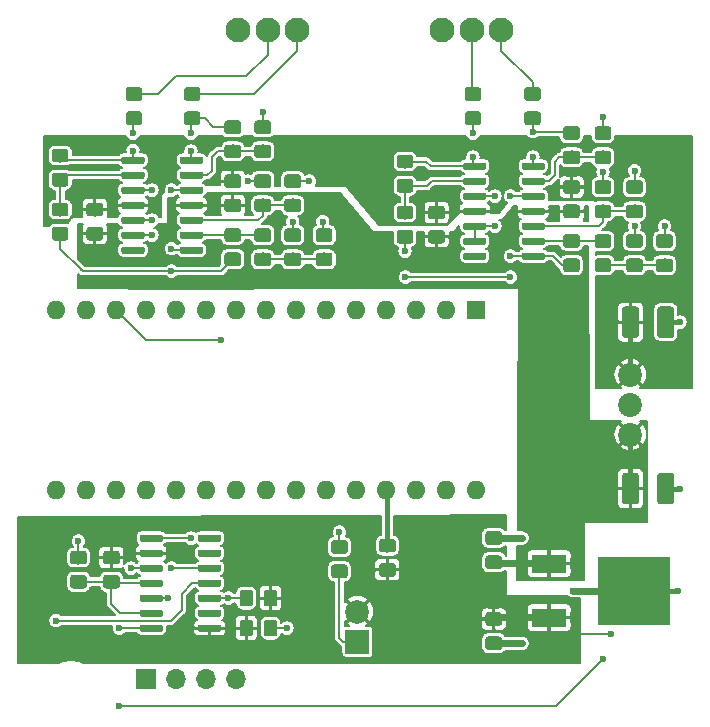
<source format=gtl>
G04 #@! TF.GenerationSoftware,KiCad,Pcbnew,(5.1.2-1)-1*
G04 #@! TF.CreationDate,2019-06-15T18:23:21+02:00*
G04 #@! TF.ProjectId,laser_control,6c617365-725f-4636-9f6e-74726f6c2e6b,rev?*
G04 #@! TF.SameCoordinates,Original*
G04 #@! TF.FileFunction,Copper,L1,Top*
G04 #@! TF.FilePolarity,Positive*
%FSLAX46Y46*%
G04 Gerber Fmt 4.6, Leading zero omitted, Abs format (unit mm)*
G04 Created by KiCad (PCBNEW (5.1.2-1)-1) date 2019-06-15 18:23:21*
%MOMM*%
%LPD*%
G04 APERTURE LIST*
%ADD10C,0.100000*%
%ADD11C,1.150000*%
%ADD12R,3.000000X1.600000*%
%ADD13R,6.200000X5.800000*%
%ADD14C,1.425000*%
%ADD15C,0.600000*%
%ADD16C,2.100000*%
%ADD17O,1.700000X1.700000*%
%ADD18R,1.700000X1.700000*%
%ADD19C,2.020000*%
%ADD20R,2.000000X2.000000*%
%ADD21C,2.000000*%
%ADD22O,1.600000X1.600000*%
%ADD23R,1.600000X1.600000*%
%ADD24C,0.200000*%
%ADD25C,0.400000*%
%ADD26C,0.600000*%
G04 APERTURE END LIST*
D10*
G36*
X130395505Y-109408204D02*
G01*
X130419773Y-109411804D01*
X130443572Y-109417765D01*
X130466671Y-109426030D01*
X130488850Y-109436520D01*
X130509893Y-109449132D01*
X130529599Y-109463747D01*
X130547777Y-109480223D01*
X130564253Y-109498401D01*
X130578868Y-109518107D01*
X130591480Y-109539150D01*
X130601970Y-109561329D01*
X130610235Y-109584428D01*
X130616196Y-109608227D01*
X130619796Y-109632495D01*
X130621000Y-109656999D01*
X130621000Y-110307001D01*
X130619796Y-110331505D01*
X130616196Y-110355773D01*
X130610235Y-110379572D01*
X130601970Y-110402671D01*
X130591480Y-110424850D01*
X130578868Y-110445893D01*
X130564253Y-110465599D01*
X130547777Y-110483777D01*
X130529599Y-110500253D01*
X130509893Y-110514868D01*
X130488850Y-110527480D01*
X130466671Y-110537970D01*
X130443572Y-110546235D01*
X130419773Y-110552196D01*
X130395505Y-110555796D01*
X130371001Y-110557000D01*
X129470999Y-110557000D01*
X129446495Y-110555796D01*
X129422227Y-110552196D01*
X129398428Y-110546235D01*
X129375329Y-110537970D01*
X129353150Y-110527480D01*
X129332107Y-110514868D01*
X129312401Y-110500253D01*
X129294223Y-110483777D01*
X129277747Y-110465599D01*
X129263132Y-110445893D01*
X129250520Y-110424850D01*
X129240030Y-110402671D01*
X129231765Y-110379572D01*
X129225804Y-110355773D01*
X129222204Y-110331505D01*
X129221000Y-110307001D01*
X129221000Y-109656999D01*
X129222204Y-109632495D01*
X129225804Y-109608227D01*
X129231765Y-109584428D01*
X129240030Y-109561329D01*
X129250520Y-109539150D01*
X129263132Y-109518107D01*
X129277747Y-109498401D01*
X129294223Y-109480223D01*
X129312401Y-109463747D01*
X129332107Y-109449132D01*
X129353150Y-109436520D01*
X129375329Y-109426030D01*
X129398428Y-109417765D01*
X129422227Y-109411804D01*
X129446495Y-109408204D01*
X129470999Y-109407000D01*
X130371001Y-109407000D01*
X130395505Y-109408204D01*
X130395505Y-109408204D01*
G37*
D11*
X129921000Y-109982000D03*
D10*
G36*
X130395505Y-111458204D02*
G01*
X130419773Y-111461804D01*
X130443572Y-111467765D01*
X130466671Y-111476030D01*
X130488850Y-111486520D01*
X130509893Y-111499132D01*
X130529599Y-111513747D01*
X130547777Y-111530223D01*
X130564253Y-111548401D01*
X130578868Y-111568107D01*
X130591480Y-111589150D01*
X130601970Y-111611329D01*
X130610235Y-111634428D01*
X130616196Y-111658227D01*
X130619796Y-111682495D01*
X130621000Y-111706999D01*
X130621000Y-112357001D01*
X130619796Y-112381505D01*
X130616196Y-112405773D01*
X130610235Y-112429572D01*
X130601970Y-112452671D01*
X130591480Y-112474850D01*
X130578868Y-112495893D01*
X130564253Y-112515599D01*
X130547777Y-112533777D01*
X130529599Y-112550253D01*
X130509893Y-112564868D01*
X130488850Y-112577480D01*
X130466671Y-112587970D01*
X130443572Y-112596235D01*
X130419773Y-112602196D01*
X130395505Y-112605796D01*
X130371001Y-112607000D01*
X129470999Y-112607000D01*
X129446495Y-112605796D01*
X129422227Y-112602196D01*
X129398428Y-112596235D01*
X129375329Y-112587970D01*
X129353150Y-112577480D01*
X129332107Y-112564868D01*
X129312401Y-112550253D01*
X129294223Y-112533777D01*
X129277747Y-112515599D01*
X129263132Y-112495893D01*
X129250520Y-112474850D01*
X129240030Y-112452671D01*
X129231765Y-112429572D01*
X129225804Y-112405773D01*
X129222204Y-112381505D01*
X129221000Y-112357001D01*
X129221000Y-111706999D01*
X129222204Y-111682495D01*
X129225804Y-111658227D01*
X129231765Y-111634428D01*
X129240030Y-111611329D01*
X129250520Y-111589150D01*
X129263132Y-111568107D01*
X129277747Y-111548401D01*
X129294223Y-111530223D01*
X129312401Y-111513747D01*
X129332107Y-111499132D01*
X129353150Y-111486520D01*
X129375329Y-111476030D01*
X129398428Y-111467765D01*
X129422227Y-111461804D01*
X129446495Y-111458204D01*
X129470999Y-111457000D01*
X130371001Y-111457000D01*
X130395505Y-111458204D01*
X130395505Y-111458204D01*
G37*
D11*
X129921000Y-112032000D03*
D12*
X143605000Y-116077000D03*
D13*
X150775000Y-113792000D03*
D12*
X143605000Y-111507000D03*
D10*
G36*
X150994504Y-89735204D02*
G01*
X151018773Y-89738804D01*
X151042571Y-89744765D01*
X151065671Y-89753030D01*
X151087849Y-89763520D01*
X151108893Y-89776133D01*
X151128598Y-89790747D01*
X151146777Y-89807223D01*
X151163253Y-89825402D01*
X151177867Y-89845107D01*
X151190480Y-89866151D01*
X151200970Y-89888329D01*
X151209235Y-89911429D01*
X151215196Y-89935227D01*
X151218796Y-89959496D01*
X151220000Y-89984000D01*
X151220000Y-92134000D01*
X151218796Y-92158504D01*
X151215196Y-92182773D01*
X151209235Y-92206571D01*
X151200970Y-92229671D01*
X151190480Y-92251849D01*
X151177867Y-92272893D01*
X151163253Y-92292598D01*
X151146777Y-92310777D01*
X151128598Y-92327253D01*
X151108893Y-92341867D01*
X151087849Y-92354480D01*
X151065671Y-92364970D01*
X151042571Y-92373235D01*
X151018773Y-92379196D01*
X150994504Y-92382796D01*
X150970000Y-92384000D01*
X150045000Y-92384000D01*
X150020496Y-92382796D01*
X149996227Y-92379196D01*
X149972429Y-92373235D01*
X149949329Y-92364970D01*
X149927151Y-92354480D01*
X149906107Y-92341867D01*
X149886402Y-92327253D01*
X149868223Y-92310777D01*
X149851747Y-92292598D01*
X149837133Y-92272893D01*
X149824520Y-92251849D01*
X149814030Y-92229671D01*
X149805765Y-92206571D01*
X149799804Y-92182773D01*
X149796204Y-92158504D01*
X149795000Y-92134000D01*
X149795000Y-89984000D01*
X149796204Y-89959496D01*
X149799804Y-89935227D01*
X149805765Y-89911429D01*
X149814030Y-89888329D01*
X149824520Y-89866151D01*
X149837133Y-89845107D01*
X149851747Y-89825402D01*
X149868223Y-89807223D01*
X149886402Y-89790747D01*
X149906107Y-89776133D01*
X149927151Y-89763520D01*
X149949329Y-89753030D01*
X149972429Y-89744765D01*
X149996227Y-89738804D01*
X150020496Y-89735204D01*
X150045000Y-89734000D01*
X150970000Y-89734000D01*
X150994504Y-89735204D01*
X150994504Y-89735204D01*
G37*
D14*
X150507500Y-91059000D03*
D10*
G36*
X153969504Y-89735204D02*
G01*
X153993773Y-89738804D01*
X154017571Y-89744765D01*
X154040671Y-89753030D01*
X154062849Y-89763520D01*
X154083893Y-89776133D01*
X154103598Y-89790747D01*
X154121777Y-89807223D01*
X154138253Y-89825402D01*
X154152867Y-89845107D01*
X154165480Y-89866151D01*
X154175970Y-89888329D01*
X154184235Y-89911429D01*
X154190196Y-89935227D01*
X154193796Y-89959496D01*
X154195000Y-89984000D01*
X154195000Y-92134000D01*
X154193796Y-92158504D01*
X154190196Y-92182773D01*
X154184235Y-92206571D01*
X154175970Y-92229671D01*
X154165480Y-92251849D01*
X154152867Y-92272893D01*
X154138253Y-92292598D01*
X154121777Y-92310777D01*
X154103598Y-92327253D01*
X154083893Y-92341867D01*
X154062849Y-92354480D01*
X154040671Y-92364970D01*
X154017571Y-92373235D01*
X153993773Y-92379196D01*
X153969504Y-92382796D01*
X153945000Y-92384000D01*
X153020000Y-92384000D01*
X152995496Y-92382796D01*
X152971227Y-92379196D01*
X152947429Y-92373235D01*
X152924329Y-92364970D01*
X152902151Y-92354480D01*
X152881107Y-92341867D01*
X152861402Y-92327253D01*
X152843223Y-92310777D01*
X152826747Y-92292598D01*
X152812133Y-92272893D01*
X152799520Y-92251849D01*
X152789030Y-92229671D01*
X152780765Y-92206571D01*
X152774804Y-92182773D01*
X152771204Y-92158504D01*
X152770000Y-92134000D01*
X152770000Y-89984000D01*
X152771204Y-89959496D01*
X152774804Y-89935227D01*
X152780765Y-89911429D01*
X152789030Y-89888329D01*
X152799520Y-89866151D01*
X152812133Y-89845107D01*
X152826747Y-89825402D01*
X152843223Y-89807223D01*
X152861402Y-89790747D01*
X152881107Y-89776133D01*
X152902151Y-89763520D01*
X152924329Y-89753030D01*
X152947429Y-89744765D01*
X152971227Y-89738804D01*
X152995496Y-89735204D01*
X153020000Y-89734000D01*
X153945000Y-89734000D01*
X153969504Y-89735204D01*
X153969504Y-89735204D01*
G37*
D14*
X153482500Y-91059000D03*
D10*
G36*
X153969504Y-103832204D02*
G01*
X153993773Y-103835804D01*
X154017571Y-103841765D01*
X154040671Y-103850030D01*
X154062849Y-103860520D01*
X154083893Y-103873133D01*
X154103598Y-103887747D01*
X154121777Y-103904223D01*
X154138253Y-103922402D01*
X154152867Y-103942107D01*
X154165480Y-103963151D01*
X154175970Y-103985329D01*
X154184235Y-104008429D01*
X154190196Y-104032227D01*
X154193796Y-104056496D01*
X154195000Y-104081000D01*
X154195000Y-106231000D01*
X154193796Y-106255504D01*
X154190196Y-106279773D01*
X154184235Y-106303571D01*
X154175970Y-106326671D01*
X154165480Y-106348849D01*
X154152867Y-106369893D01*
X154138253Y-106389598D01*
X154121777Y-106407777D01*
X154103598Y-106424253D01*
X154083893Y-106438867D01*
X154062849Y-106451480D01*
X154040671Y-106461970D01*
X154017571Y-106470235D01*
X153993773Y-106476196D01*
X153969504Y-106479796D01*
X153945000Y-106481000D01*
X153020000Y-106481000D01*
X152995496Y-106479796D01*
X152971227Y-106476196D01*
X152947429Y-106470235D01*
X152924329Y-106461970D01*
X152902151Y-106451480D01*
X152881107Y-106438867D01*
X152861402Y-106424253D01*
X152843223Y-106407777D01*
X152826747Y-106389598D01*
X152812133Y-106369893D01*
X152799520Y-106348849D01*
X152789030Y-106326671D01*
X152780765Y-106303571D01*
X152774804Y-106279773D01*
X152771204Y-106255504D01*
X152770000Y-106231000D01*
X152770000Y-104081000D01*
X152771204Y-104056496D01*
X152774804Y-104032227D01*
X152780765Y-104008429D01*
X152789030Y-103985329D01*
X152799520Y-103963151D01*
X152812133Y-103942107D01*
X152826747Y-103922402D01*
X152843223Y-103904223D01*
X152861402Y-103887747D01*
X152881107Y-103873133D01*
X152902151Y-103860520D01*
X152924329Y-103850030D01*
X152947429Y-103841765D01*
X152971227Y-103835804D01*
X152995496Y-103832204D01*
X153020000Y-103831000D01*
X153945000Y-103831000D01*
X153969504Y-103832204D01*
X153969504Y-103832204D01*
G37*
D14*
X153482500Y-105156000D03*
D10*
G36*
X150994504Y-103832204D02*
G01*
X151018773Y-103835804D01*
X151042571Y-103841765D01*
X151065671Y-103850030D01*
X151087849Y-103860520D01*
X151108893Y-103873133D01*
X151128598Y-103887747D01*
X151146777Y-103904223D01*
X151163253Y-103922402D01*
X151177867Y-103942107D01*
X151190480Y-103963151D01*
X151200970Y-103985329D01*
X151209235Y-104008429D01*
X151215196Y-104032227D01*
X151218796Y-104056496D01*
X151220000Y-104081000D01*
X151220000Y-106231000D01*
X151218796Y-106255504D01*
X151215196Y-106279773D01*
X151209235Y-106303571D01*
X151200970Y-106326671D01*
X151190480Y-106348849D01*
X151177867Y-106369893D01*
X151163253Y-106389598D01*
X151146777Y-106407777D01*
X151128598Y-106424253D01*
X151108893Y-106438867D01*
X151087849Y-106451480D01*
X151065671Y-106461970D01*
X151042571Y-106470235D01*
X151018773Y-106476196D01*
X150994504Y-106479796D01*
X150970000Y-106481000D01*
X150045000Y-106481000D01*
X150020496Y-106479796D01*
X149996227Y-106476196D01*
X149972429Y-106470235D01*
X149949329Y-106461970D01*
X149927151Y-106451480D01*
X149906107Y-106438867D01*
X149886402Y-106424253D01*
X149868223Y-106407777D01*
X149851747Y-106389598D01*
X149837133Y-106369893D01*
X149824520Y-106348849D01*
X149814030Y-106326671D01*
X149805765Y-106303571D01*
X149799804Y-106279773D01*
X149796204Y-106255504D01*
X149795000Y-106231000D01*
X149795000Y-104081000D01*
X149796204Y-104056496D01*
X149799804Y-104032227D01*
X149805765Y-104008429D01*
X149814030Y-103985329D01*
X149824520Y-103963151D01*
X149837133Y-103942107D01*
X149851747Y-103922402D01*
X149868223Y-103904223D01*
X149886402Y-103887747D01*
X149906107Y-103873133D01*
X149927151Y-103860520D01*
X149949329Y-103850030D01*
X149972429Y-103841765D01*
X149996227Y-103835804D01*
X150020496Y-103832204D01*
X150045000Y-103831000D01*
X150970000Y-103831000D01*
X150994504Y-103832204D01*
X150994504Y-103832204D01*
G37*
D14*
X150507500Y-105156000D03*
D10*
G36*
X139396505Y-108764204D02*
G01*
X139420773Y-108767804D01*
X139444572Y-108773765D01*
X139467671Y-108782030D01*
X139489850Y-108792520D01*
X139510893Y-108805132D01*
X139530599Y-108819747D01*
X139548777Y-108836223D01*
X139565253Y-108854401D01*
X139579868Y-108874107D01*
X139592480Y-108895150D01*
X139602970Y-108917329D01*
X139611235Y-108940428D01*
X139617196Y-108964227D01*
X139620796Y-108988495D01*
X139622000Y-109012999D01*
X139622000Y-109663001D01*
X139620796Y-109687505D01*
X139617196Y-109711773D01*
X139611235Y-109735572D01*
X139602970Y-109758671D01*
X139592480Y-109780850D01*
X139579868Y-109801893D01*
X139565253Y-109821599D01*
X139548777Y-109839777D01*
X139530599Y-109856253D01*
X139510893Y-109870868D01*
X139489850Y-109883480D01*
X139467671Y-109893970D01*
X139444572Y-109902235D01*
X139420773Y-109908196D01*
X139396505Y-109911796D01*
X139372001Y-109913000D01*
X138471999Y-109913000D01*
X138447495Y-109911796D01*
X138423227Y-109908196D01*
X138399428Y-109902235D01*
X138376329Y-109893970D01*
X138354150Y-109883480D01*
X138333107Y-109870868D01*
X138313401Y-109856253D01*
X138295223Y-109839777D01*
X138278747Y-109821599D01*
X138264132Y-109801893D01*
X138251520Y-109780850D01*
X138241030Y-109758671D01*
X138232765Y-109735572D01*
X138226804Y-109711773D01*
X138223204Y-109687505D01*
X138222000Y-109663001D01*
X138222000Y-109012999D01*
X138223204Y-108988495D01*
X138226804Y-108964227D01*
X138232765Y-108940428D01*
X138241030Y-108917329D01*
X138251520Y-108895150D01*
X138264132Y-108874107D01*
X138278747Y-108854401D01*
X138295223Y-108836223D01*
X138313401Y-108819747D01*
X138333107Y-108805132D01*
X138354150Y-108792520D01*
X138376329Y-108782030D01*
X138399428Y-108773765D01*
X138423227Y-108767804D01*
X138447495Y-108764204D01*
X138471999Y-108763000D01*
X139372001Y-108763000D01*
X139396505Y-108764204D01*
X139396505Y-108764204D01*
G37*
D11*
X138922000Y-109338000D03*
D10*
G36*
X139396505Y-110814204D02*
G01*
X139420773Y-110817804D01*
X139444572Y-110823765D01*
X139467671Y-110832030D01*
X139489850Y-110842520D01*
X139510893Y-110855132D01*
X139530599Y-110869747D01*
X139548777Y-110886223D01*
X139565253Y-110904401D01*
X139579868Y-110924107D01*
X139592480Y-110945150D01*
X139602970Y-110967329D01*
X139611235Y-110990428D01*
X139617196Y-111014227D01*
X139620796Y-111038495D01*
X139622000Y-111062999D01*
X139622000Y-111713001D01*
X139620796Y-111737505D01*
X139617196Y-111761773D01*
X139611235Y-111785572D01*
X139602970Y-111808671D01*
X139592480Y-111830850D01*
X139579868Y-111851893D01*
X139565253Y-111871599D01*
X139548777Y-111889777D01*
X139530599Y-111906253D01*
X139510893Y-111920868D01*
X139489850Y-111933480D01*
X139467671Y-111943970D01*
X139444572Y-111952235D01*
X139420773Y-111958196D01*
X139396505Y-111961796D01*
X139372001Y-111963000D01*
X138471999Y-111963000D01*
X138447495Y-111961796D01*
X138423227Y-111958196D01*
X138399428Y-111952235D01*
X138376329Y-111943970D01*
X138354150Y-111933480D01*
X138333107Y-111920868D01*
X138313401Y-111906253D01*
X138295223Y-111889777D01*
X138278747Y-111871599D01*
X138264132Y-111851893D01*
X138251520Y-111830850D01*
X138241030Y-111808671D01*
X138232765Y-111785572D01*
X138226804Y-111761773D01*
X138223204Y-111737505D01*
X138222000Y-111713001D01*
X138222000Y-111062999D01*
X138223204Y-111038495D01*
X138226804Y-111014227D01*
X138232765Y-110990428D01*
X138241030Y-110967329D01*
X138251520Y-110945150D01*
X138264132Y-110924107D01*
X138278747Y-110904401D01*
X138295223Y-110886223D01*
X138313401Y-110869747D01*
X138333107Y-110855132D01*
X138354150Y-110842520D01*
X138376329Y-110832030D01*
X138399428Y-110823765D01*
X138423227Y-110817804D01*
X138447495Y-110814204D01*
X138471999Y-110813000D01*
X139372001Y-110813000D01*
X139396505Y-110814204D01*
X139396505Y-110814204D01*
G37*
D11*
X138922000Y-111388000D03*
D10*
G36*
X110759703Y-116667722D02*
G01*
X110774264Y-116669882D01*
X110788543Y-116673459D01*
X110802403Y-116678418D01*
X110815710Y-116684712D01*
X110828336Y-116692280D01*
X110840159Y-116701048D01*
X110851066Y-116710934D01*
X110860952Y-116721841D01*
X110869720Y-116733664D01*
X110877288Y-116746290D01*
X110883582Y-116759597D01*
X110888541Y-116773457D01*
X110892118Y-116787736D01*
X110894278Y-116802297D01*
X110895000Y-116817000D01*
X110895000Y-117117000D01*
X110894278Y-117131703D01*
X110892118Y-117146264D01*
X110888541Y-117160543D01*
X110883582Y-117174403D01*
X110877288Y-117187710D01*
X110869720Y-117200336D01*
X110860952Y-117212159D01*
X110851066Y-117223066D01*
X110840159Y-117232952D01*
X110828336Y-117241720D01*
X110815710Y-117249288D01*
X110802403Y-117255582D01*
X110788543Y-117260541D01*
X110774264Y-117264118D01*
X110759703Y-117266278D01*
X110745000Y-117267000D01*
X109095000Y-117267000D01*
X109080297Y-117266278D01*
X109065736Y-117264118D01*
X109051457Y-117260541D01*
X109037597Y-117255582D01*
X109024290Y-117249288D01*
X109011664Y-117241720D01*
X108999841Y-117232952D01*
X108988934Y-117223066D01*
X108979048Y-117212159D01*
X108970280Y-117200336D01*
X108962712Y-117187710D01*
X108956418Y-117174403D01*
X108951459Y-117160543D01*
X108947882Y-117146264D01*
X108945722Y-117131703D01*
X108945000Y-117117000D01*
X108945000Y-116817000D01*
X108945722Y-116802297D01*
X108947882Y-116787736D01*
X108951459Y-116773457D01*
X108956418Y-116759597D01*
X108962712Y-116746290D01*
X108970280Y-116733664D01*
X108979048Y-116721841D01*
X108988934Y-116710934D01*
X108999841Y-116701048D01*
X109011664Y-116692280D01*
X109024290Y-116684712D01*
X109037597Y-116678418D01*
X109051457Y-116673459D01*
X109065736Y-116669882D01*
X109080297Y-116667722D01*
X109095000Y-116667000D01*
X110745000Y-116667000D01*
X110759703Y-116667722D01*
X110759703Y-116667722D01*
G37*
D15*
X109920000Y-116967000D03*
D10*
G36*
X110759703Y-115397722D02*
G01*
X110774264Y-115399882D01*
X110788543Y-115403459D01*
X110802403Y-115408418D01*
X110815710Y-115414712D01*
X110828336Y-115422280D01*
X110840159Y-115431048D01*
X110851066Y-115440934D01*
X110860952Y-115451841D01*
X110869720Y-115463664D01*
X110877288Y-115476290D01*
X110883582Y-115489597D01*
X110888541Y-115503457D01*
X110892118Y-115517736D01*
X110894278Y-115532297D01*
X110895000Y-115547000D01*
X110895000Y-115847000D01*
X110894278Y-115861703D01*
X110892118Y-115876264D01*
X110888541Y-115890543D01*
X110883582Y-115904403D01*
X110877288Y-115917710D01*
X110869720Y-115930336D01*
X110860952Y-115942159D01*
X110851066Y-115953066D01*
X110840159Y-115962952D01*
X110828336Y-115971720D01*
X110815710Y-115979288D01*
X110802403Y-115985582D01*
X110788543Y-115990541D01*
X110774264Y-115994118D01*
X110759703Y-115996278D01*
X110745000Y-115997000D01*
X109095000Y-115997000D01*
X109080297Y-115996278D01*
X109065736Y-115994118D01*
X109051457Y-115990541D01*
X109037597Y-115985582D01*
X109024290Y-115979288D01*
X109011664Y-115971720D01*
X108999841Y-115962952D01*
X108988934Y-115953066D01*
X108979048Y-115942159D01*
X108970280Y-115930336D01*
X108962712Y-115917710D01*
X108956418Y-115904403D01*
X108951459Y-115890543D01*
X108947882Y-115876264D01*
X108945722Y-115861703D01*
X108945000Y-115847000D01*
X108945000Y-115547000D01*
X108945722Y-115532297D01*
X108947882Y-115517736D01*
X108951459Y-115503457D01*
X108956418Y-115489597D01*
X108962712Y-115476290D01*
X108970280Y-115463664D01*
X108979048Y-115451841D01*
X108988934Y-115440934D01*
X108999841Y-115431048D01*
X109011664Y-115422280D01*
X109024290Y-115414712D01*
X109037597Y-115408418D01*
X109051457Y-115403459D01*
X109065736Y-115399882D01*
X109080297Y-115397722D01*
X109095000Y-115397000D01*
X110745000Y-115397000D01*
X110759703Y-115397722D01*
X110759703Y-115397722D01*
G37*
D15*
X109920000Y-115697000D03*
D10*
G36*
X110759703Y-114127722D02*
G01*
X110774264Y-114129882D01*
X110788543Y-114133459D01*
X110802403Y-114138418D01*
X110815710Y-114144712D01*
X110828336Y-114152280D01*
X110840159Y-114161048D01*
X110851066Y-114170934D01*
X110860952Y-114181841D01*
X110869720Y-114193664D01*
X110877288Y-114206290D01*
X110883582Y-114219597D01*
X110888541Y-114233457D01*
X110892118Y-114247736D01*
X110894278Y-114262297D01*
X110895000Y-114277000D01*
X110895000Y-114577000D01*
X110894278Y-114591703D01*
X110892118Y-114606264D01*
X110888541Y-114620543D01*
X110883582Y-114634403D01*
X110877288Y-114647710D01*
X110869720Y-114660336D01*
X110860952Y-114672159D01*
X110851066Y-114683066D01*
X110840159Y-114692952D01*
X110828336Y-114701720D01*
X110815710Y-114709288D01*
X110802403Y-114715582D01*
X110788543Y-114720541D01*
X110774264Y-114724118D01*
X110759703Y-114726278D01*
X110745000Y-114727000D01*
X109095000Y-114727000D01*
X109080297Y-114726278D01*
X109065736Y-114724118D01*
X109051457Y-114720541D01*
X109037597Y-114715582D01*
X109024290Y-114709288D01*
X109011664Y-114701720D01*
X108999841Y-114692952D01*
X108988934Y-114683066D01*
X108979048Y-114672159D01*
X108970280Y-114660336D01*
X108962712Y-114647710D01*
X108956418Y-114634403D01*
X108951459Y-114620543D01*
X108947882Y-114606264D01*
X108945722Y-114591703D01*
X108945000Y-114577000D01*
X108945000Y-114277000D01*
X108945722Y-114262297D01*
X108947882Y-114247736D01*
X108951459Y-114233457D01*
X108956418Y-114219597D01*
X108962712Y-114206290D01*
X108970280Y-114193664D01*
X108979048Y-114181841D01*
X108988934Y-114170934D01*
X108999841Y-114161048D01*
X109011664Y-114152280D01*
X109024290Y-114144712D01*
X109037597Y-114138418D01*
X109051457Y-114133459D01*
X109065736Y-114129882D01*
X109080297Y-114127722D01*
X109095000Y-114127000D01*
X110745000Y-114127000D01*
X110759703Y-114127722D01*
X110759703Y-114127722D01*
G37*
D15*
X109920000Y-114427000D03*
D10*
G36*
X110759703Y-112857722D02*
G01*
X110774264Y-112859882D01*
X110788543Y-112863459D01*
X110802403Y-112868418D01*
X110815710Y-112874712D01*
X110828336Y-112882280D01*
X110840159Y-112891048D01*
X110851066Y-112900934D01*
X110860952Y-112911841D01*
X110869720Y-112923664D01*
X110877288Y-112936290D01*
X110883582Y-112949597D01*
X110888541Y-112963457D01*
X110892118Y-112977736D01*
X110894278Y-112992297D01*
X110895000Y-113007000D01*
X110895000Y-113307000D01*
X110894278Y-113321703D01*
X110892118Y-113336264D01*
X110888541Y-113350543D01*
X110883582Y-113364403D01*
X110877288Y-113377710D01*
X110869720Y-113390336D01*
X110860952Y-113402159D01*
X110851066Y-113413066D01*
X110840159Y-113422952D01*
X110828336Y-113431720D01*
X110815710Y-113439288D01*
X110802403Y-113445582D01*
X110788543Y-113450541D01*
X110774264Y-113454118D01*
X110759703Y-113456278D01*
X110745000Y-113457000D01*
X109095000Y-113457000D01*
X109080297Y-113456278D01*
X109065736Y-113454118D01*
X109051457Y-113450541D01*
X109037597Y-113445582D01*
X109024290Y-113439288D01*
X109011664Y-113431720D01*
X108999841Y-113422952D01*
X108988934Y-113413066D01*
X108979048Y-113402159D01*
X108970280Y-113390336D01*
X108962712Y-113377710D01*
X108956418Y-113364403D01*
X108951459Y-113350543D01*
X108947882Y-113336264D01*
X108945722Y-113321703D01*
X108945000Y-113307000D01*
X108945000Y-113007000D01*
X108945722Y-112992297D01*
X108947882Y-112977736D01*
X108951459Y-112963457D01*
X108956418Y-112949597D01*
X108962712Y-112936290D01*
X108970280Y-112923664D01*
X108979048Y-112911841D01*
X108988934Y-112900934D01*
X108999841Y-112891048D01*
X109011664Y-112882280D01*
X109024290Y-112874712D01*
X109037597Y-112868418D01*
X109051457Y-112863459D01*
X109065736Y-112859882D01*
X109080297Y-112857722D01*
X109095000Y-112857000D01*
X110745000Y-112857000D01*
X110759703Y-112857722D01*
X110759703Y-112857722D01*
G37*
D15*
X109920000Y-113157000D03*
D10*
G36*
X110759703Y-111587722D02*
G01*
X110774264Y-111589882D01*
X110788543Y-111593459D01*
X110802403Y-111598418D01*
X110815710Y-111604712D01*
X110828336Y-111612280D01*
X110840159Y-111621048D01*
X110851066Y-111630934D01*
X110860952Y-111641841D01*
X110869720Y-111653664D01*
X110877288Y-111666290D01*
X110883582Y-111679597D01*
X110888541Y-111693457D01*
X110892118Y-111707736D01*
X110894278Y-111722297D01*
X110895000Y-111737000D01*
X110895000Y-112037000D01*
X110894278Y-112051703D01*
X110892118Y-112066264D01*
X110888541Y-112080543D01*
X110883582Y-112094403D01*
X110877288Y-112107710D01*
X110869720Y-112120336D01*
X110860952Y-112132159D01*
X110851066Y-112143066D01*
X110840159Y-112152952D01*
X110828336Y-112161720D01*
X110815710Y-112169288D01*
X110802403Y-112175582D01*
X110788543Y-112180541D01*
X110774264Y-112184118D01*
X110759703Y-112186278D01*
X110745000Y-112187000D01*
X109095000Y-112187000D01*
X109080297Y-112186278D01*
X109065736Y-112184118D01*
X109051457Y-112180541D01*
X109037597Y-112175582D01*
X109024290Y-112169288D01*
X109011664Y-112161720D01*
X108999841Y-112152952D01*
X108988934Y-112143066D01*
X108979048Y-112132159D01*
X108970280Y-112120336D01*
X108962712Y-112107710D01*
X108956418Y-112094403D01*
X108951459Y-112080543D01*
X108947882Y-112066264D01*
X108945722Y-112051703D01*
X108945000Y-112037000D01*
X108945000Y-111737000D01*
X108945722Y-111722297D01*
X108947882Y-111707736D01*
X108951459Y-111693457D01*
X108956418Y-111679597D01*
X108962712Y-111666290D01*
X108970280Y-111653664D01*
X108979048Y-111641841D01*
X108988934Y-111630934D01*
X108999841Y-111621048D01*
X109011664Y-111612280D01*
X109024290Y-111604712D01*
X109037597Y-111598418D01*
X109051457Y-111593459D01*
X109065736Y-111589882D01*
X109080297Y-111587722D01*
X109095000Y-111587000D01*
X110745000Y-111587000D01*
X110759703Y-111587722D01*
X110759703Y-111587722D01*
G37*
D15*
X109920000Y-111887000D03*
D10*
G36*
X110759703Y-110317722D02*
G01*
X110774264Y-110319882D01*
X110788543Y-110323459D01*
X110802403Y-110328418D01*
X110815710Y-110334712D01*
X110828336Y-110342280D01*
X110840159Y-110351048D01*
X110851066Y-110360934D01*
X110860952Y-110371841D01*
X110869720Y-110383664D01*
X110877288Y-110396290D01*
X110883582Y-110409597D01*
X110888541Y-110423457D01*
X110892118Y-110437736D01*
X110894278Y-110452297D01*
X110895000Y-110467000D01*
X110895000Y-110767000D01*
X110894278Y-110781703D01*
X110892118Y-110796264D01*
X110888541Y-110810543D01*
X110883582Y-110824403D01*
X110877288Y-110837710D01*
X110869720Y-110850336D01*
X110860952Y-110862159D01*
X110851066Y-110873066D01*
X110840159Y-110882952D01*
X110828336Y-110891720D01*
X110815710Y-110899288D01*
X110802403Y-110905582D01*
X110788543Y-110910541D01*
X110774264Y-110914118D01*
X110759703Y-110916278D01*
X110745000Y-110917000D01*
X109095000Y-110917000D01*
X109080297Y-110916278D01*
X109065736Y-110914118D01*
X109051457Y-110910541D01*
X109037597Y-110905582D01*
X109024290Y-110899288D01*
X109011664Y-110891720D01*
X108999841Y-110882952D01*
X108988934Y-110873066D01*
X108979048Y-110862159D01*
X108970280Y-110850336D01*
X108962712Y-110837710D01*
X108956418Y-110824403D01*
X108951459Y-110810543D01*
X108947882Y-110796264D01*
X108945722Y-110781703D01*
X108945000Y-110767000D01*
X108945000Y-110467000D01*
X108945722Y-110452297D01*
X108947882Y-110437736D01*
X108951459Y-110423457D01*
X108956418Y-110409597D01*
X108962712Y-110396290D01*
X108970280Y-110383664D01*
X108979048Y-110371841D01*
X108988934Y-110360934D01*
X108999841Y-110351048D01*
X109011664Y-110342280D01*
X109024290Y-110334712D01*
X109037597Y-110328418D01*
X109051457Y-110323459D01*
X109065736Y-110319882D01*
X109080297Y-110317722D01*
X109095000Y-110317000D01*
X110745000Y-110317000D01*
X110759703Y-110317722D01*
X110759703Y-110317722D01*
G37*
D15*
X109920000Y-110617000D03*
D10*
G36*
X110759703Y-109047722D02*
G01*
X110774264Y-109049882D01*
X110788543Y-109053459D01*
X110802403Y-109058418D01*
X110815710Y-109064712D01*
X110828336Y-109072280D01*
X110840159Y-109081048D01*
X110851066Y-109090934D01*
X110860952Y-109101841D01*
X110869720Y-109113664D01*
X110877288Y-109126290D01*
X110883582Y-109139597D01*
X110888541Y-109153457D01*
X110892118Y-109167736D01*
X110894278Y-109182297D01*
X110895000Y-109197000D01*
X110895000Y-109497000D01*
X110894278Y-109511703D01*
X110892118Y-109526264D01*
X110888541Y-109540543D01*
X110883582Y-109554403D01*
X110877288Y-109567710D01*
X110869720Y-109580336D01*
X110860952Y-109592159D01*
X110851066Y-109603066D01*
X110840159Y-109612952D01*
X110828336Y-109621720D01*
X110815710Y-109629288D01*
X110802403Y-109635582D01*
X110788543Y-109640541D01*
X110774264Y-109644118D01*
X110759703Y-109646278D01*
X110745000Y-109647000D01*
X109095000Y-109647000D01*
X109080297Y-109646278D01*
X109065736Y-109644118D01*
X109051457Y-109640541D01*
X109037597Y-109635582D01*
X109024290Y-109629288D01*
X109011664Y-109621720D01*
X108999841Y-109612952D01*
X108988934Y-109603066D01*
X108979048Y-109592159D01*
X108970280Y-109580336D01*
X108962712Y-109567710D01*
X108956418Y-109554403D01*
X108951459Y-109540543D01*
X108947882Y-109526264D01*
X108945722Y-109511703D01*
X108945000Y-109497000D01*
X108945000Y-109197000D01*
X108945722Y-109182297D01*
X108947882Y-109167736D01*
X108951459Y-109153457D01*
X108956418Y-109139597D01*
X108962712Y-109126290D01*
X108970280Y-109113664D01*
X108979048Y-109101841D01*
X108988934Y-109090934D01*
X108999841Y-109081048D01*
X109011664Y-109072280D01*
X109024290Y-109064712D01*
X109037597Y-109058418D01*
X109051457Y-109053459D01*
X109065736Y-109049882D01*
X109080297Y-109047722D01*
X109095000Y-109047000D01*
X110745000Y-109047000D01*
X110759703Y-109047722D01*
X110759703Y-109047722D01*
G37*
D15*
X109920000Y-109347000D03*
D10*
G36*
X115709703Y-109047722D02*
G01*
X115724264Y-109049882D01*
X115738543Y-109053459D01*
X115752403Y-109058418D01*
X115765710Y-109064712D01*
X115778336Y-109072280D01*
X115790159Y-109081048D01*
X115801066Y-109090934D01*
X115810952Y-109101841D01*
X115819720Y-109113664D01*
X115827288Y-109126290D01*
X115833582Y-109139597D01*
X115838541Y-109153457D01*
X115842118Y-109167736D01*
X115844278Y-109182297D01*
X115845000Y-109197000D01*
X115845000Y-109497000D01*
X115844278Y-109511703D01*
X115842118Y-109526264D01*
X115838541Y-109540543D01*
X115833582Y-109554403D01*
X115827288Y-109567710D01*
X115819720Y-109580336D01*
X115810952Y-109592159D01*
X115801066Y-109603066D01*
X115790159Y-109612952D01*
X115778336Y-109621720D01*
X115765710Y-109629288D01*
X115752403Y-109635582D01*
X115738543Y-109640541D01*
X115724264Y-109644118D01*
X115709703Y-109646278D01*
X115695000Y-109647000D01*
X114045000Y-109647000D01*
X114030297Y-109646278D01*
X114015736Y-109644118D01*
X114001457Y-109640541D01*
X113987597Y-109635582D01*
X113974290Y-109629288D01*
X113961664Y-109621720D01*
X113949841Y-109612952D01*
X113938934Y-109603066D01*
X113929048Y-109592159D01*
X113920280Y-109580336D01*
X113912712Y-109567710D01*
X113906418Y-109554403D01*
X113901459Y-109540543D01*
X113897882Y-109526264D01*
X113895722Y-109511703D01*
X113895000Y-109497000D01*
X113895000Y-109197000D01*
X113895722Y-109182297D01*
X113897882Y-109167736D01*
X113901459Y-109153457D01*
X113906418Y-109139597D01*
X113912712Y-109126290D01*
X113920280Y-109113664D01*
X113929048Y-109101841D01*
X113938934Y-109090934D01*
X113949841Y-109081048D01*
X113961664Y-109072280D01*
X113974290Y-109064712D01*
X113987597Y-109058418D01*
X114001457Y-109053459D01*
X114015736Y-109049882D01*
X114030297Y-109047722D01*
X114045000Y-109047000D01*
X115695000Y-109047000D01*
X115709703Y-109047722D01*
X115709703Y-109047722D01*
G37*
D15*
X114870000Y-109347000D03*
D10*
G36*
X115709703Y-110317722D02*
G01*
X115724264Y-110319882D01*
X115738543Y-110323459D01*
X115752403Y-110328418D01*
X115765710Y-110334712D01*
X115778336Y-110342280D01*
X115790159Y-110351048D01*
X115801066Y-110360934D01*
X115810952Y-110371841D01*
X115819720Y-110383664D01*
X115827288Y-110396290D01*
X115833582Y-110409597D01*
X115838541Y-110423457D01*
X115842118Y-110437736D01*
X115844278Y-110452297D01*
X115845000Y-110467000D01*
X115845000Y-110767000D01*
X115844278Y-110781703D01*
X115842118Y-110796264D01*
X115838541Y-110810543D01*
X115833582Y-110824403D01*
X115827288Y-110837710D01*
X115819720Y-110850336D01*
X115810952Y-110862159D01*
X115801066Y-110873066D01*
X115790159Y-110882952D01*
X115778336Y-110891720D01*
X115765710Y-110899288D01*
X115752403Y-110905582D01*
X115738543Y-110910541D01*
X115724264Y-110914118D01*
X115709703Y-110916278D01*
X115695000Y-110917000D01*
X114045000Y-110917000D01*
X114030297Y-110916278D01*
X114015736Y-110914118D01*
X114001457Y-110910541D01*
X113987597Y-110905582D01*
X113974290Y-110899288D01*
X113961664Y-110891720D01*
X113949841Y-110882952D01*
X113938934Y-110873066D01*
X113929048Y-110862159D01*
X113920280Y-110850336D01*
X113912712Y-110837710D01*
X113906418Y-110824403D01*
X113901459Y-110810543D01*
X113897882Y-110796264D01*
X113895722Y-110781703D01*
X113895000Y-110767000D01*
X113895000Y-110467000D01*
X113895722Y-110452297D01*
X113897882Y-110437736D01*
X113901459Y-110423457D01*
X113906418Y-110409597D01*
X113912712Y-110396290D01*
X113920280Y-110383664D01*
X113929048Y-110371841D01*
X113938934Y-110360934D01*
X113949841Y-110351048D01*
X113961664Y-110342280D01*
X113974290Y-110334712D01*
X113987597Y-110328418D01*
X114001457Y-110323459D01*
X114015736Y-110319882D01*
X114030297Y-110317722D01*
X114045000Y-110317000D01*
X115695000Y-110317000D01*
X115709703Y-110317722D01*
X115709703Y-110317722D01*
G37*
D15*
X114870000Y-110617000D03*
D10*
G36*
X115709703Y-111587722D02*
G01*
X115724264Y-111589882D01*
X115738543Y-111593459D01*
X115752403Y-111598418D01*
X115765710Y-111604712D01*
X115778336Y-111612280D01*
X115790159Y-111621048D01*
X115801066Y-111630934D01*
X115810952Y-111641841D01*
X115819720Y-111653664D01*
X115827288Y-111666290D01*
X115833582Y-111679597D01*
X115838541Y-111693457D01*
X115842118Y-111707736D01*
X115844278Y-111722297D01*
X115845000Y-111737000D01*
X115845000Y-112037000D01*
X115844278Y-112051703D01*
X115842118Y-112066264D01*
X115838541Y-112080543D01*
X115833582Y-112094403D01*
X115827288Y-112107710D01*
X115819720Y-112120336D01*
X115810952Y-112132159D01*
X115801066Y-112143066D01*
X115790159Y-112152952D01*
X115778336Y-112161720D01*
X115765710Y-112169288D01*
X115752403Y-112175582D01*
X115738543Y-112180541D01*
X115724264Y-112184118D01*
X115709703Y-112186278D01*
X115695000Y-112187000D01*
X114045000Y-112187000D01*
X114030297Y-112186278D01*
X114015736Y-112184118D01*
X114001457Y-112180541D01*
X113987597Y-112175582D01*
X113974290Y-112169288D01*
X113961664Y-112161720D01*
X113949841Y-112152952D01*
X113938934Y-112143066D01*
X113929048Y-112132159D01*
X113920280Y-112120336D01*
X113912712Y-112107710D01*
X113906418Y-112094403D01*
X113901459Y-112080543D01*
X113897882Y-112066264D01*
X113895722Y-112051703D01*
X113895000Y-112037000D01*
X113895000Y-111737000D01*
X113895722Y-111722297D01*
X113897882Y-111707736D01*
X113901459Y-111693457D01*
X113906418Y-111679597D01*
X113912712Y-111666290D01*
X113920280Y-111653664D01*
X113929048Y-111641841D01*
X113938934Y-111630934D01*
X113949841Y-111621048D01*
X113961664Y-111612280D01*
X113974290Y-111604712D01*
X113987597Y-111598418D01*
X114001457Y-111593459D01*
X114015736Y-111589882D01*
X114030297Y-111587722D01*
X114045000Y-111587000D01*
X115695000Y-111587000D01*
X115709703Y-111587722D01*
X115709703Y-111587722D01*
G37*
D15*
X114870000Y-111887000D03*
D10*
G36*
X115709703Y-112857722D02*
G01*
X115724264Y-112859882D01*
X115738543Y-112863459D01*
X115752403Y-112868418D01*
X115765710Y-112874712D01*
X115778336Y-112882280D01*
X115790159Y-112891048D01*
X115801066Y-112900934D01*
X115810952Y-112911841D01*
X115819720Y-112923664D01*
X115827288Y-112936290D01*
X115833582Y-112949597D01*
X115838541Y-112963457D01*
X115842118Y-112977736D01*
X115844278Y-112992297D01*
X115845000Y-113007000D01*
X115845000Y-113307000D01*
X115844278Y-113321703D01*
X115842118Y-113336264D01*
X115838541Y-113350543D01*
X115833582Y-113364403D01*
X115827288Y-113377710D01*
X115819720Y-113390336D01*
X115810952Y-113402159D01*
X115801066Y-113413066D01*
X115790159Y-113422952D01*
X115778336Y-113431720D01*
X115765710Y-113439288D01*
X115752403Y-113445582D01*
X115738543Y-113450541D01*
X115724264Y-113454118D01*
X115709703Y-113456278D01*
X115695000Y-113457000D01*
X114045000Y-113457000D01*
X114030297Y-113456278D01*
X114015736Y-113454118D01*
X114001457Y-113450541D01*
X113987597Y-113445582D01*
X113974290Y-113439288D01*
X113961664Y-113431720D01*
X113949841Y-113422952D01*
X113938934Y-113413066D01*
X113929048Y-113402159D01*
X113920280Y-113390336D01*
X113912712Y-113377710D01*
X113906418Y-113364403D01*
X113901459Y-113350543D01*
X113897882Y-113336264D01*
X113895722Y-113321703D01*
X113895000Y-113307000D01*
X113895000Y-113007000D01*
X113895722Y-112992297D01*
X113897882Y-112977736D01*
X113901459Y-112963457D01*
X113906418Y-112949597D01*
X113912712Y-112936290D01*
X113920280Y-112923664D01*
X113929048Y-112911841D01*
X113938934Y-112900934D01*
X113949841Y-112891048D01*
X113961664Y-112882280D01*
X113974290Y-112874712D01*
X113987597Y-112868418D01*
X114001457Y-112863459D01*
X114015736Y-112859882D01*
X114030297Y-112857722D01*
X114045000Y-112857000D01*
X115695000Y-112857000D01*
X115709703Y-112857722D01*
X115709703Y-112857722D01*
G37*
D15*
X114870000Y-113157000D03*
D10*
G36*
X115709703Y-114127722D02*
G01*
X115724264Y-114129882D01*
X115738543Y-114133459D01*
X115752403Y-114138418D01*
X115765710Y-114144712D01*
X115778336Y-114152280D01*
X115790159Y-114161048D01*
X115801066Y-114170934D01*
X115810952Y-114181841D01*
X115819720Y-114193664D01*
X115827288Y-114206290D01*
X115833582Y-114219597D01*
X115838541Y-114233457D01*
X115842118Y-114247736D01*
X115844278Y-114262297D01*
X115845000Y-114277000D01*
X115845000Y-114577000D01*
X115844278Y-114591703D01*
X115842118Y-114606264D01*
X115838541Y-114620543D01*
X115833582Y-114634403D01*
X115827288Y-114647710D01*
X115819720Y-114660336D01*
X115810952Y-114672159D01*
X115801066Y-114683066D01*
X115790159Y-114692952D01*
X115778336Y-114701720D01*
X115765710Y-114709288D01*
X115752403Y-114715582D01*
X115738543Y-114720541D01*
X115724264Y-114724118D01*
X115709703Y-114726278D01*
X115695000Y-114727000D01*
X114045000Y-114727000D01*
X114030297Y-114726278D01*
X114015736Y-114724118D01*
X114001457Y-114720541D01*
X113987597Y-114715582D01*
X113974290Y-114709288D01*
X113961664Y-114701720D01*
X113949841Y-114692952D01*
X113938934Y-114683066D01*
X113929048Y-114672159D01*
X113920280Y-114660336D01*
X113912712Y-114647710D01*
X113906418Y-114634403D01*
X113901459Y-114620543D01*
X113897882Y-114606264D01*
X113895722Y-114591703D01*
X113895000Y-114577000D01*
X113895000Y-114277000D01*
X113895722Y-114262297D01*
X113897882Y-114247736D01*
X113901459Y-114233457D01*
X113906418Y-114219597D01*
X113912712Y-114206290D01*
X113920280Y-114193664D01*
X113929048Y-114181841D01*
X113938934Y-114170934D01*
X113949841Y-114161048D01*
X113961664Y-114152280D01*
X113974290Y-114144712D01*
X113987597Y-114138418D01*
X114001457Y-114133459D01*
X114015736Y-114129882D01*
X114030297Y-114127722D01*
X114045000Y-114127000D01*
X115695000Y-114127000D01*
X115709703Y-114127722D01*
X115709703Y-114127722D01*
G37*
D15*
X114870000Y-114427000D03*
D10*
G36*
X115709703Y-115397722D02*
G01*
X115724264Y-115399882D01*
X115738543Y-115403459D01*
X115752403Y-115408418D01*
X115765710Y-115414712D01*
X115778336Y-115422280D01*
X115790159Y-115431048D01*
X115801066Y-115440934D01*
X115810952Y-115451841D01*
X115819720Y-115463664D01*
X115827288Y-115476290D01*
X115833582Y-115489597D01*
X115838541Y-115503457D01*
X115842118Y-115517736D01*
X115844278Y-115532297D01*
X115845000Y-115547000D01*
X115845000Y-115847000D01*
X115844278Y-115861703D01*
X115842118Y-115876264D01*
X115838541Y-115890543D01*
X115833582Y-115904403D01*
X115827288Y-115917710D01*
X115819720Y-115930336D01*
X115810952Y-115942159D01*
X115801066Y-115953066D01*
X115790159Y-115962952D01*
X115778336Y-115971720D01*
X115765710Y-115979288D01*
X115752403Y-115985582D01*
X115738543Y-115990541D01*
X115724264Y-115994118D01*
X115709703Y-115996278D01*
X115695000Y-115997000D01*
X114045000Y-115997000D01*
X114030297Y-115996278D01*
X114015736Y-115994118D01*
X114001457Y-115990541D01*
X113987597Y-115985582D01*
X113974290Y-115979288D01*
X113961664Y-115971720D01*
X113949841Y-115962952D01*
X113938934Y-115953066D01*
X113929048Y-115942159D01*
X113920280Y-115930336D01*
X113912712Y-115917710D01*
X113906418Y-115904403D01*
X113901459Y-115890543D01*
X113897882Y-115876264D01*
X113895722Y-115861703D01*
X113895000Y-115847000D01*
X113895000Y-115547000D01*
X113895722Y-115532297D01*
X113897882Y-115517736D01*
X113901459Y-115503457D01*
X113906418Y-115489597D01*
X113912712Y-115476290D01*
X113920280Y-115463664D01*
X113929048Y-115451841D01*
X113938934Y-115440934D01*
X113949841Y-115431048D01*
X113961664Y-115422280D01*
X113974290Y-115414712D01*
X113987597Y-115408418D01*
X114001457Y-115403459D01*
X114015736Y-115399882D01*
X114030297Y-115397722D01*
X114045000Y-115397000D01*
X115695000Y-115397000D01*
X115709703Y-115397722D01*
X115709703Y-115397722D01*
G37*
D15*
X114870000Y-115697000D03*
D10*
G36*
X115709703Y-116667722D02*
G01*
X115724264Y-116669882D01*
X115738543Y-116673459D01*
X115752403Y-116678418D01*
X115765710Y-116684712D01*
X115778336Y-116692280D01*
X115790159Y-116701048D01*
X115801066Y-116710934D01*
X115810952Y-116721841D01*
X115819720Y-116733664D01*
X115827288Y-116746290D01*
X115833582Y-116759597D01*
X115838541Y-116773457D01*
X115842118Y-116787736D01*
X115844278Y-116802297D01*
X115845000Y-116817000D01*
X115845000Y-117117000D01*
X115844278Y-117131703D01*
X115842118Y-117146264D01*
X115838541Y-117160543D01*
X115833582Y-117174403D01*
X115827288Y-117187710D01*
X115819720Y-117200336D01*
X115810952Y-117212159D01*
X115801066Y-117223066D01*
X115790159Y-117232952D01*
X115778336Y-117241720D01*
X115765710Y-117249288D01*
X115752403Y-117255582D01*
X115738543Y-117260541D01*
X115724264Y-117264118D01*
X115709703Y-117266278D01*
X115695000Y-117267000D01*
X114045000Y-117267000D01*
X114030297Y-117266278D01*
X114015736Y-117264118D01*
X114001457Y-117260541D01*
X113987597Y-117255582D01*
X113974290Y-117249288D01*
X113961664Y-117241720D01*
X113949841Y-117232952D01*
X113938934Y-117223066D01*
X113929048Y-117212159D01*
X113920280Y-117200336D01*
X113912712Y-117187710D01*
X113906418Y-117174403D01*
X113901459Y-117160543D01*
X113897882Y-117146264D01*
X113895722Y-117131703D01*
X113895000Y-117117000D01*
X113895000Y-116817000D01*
X113895722Y-116802297D01*
X113897882Y-116787736D01*
X113901459Y-116773457D01*
X113906418Y-116759597D01*
X113912712Y-116746290D01*
X113920280Y-116733664D01*
X113929048Y-116721841D01*
X113938934Y-116710934D01*
X113949841Y-116701048D01*
X113961664Y-116692280D01*
X113974290Y-116684712D01*
X113987597Y-116678418D01*
X114001457Y-116673459D01*
X114015736Y-116669882D01*
X114030297Y-116667722D01*
X114045000Y-116667000D01*
X115695000Y-116667000D01*
X115709703Y-116667722D01*
X115709703Y-116667722D01*
G37*
D15*
X114870000Y-116967000D03*
D10*
G36*
X138159703Y-85171722D02*
G01*
X138174264Y-85173882D01*
X138188543Y-85177459D01*
X138202403Y-85182418D01*
X138215710Y-85188712D01*
X138228336Y-85196280D01*
X138240159Y-85205048D01*
X138251066Y-85214934D01*
X138260952Y-85225841D01*
X138269720Y-85237664D01*
X138277288Y-85250290D01*
X138283582Y-85263597D01*
X138288541Y-85277457D01*
X138292118Y-85291736D01*
X138294278Y-85306297D01*
X138295000Y-85321000D01*
X138295000Y-85621000D01*
X138294278Y-85635703D01*
X138292118Y-85650264D01*
X138288541Y-85664543D01*
X138283582Y-85678403D01*
X138277288Y-85691710D01*
X138269720Y-85704336D01*
X138260952Y-85716159D01*
X138251066Y-85727066D01*
X138240159Y-85736952D01*
X138228336Y-85745720D01*
X138215710Y-85753288D01*
X138202403Y-85759582D01*
X138188543Y-85764541D01*
X138174264Y-85768118D01*
X138159703Y-85770278D01*
X138145000Y-85771000D01*
X136495000Y-85771000D01*
X136480297Y-85770278D01*
X136465736Y-85768118D01*
X136451457Y-85764541D01*
X136437597Y-85759582D01*
X136424290Y-85753288D01*
X136411664Y-85745720D01*
X136399841Y-85736952D01*
X136388934Y-85727066D01*
X136379048Y-85716159D01*
X136370280Y-85704336D01*
X136362712Y-85691710D01*
X136356418Y-85678403D01*
X136351459Y-85664543D01*
X136347882Y-85650264D01*
X136345722Y-85635703D01*
X136345000Y-85621000D01*
X136345000Y-85321000D01*
X136345722Y-85306297D01*
X136347882Y-85291736D01*
X136351459Y-85277457D01*
X136356418Y-85263597D01*
X136362712Y-85250290D01*
X136370280Y-85237664D01*
X136379048Y-85225841D01*
X136388934Y-85214934D01*
X136399841Y-85205048D01*
X136411664Y-85196280D01*
X136424290Y-85188712D01*
X136437597Y-85182418D01*
X136451457Y-85177459D01*
X136465736Y-85173882D01*
X136480297Y-85171722D01*
X136495000Y-85171000D01*
X138145000Y-85171000D01*
X138159703Y-85171722D01*
X138159703Y-85171722D01*
G37*
D15*
X137320000Y-85471000D03*
D10*
G36*
X138159703Y-83901722D02*
G01*
X138174264Y-83903882D01*
X138188543Y-83907459D01*
X138202403Y-83912418D01*
X138215710Y-83918712D01*
X138228336Y-83926280D01*
X138240159Y-83935048D01*
X138251066Y-83944934D01*
X138260952Y-83955841D01*
X138269720Y-83967664D01*
X138277288Y-83980290D01*
X138283582Y-83993597D01*
X138288541Y-84007457D01*
X138292118Y-84021736D01*
X138294278Y-84036297D01*
X138295000Y-84051000D01*
X138295000Y-84351000D01*
X138294278Y-84365703D01*
X138292118Y-84380264D01*
X138288541Y-84394543D01*
X138283582Y-84408403D01*
X138277288Y-84421710D01*
X138269720Y-84434336D01*
X138260952Y-84446159D01*
X138251066Y-84457066D01*
X138240159Y-84466952D01*
X138228336Y-84475720D01*
X138215710Y-84483288D01*
X138202403Y-84489582D01*
X138188543Y-84494541D01*
X138174264Y-84498118D01*
X138159703Y-84500278D01*
X138145000Y-84501000D01*
X136495000Y-84501000D01*
X136480297Y-84500278D01*
X136465736Y-84498118D01*
X136451457Y-84494541D01*
X136437597Y-84489582D01*
X136424290Y-84483288D01*
X136411664Y-84475720D01*
X136399841Y-84466952D01*
X136388934Y-84457066D01*
X136379048Y-84446159D01*
X136370280Y-84434336D01*
X136362712Y-84421710D01*
X136356418Y-84408403D01*
X136351459Y-84394543D01*
X136347882Y-84380264D01*
X136345722Y-84365703D01*
X136345000Y-84351000D01*
X136345000Y-84051000D01*
X136345722Y-84036297D01*
X136347882Y-84021736D01*
X136351459Y-84007457D01*
X136356418Y-83993597D01*
X136362712Y-83980290D01*
X136370280Y-83967664D01*
X136379048Y-83955841D01*
X136388934Y-83944934D01*
X136399841Y-83935048D01*
X136411664Y-83926280D01*
X136424290Y-83918712D01*
X136437597Y-83912418D01*
X136451457Y-83907459D01*
X136465736Y-83903882D01*
X136480297Y-83901722D01*
X136495000Y-83901000D01*
X138145000Y-83901000D01*
X138159703Y-83901722D01*
X138159703Y-83901722D01*
G37*
D15*
X137320000Y-84201000D03*
D10*
G36*
X138159703Y-82631722D02*
G01*
X138174264Y-82633882D01*
X138188543Y-82637459D01*
X138202403Y-82642418D01*
X138215710Y-82648712D01*
X138228336Y-82656280D01*
X138240159Y-82665048D01*
X138251066Y-82674934D01*
X138260952Y-82685841D01*
X138269720Y-82697664D01*
X138277288Y-82710290D01*
X138283582Y-82723597D01*
X138288541Y-82737457D01*
X138292118Y-82751736D01*
X138294278Y-82766297D01*
X138295000Y-82781000D01*
X138295000Y-83081000D01*
X138294278Y-83095703D01*
X138292118Y-83110264D01*
X138288541Y-83124543D01*
X138283582Y-83138403D01*
X138277288Y-83151710D01*
X138269720Y-83164336D01*
X138260952Y-83176159D01*
X138251066Y-83187066D01*
X138240159Y-83196952D01*
X138228336Y-83205720D01*
X138215710Y-83213288D01*
X138202403Y-83219582D01*
X138188543Y-83224541D01*
X138174264Y-83228118D01*
X138159703Y-83230278D01*
X138145000Y-83231000D01*
X136495000Y-83231000D01*
X136480297Y-83230278D01*
X136465736Y-83228118D01*
X136451457Y-83224541D01*
X136437597Y-83219582D01*
X136424290Y-83213288D01*
X136411664Y-83205720D01*
X136399841Y-83196952D01*
X136388934Y-83187066D01*
X136379048Y-83176159D01*
X136370280Y-83164336D01*
X136362712Y-83151710D01*
X136356418Y-83138403D01*
X136351459Y-83124543D01*
X136347882Y-83110264D01*
X136345722Y-83095703D01*
X136345000Y-83081000D01*
X136345000Y-82781000D01*
X136345722Y-82766297D01*
X136347882Y-82751736D01*
X136351459Y-82737457D01*
X136356418Y-82723597D01*
X136362712Y-82710290D01*
X136370280Y-82697664D01*
X136379048Y-82685841D01*
X136388934Y-82674934D01*
X136399841Y-82665048D01*
X136411664Y-82656280D01*
X136424290Y-82648712D01*
X136437597Y-82642418D01*
X136451457Y-82637459D01*
X136465736Y-82633882D01*
X136480297Y-82631722D01*
X136495000Y-82631000D01*
X138145000Y-82631000D01*
X138159703Y-82631722D01*
X138159703Y-82631722D01*
G37*
D15*
X137320000Y-82931000D03*
D10*
G36*
X138159703Y-81361722D02*
G01*
X138174264Y-81363882D01*
X138188543Y-81367459D01*
X138202403Y-81372418D01*
X138215710Y-81378712D01*
X138228336Y-81386280D01*
X138240159Y-81395048D01*
X138251066Y-81404934D01*
X138260952Y-81415841D01*
X138269720Y-81427664D01*
X138277288Y-81440290D01*
X138283582Y-81453597D01*
X138288541Y-81467457D01*
X138292118Y-81481736D01*
X138294278Y-81496297D01*
X138295000Y-81511000D01*
X138295000Y-81811000D01*
X138294278Y-81825703D01*
X138292118Y-81840264D01*
X138288541Y-81854543D01*
X138283582Y-81868403D01*
X138277288Y-81881710D01*
X138269720Y-81894336D01*
X138260952Y-81906159D01*
X138251066Y-81917066D01*
X138240159Y-81926952D01*
X138228336Y-81935720D01*
X138215710Y-81943288D01*
X138202403Y-81949582D01*
X138188543Y-81954541D01*
X138174264Y-81958118D01*
X138159703Y-81960278D01*
X138145000Y-81961000D01*
X136495000Y-81961000D01*
X136480297Y-81960278D01*
X136465736Y-81958118D01*
X136451457Y-81954541D01*
X136437597Y-81949582D01*
X136424290Y-81943288D01*
X136411664Y-81935720D01*
X136399841Y-81926952D01*
X136388934Y-81917066D01*
X136379048Y-81906159D01*
X136370280Y-81894336D01*
X136362712Y-81881710D01*
X136356418Y-81868403D01*
X136351459Y-81854543D01*
X136347882Y-81840264D01*
X136345722Y-81825703D01*
X136345000Y-81811000D01*
X136345000Y-81511000D01*
X136345722Y-81496297D01*
X136347882Y-81481736D01*
X136351459Y-81467457D01*
X136356418Y-81453597D01*
X136362712Y-81440290D01*
X136370280Y-81427664D01*
X136379048Y-81415841D01*
X136388934Y-81404934D01*
X136399841Y-81395048D01*
X136411664Y-81386280D01*
X136424290Y-81378712D01*
X136437597Y-81372418D01*
X136451457Y-81367459D01*
X136465736Y-81363882D01*
X136480297Y-81361722D01*
X136495000Y-81361000D01*
X138145000Y-81361000D01*
X138159703Y-81361722D01*
X138159703Y-81361722D01*
G37*
D15*
X137320000Y-81661000D03*
D10*
G36*
X138159703Y-80091722D02*
G01*
X138174264Y-80093882D01*
X138188543Y-80097459D01*
X138202403Y-80102418D01*
X138215710Y-80108712D01*
X138228336Y-80116280D01*
X138240159Y-80125048D01*
X138251066Y-80134934D01*
X138260952Y-80145841D01*
X138269720Y-80157664D01*
X138277288Y-80170290D01*
X138283582Y-80183597D01*
X138288541Y-80197457D01*
X138292118Y-80211736D01*
X138294278Y-80226297D01*
X138295000Y-80241000D01*
X138295000Y-80541000D01*
X138294278Y-80555703D01*
X138292118Y-80570264D01*
X138288541Y-80584543D01*
X138283582Y-80598403D01*
X138277288Y-80611710D01*
X138269720Y-80624336D01*
X138260952Y-80636159D01*
X138251066Y-80647066D01*
X138240159Y-80656952D01*
X138228336Y-80665720D01*
X138215710Y-80673288D01*
X138202403Y-80679582D01*
X138188543Y-80684541D01*
X138174264Y-80688118D01*
X138159703Y-80690278D01*
X138145000Y-80691000D01*
X136495000Y-80691000D01*
X136480297Y-80690278D01*
X136465736Y-80688118D01*
X136451457Y-80684541D01*
X136437597Y-80679582D01*
X136424290Y-80673288D01*
X136411664Y-80665720D01*
X136399841Y-80656952D01*
X136388934Y-80647066D01*
X136379048Y-80636159D01*
X136370280Y-80624336D01*
X136362712Y-80611710D01*
X136356418Y-80598403D01*
X136351459Y-80584543D01*
X136347882Y-80570264D01*
X136345722Y-80555703D01*
X136345000Y-80541000D01*
X136345000Y-80241000D01*
X136345722Y-80226297D01*
X136347882Y-80211736D01*
X136351459Y-80197457D01*
X136356418Y-80183597D01*
X136362712Y-80170290D01*
X136370280Y-80157664D01*
X136379048Y-80145841D01*
X136388934Y-80134934D01*
X136399841Y-80125048D01*
X136411664Y-80116280D01*
X136424290Y-80108712D01*
X136437597Y-80102418D01*
X136451457Y-80097459D01*
X136465736Y-80093882D01*
X136480297Y-80091722D01*
X136495000Y-80091000D01*
X138145000Y-80091000D01*
X138159703Y-80091722D01*
X138159703Y-80091722D01*
G37*
D15*
X137320000Y-80391000D03*
D10*
G36*
X138159703Y-78821722D02*
G01*
X138174264Y-78823882D01*
X138188543Y-78827459D01*
X138202403Y-78832418D01*
X138215710Y-78838712D01*
X138228336Y-78846280D01*
X138240159Y-78855048D01*
X138251066Y-78864934D01*
X138260952Y-78875841D01*
X138269720Y-78887664D01*
X138277288Y-78900290D01*
X138283582Y-78913597D01*
X138288541Y-78927457D01*
X138292118Y-78941736D01*
X138294278Y-78956297D01*
X138295000Y-78971000D01*
X138295000Y-79271000D01*
X138294278Y-79285703D01*
X138292118Y-79300264D01*
X138288541Y-79314543D01*
X138283582Y-79328403D01*
X138277288Y-79341710D01*
X138269720Y-79354336D01*
X138260952Y-79366159D01*
X138251066Y-79377066D01*
X138240159Y-79386952D01*
X138228336Y-79395720D01*
X138215710Y-79403288D01*
X138202403Y-79409582D01*
X138188543Y-79414541D01*
X138174264Y-79418118D01*
X138159703Y-79420278D01*
X138145000Y-79421000D01*
X136495000Y-79421000D01*
X136480297Y-79420278D01*
X136465736Y-79418118D01*
X136451457Y-79414541D01*
X136437597Y-79409582D01*
X136424290Y-79403288D01*
X136411664Y-79395720D01*
X136399841Y-79386952D01*
X136388934Y-79377066D01*
X136379048Y-79366159D01*
X136370280Y-79354336D01*
X136362712Y-79341710D01*
X136356418Y-79328403D01*
X136351459Y-79314543D01*
X136347882Y-79300264D01*
X136345722Y-79285703D01*
X136345000Y-79271000D01*
X136345000Y-78971000D01*
X136345722Y-78956297D01*
X136347882Y-78941736D01*
X136351459Y-78927457D01*
X136356418Y-78913597D01*
X136362712Y-78900290D01*
X136370280Y-78887664D01*
X136379048Y-78875841D01*
X136388934Y-78864934D01*
X136399841Y-78855048D01*
X136411664Y-78846280D01*
X136424290Y-78838712D01*
X136437597Y-78832418D01*
X136451457Y-78827459D01*
X136465736Y-78823882D01*
X136480297Y-78821722D01*
X136495000Y-78821000D01*
X138145000Y-78821000D01*
X138159703Y-78821722D01*
X138159703Y-78821722D01*
G37*
D15*
X137320000Y-79121000D03*
D10*
G36*
X138159703Y-77551722D02*
G01*
X138174264Y-77553882D01*
X138188543Y-77557459D01*
X138202403Y-77562418D01*
X138215710Y-77568712D01*
X138228336Y-77576280D01*
X138240159Y-77585048D01*
X138251066Y-77594934D01*
X138260952Y-77605841D01*
X138269720Y-77617664D01*
X138277288Y-77630290D01*
X138283582Y-77643597D01*
X138288541Y-77657457D01*
X138292118Y-77671736D01*
X138294278Y-77686297D01*
X138295000Y-77701000D01*
X138295000Y-78001000D01*
X138294278Y-78015703D01*
X138292118Y-78030264D01*
X138288541Y-78044543D01*
X138283582Y-78058403D01*
X138277288Y-78071710D01*
X138269720Y-78084336D01*
X138260952Y-78096159D01*
X138251066Y-78107066D01*
X138240159Y-78116952D01*
X138228336Y-78125720D01*
X138215710Y-78133288D01*
X138202403Y-78139582D01*
X138188543Y-78144541D01*
X138174264Y-78148118D01*
X138159703Y-78150278D01*
X138145000Y-78151000D01*
X136495000Y-78151000D01*
X136480297Y-78150278D01*
X136465736Y-78148118D01*
X136451457Y-78144541D01*
X136437597Y-78139582D01*
X136424290Y-78133288D01*
X136411664Y-78125720D01*
X136399841Y-78116952D01*
X136388934Y-78107066D01*
X136379048Y-78096159D01*
X136370280Y-78084336D01*
X136362712Y-78071710D01*
X136356418Y-78058403D01*
X136351459Y-78044543D01*
X136347882Y-78030264D01*
X136345722Y-78015703D01*
X136345000Y-78001000D01*
X136345000Y-77701000D01*
X136345722Y-77686297D01*
X136347882Y-77671736D01*
X136351459Y-77657457D01*
X136356418Y-77643597D01*
X136362712Y-77630290D01*
X136370280Y-77617664D01*
X136379048Y-77605841D01*
X136388934Y-77594934D01*
X136399841Y-77585048D01*
X136411664Y-77576280D01*
X136424290Y-77568712D01*
X136437597Y-77562418D01*
X136451457Y-77557459D01*
X136465736Y-77553882D01*
X136480297Y-77551722D01*
X136495000Y-77551000D01*
X138145000Y-77551000D01*
X138159703Y-77551722D01*
X138159703Y-77551722D01*
G37*
D15*
X137320000Y-77851000D03*
D10*
G36*
X143109703Y-77551722D02*
G01*
X143124264Y-77553882D01*
X143138543Y-77557459D01*
X143152403Y-77562418D01*
X143165710Y-77568712D01*
X143178336Y-77576280D01*
X143190159Y-77585048D01*
X143201066Y-77594934D01*
X143210952Y-77605841D01*
X143219720Y-77617664D01*
X143227288Y-77630290D01*
X143233582Y-77643597D01*
X143238541Y-77657457D01*
X143242118Y-77671736D01*
X143244278Y-77686297D01*
X143245000Y-77701000D01*
X143245000Y-78001000D01*
X143244278Y-78015703D01*
X143242118Y-78030264D01*
X143238541Y-78044543D01*
X143233582Y-78058403D01*
X143227288Y-78071710D01*
X143219720Y-78084336D01*
X143210952Y-78096159D01*
X143201066Y-78107066D01*
X143190159Y-78116952D01*
X143178336Y-78125720D01*
X143165710Y-78133288D01*
X143152403Y-78139582D01*
X143138543Y-78144541D01*
X143124264Y-78148118D01*
X143109703Y-78150278D01*
X143095000Y-78151000D01*
X141445000Y-78151000D01*
X141430297Y-78150278D01*
X141415736Y-78148118D01*
X141401457Y-78144541D01*
X141387597Y-78139582D01*
X141374290Y-78133288D01*
X141361664Y-78125720D01*
X141349841Y-78116952D01*
X141338934Y-78107066D01*
X141329048Y-78096159D01*
X141320280Y-78084336D01*
X141312712Y-78071710D01*
X141306418Y-78058403D01*
X141301459Y-78044543D01*
X141297882Y-78030264D01*
X141295722Y-78015703D01*
X141295000Y-78001000D01*
X141295000Y-77701000D01*
X141295722Y-77686297D01*
X141297882Y-77671736D01*
X141301459Y-77657457D01*
X141306418Y-77643597D01*
X141312712Y-77630290D01*
X141320280Y-77617664D01*
X141329048Y-77605841D01*
X141338934Y-77594934D01*
X141349841Y-77585048D01*
X141361664Y-77576280D01*
X141374290Y-77568712D01*
X141387597Y-77562418D01*
X141401457Y-77557459D01*
X141415736Y-77553882D01*
X141430297Y-77551722D01*
X141445000Y-77551000D01*
X143095000Y-77551000D01*
X143109703Y-77551722D01*
X143109703Y-77551722D01*
G37*
D15*
X142270000Y-77851000D03*
D10*
G36*
X143109703Y-78821722D02*
G01*
X143124264Y-78823882D01*
X143138543Y-78827459D01*
X143152403Y-78832418D01*
X143165710Y-78838712D01*
X143178336Y-78846280D01*
X143190159Y-78855048D01*
X143201066Y-78864934D01*
X143210952Y-78875841D01*
X143219720Y-78887664D01*
X143227288Y-78900290D01*
X143233582Y-78913597D01*
X143238541Y-78927457D01*
X143242118Y-78941736D01*
X143244278Y-78956297D01*
X143245000Y-78971000D01*
X143245000Y-79271000D01*
X143244278Y-79285703D01*
X143242118Y-79300264D01*
X143238541Y-79314543D01*
X143233582Y-79328403D01*
X143227288Y-79341710D01*
X143219720Y-79354336D01*
X143210952Y-79366159D01*
X143201066Y-79377066D01*
X143190159Y-79386952D01*
X143178336Y-79395720D01*
X143165710Y-79403288D01*
X143152403Y-79409582D01*
X143138543Y-79414541D01*
X143124264Y-79418118D01*
X143109703Y-79420278D01*
X143095000Y-79421000D01*
X141445000Y-79421000D01*
X141430297Y-79420278D01*
X141415736Y-79418118D01*
X141401457Y-79414541D01*
X141387597Y-79409582D01*
X141374290Y-79403288D01*
X141361664Y-79395720D01*
X141349841Y-79386952D01*
X141338934Y-79377066D01*
X141329048Y-79366159D01*
X141320280Y-79354336D01*
X141312712Y-79341710D01*
X141306418Y-79328403D01*
X141301459Y-79314543D01*
X141297882Y-79300264D01*
X141295722Y-79285703D01*
X141295000Y-79271000D01*
X141295000Y-78971000D01*
X141295722Y-78956297D01*
X141297882Y-78941736D01*
X141301459Y-78927457D01*
X141306418Y-78913597D01*
X141312712Y-78900290D01*
X141320280Y-78887664D01*
X141329048Y-78875841D01*
X141338934Y-78864934D01*
X141349841Y-78855048D01*
X141361664Y-78846280D01*
X141374290Y-78838712D01*
X141387597Y-78832418D01*
X141401457Y-78827459D01*
X141415736Y-78823882D01*
X141430297Y-78821722D01*
X141445000Y-78821000D01*
X143095000Y-78821000D01*
X143109703Y-78821722D01*
X143109703Y-78821722D01*
G37*
D15*
X142270000Y-79121000D03*
D10*
G36*
X143109703Y-80091722D02*
G01*
X143124264Y-80093882D01*
X143138543Y-80097459D01*
X143152403Y-80102418D01*
X143165710Y-80108712D01*
X143178336Y-80116280D01*
X143190159Y-80125048D01*
X143201066Y-80134934D01*
X143210952Y-80145841D01*
X143219720Y-80157664D01*
X143227288Y-80170290D01*
X143233582Y-80183597D01*
X143238541Y-80197457D01*
X143242118Y-80211736D01*
X143244278Y-80226297D01*
X143245000Y-80241000D01*
X143245000Y-80541000D01*
X143244278Y-80555703D01*
X143242118Y-80570264D01*
X143238541Y-80584543D01*
X143233582Y-80598403D01*
X143227288Y-80611710D01*
X143219720Y-80624336D01*
X143210952Y-80636159D01*
X143201066Y-80647066D01*
X143190159Y-80656952D01*
X143178336Y-80665720D01*
X143165710Y-80673288D01*
X143152403Y-80679582D01*
X143138543Y-80684541D01*
X143124264Y-80688118D01*
X143109703Y-80690278D01*
X143095000Y-80691000D01*
X141445000Y-80691000D01*
X141430297Y-80690278D01*
X141415736Y-80688118D01*
X141401457Y-80684541D01*
X141387597Y-80679582D01*
X141374290Y-80673288D01*
X141361664Y-80665720D01*
X141349841Y-80656952D01*
X141338934Y-80647066D01*
X141329048Y-80636159D01*
X141320280Y-80624336D01*
X141312712Y-80611710D01*
X141306418Y-80598403D01*
X141301459Y-80584543D01*
X141297882Y-80570264D01*
X141295722Y-80555703D01*
X141295000Y-80541000D01*
X141295000Y-80241000D01*
X141295722Y-80226297D01*
X141297882Y-80211736D01*
X141301459Y-80197457D01*
X141306418Y-80183597D01*
X141312712Y-80170290D01*
X141320280Y-80157664D01*
X141329048Y-80145841D01*
X141338934Y-80134934D01*
X141349841Y-80125048D01*
X141361664Y-80116280D01*
X141374290Y-80108712D01*
X141387597Y-80102418D01*
X141401457Y-80097459D01*
X141415736Y-80093882D01*
X141430297Y-80091722D01*
X141445000Y-80091000D01*
X143095000Y-80091000D01*
X143109703Y-80091722D01*
X143109703Y-80091722D01*
G37*
D15*
X142270000Y-80391000D03*
D10*
G36*
X143109703Y-81361722D02*
G01*
X143124264Y-81363882D01*
X143138543Y-81367459D01*
X143152403Y-81372418D01*
X143165710Y-81378712D01*
X143178336Y-81386280D01*
X143190159Y-81395048D01*
X143201066Y-81404934D01*
X143210952Y-81415841D01*
X143219720Y-81427664D01*
X143227288Y-81440290D01*
X143233582Y-81453597D01*
X143238541Y-81467457D01*
X143242118Y-81481736D01*
X143244278Y-81496297D01*
X143245000Y-81511000D01*
X143245000Y-81811000D01*
X143244278Y-81825703D01*
X143242118Y-81840264D01*
X143238541Y-81854543D01*
X143233582Y-81868403D01*
X143227288Y-81881710D01*
X143219720Y-81894336D01*
X143210952Y-81906159D01*
X143201066Y-81917066D01*
X143190159Y-81926952D01*
X143178336Y-81935720D01*
X143165710Y-81943288D01*
X143152403Y-81949582D01*
X143138543Y-81954541D01*
X143124264Y-81958118D01*
X143109703Y-81960278D01*
X143095000Y-81961000D01*
X141445000Y-81961000D01*
X141430297Y-81960278D01*
X141415736Y-81958118D01*
X141401457Y-81954541D01*
X141387597Y-81949582D01*
X141374290Y-81943288D01*
X141361664Y-81935720D01*
X141349841Y-81926952D01*
X141338934Y-81917066D01*
X141329048Y-81906159D01*
X141320280Y-81894336D01*
X141312712Y-81881710D01*
X141306418Y-81868403D01*
X141301459Y-81854543D01*
X141297882Y-81840264D01*
X141295722Y-81825703D01*
X141295000Y-81811000D01*
X141295000Y-81511000D01*
X141295722Y-81496297D01*
X141297882Y-81481736D01*
X141301459Y-81467457D01*
X141306418Y-81453597D01*
X141312712Y-81440290D01*
X141320280Y-81427664D01*
X141329048Y-81415841D01*
X141338934Y-81404934D01*
X141349841Y-81395048D01*
X141361664Y-81386280D01*
X141374290Y-81378712D01*
X141387597Y-81372418D01*
X141401457Y-81367459D01*
X141415736Y-81363882D01*
X141430297Y-81361722D01*
X141445000Y-81361000D01*
X143095000Y-81361000D01*
X143109703Y-81361722D01*
X143109703Y-81361722D01*
G37*
D15*
X142270000Y-81661000D03*
D10*
G36*
X143109703Y-82631722D02*
G01*
X143124264Y-82633882D01*
X143138543Y-82637459D01*
X143152403Y-82642418D01*
X143165710Y-82648712D01*
X143178336Y-82656280D01*
X143190159Y-82665048D01*
X143201066Y-82674934D01*
X143210952Y-82685841D01*
X143219720Y-82697664D01*
X143227288Y-82710290D01*
X143233582Y-82723597D01*
X143238541Y-82737457D01*
X143242118Y-82751736D01*
X143244278Y-82766297D01*
X143245000Y-82781000D01*
X143245000Y-83081000D01*
X143244278Y-83095703D01*
X143242118Y-83110264D01*
X143238541Y-83124543D01*
X143233582Y-83138403D01*
X143227288Y-83151710D01*
X143219720Y-83164336D01*
X143210952Y-83176159D01*
X143201066Y-83187066D01*
X143190159Y-83196952D01*
X143178336Y-83205720D01*
X143165710Y-83213288D01*
X143152403Y-83219582D01*
X143138543Y-83224541D01*
X143124264Y-83228118D01*
X143109703Y-83230278D01*
X143095000Y-83231000D01*
X141445000Y-83231000D01*
X141430297Y-83230278D01*
X141415736Y-83228118D01*
X141401457Y-83224541D01*
X141387597Y-83219582D01*
X141374290Y-83213288D01*
X141361664Y-83205720D01*
X141349841Y-83196952D01*
X141338934Y-83187066D01*
X141329048Y-83176159D01*
X141320280Y-83164336D01*
X141312712Y-83151710D01*
X141306418Y-83138403D01*
X141301459Y-83124543D01*
X141297882Y-83110264D01*
X141295722Y-83095703D01*
X141295000Y-83081000D01*
X141295000Y-82781000D01*
X141295722Y-82766297D01*
X141297882Y-82751736D01*
X141301459Y-82737457D01*
X141306418Y-82723597D01*
X141312712Y-82710290D01*
X141320280Y-82697664D01*
X141329048Y-82685841D01*
X141338934Y-82674934D01*
X141349841Y-82665048D01*
X141361664Y-82656280D01*
X141374290Y-82648712D01*
X141387597Y-82642418D01*
X141401457Y-82637459D01*
X141415736Y-82633882D01*
X141430297Y-82631722D01*
X141445000Y-82631000D01*
X143095000Y-82631000D01*
X143109703Y-82631722D01*
X143109703Y-82631722D01*
G37*
D15*
X142270000Y-82931000D03*
D10*
G36*
X143109703Y-83901722D02*
G01*
X143124264Y-83903882D01*
X143138543Y-83907459D01*
X143152403Y-83912418D01*
X143165710Y-83918712D01*
X143178336Y-83926280D01*
X143190159Y-83935048D01*
X143201066Y-83944934D01*
X143210952Y-83955841D01*
X143219720Y-83967664D01*
X143227288Y-83980290D01*
X143233582Y-83993597D01*
X143238541Y-84007457D01*
X143242118Y-84021736D01*
X143244278Y-84036297D01*
X143245000Y-84051000D01*
X143245000Y-84351000D01*
X143244278Y-84365703D01*
X143242118Y-84380264D01*
X143238541Y-84394543D01*
X143233582Y-84408403D01*
X143227288Y-84421710D01*
X143219720Y-84434336D01*
X143210952Y-84446159D01*
X143201066Y-84457066D01*
X143190159Y-84466952D01*
X143178336Y-84475720D01*
X143165710Y-84483288D01*
X143152403Y-84489582D01*
X143138543Y-84494541D01*
X143124264Y-84498118D01*
X143109703Y-84500278D01*
X143095000Y-84501000D01*
X141445000Y-84501000D01*
X141430297Y-84500278D01*
X141415736Y-84498118D01*
X141401457Y-84494541D01*
X141387597Y-84489582D01*
X141374290Y-84483288D01*
X141361664Y-84475720D01*
X141349841Y-84466952D01*
X141338934Y-84457066D01*
X141329048Y-84446159D01*
X141320280Y-84434336D01*
X141312712Y-84421710D01*
X141306418Y-84408403D01*
X141301459Y-84394543D01*
X141297882Y-84380264D01*
X141295722Y-84365703D01*
X141295000Y-84351000D01*
X141295000Y-84051000D01*
X141295722Y-84036297D01*
X141297882Y-84021736D01*
X141301459Y-84007457D01*
X141306418Y-83993597D01*
X141312712Y-83980290D01*
X141320280Y-83967664D01*
X141329048Y-83955841D01*
X141338934Y-83944934D01*
X141349841Y-83935048D01*
X141361664Y-83926280D01*
X141374290Y-83918712D01*
X141387597Y-83912418D01*
X141401457Y-83907459D01*
X141415736Y-83903882D01*
X141430297Y-83901722D01*
X141445000Y-83901000D01*
X143095000Y-83901000D01*
X143109703Y-83901722D01*
X143109703Y-83901722D01*
G37*
D15*
X142270000Y-84201000D03*
D10*
G36*
X143109703Y-85171722D02*
G01*
X143124264Y-85173882D01*
X143138543Y-85177459D01*
X143152403Y-85182418D01*
X143165710Y-85188712D01*
X143178336Y-85196280D01*
X143190159Y-85205048D01*
X143201066Y-85214934D01*
X143210952Y-85225841D01*
X143219720Y-85237664D01*
X143227288Y-85250290D01*
X143233582Y-85263597D01*
X143238541Y-85277457D01*
X143242118Y-85291736D01*
X143244278Y-85306297D01*
X143245000Y-85321000D01*
X143245000Y-85621000D01*
X143244278Y-85635703D01*
X143242118Y-85650264D01*
X143238541Y-85664543D01*
X143233582Y-85678403D01*
X143227288Y-85691710D01*
X143219720Y-85704336D01*
X143210952Y-85716159D01*
X143201066Y-85727066D01*
X143190159Y-85736952D01*
X143178336Y-85745720D01*
X143165710Y-85753288D01*
X143152403Y-85759582D01*
X143138543Y-85764541D01*
X143124264Y-85768118D01*
X143109703Y-85770278D01*
X143095000Y-85771000D01*
X141445000Y-85771000D01*
X141430297Y-85770278D01*
X141415736Y-85768118D01*
X141401457Y-85764541D01*
X141387597Y-85759582D01*
X141374290Y-85753288D01*
X141361664Y-85745720D01*
X141349841Y-85736952D01*
X141338934Y-85727066D01*
X141329048Y-85716159D01*
X141320280Y-85704336D01*
X141312712Y-85691710D01*
X141306418Y-85678403D01*
X141301459Y-85664543D01*
X141297882Y-85650264D01*
X141295722Y-85635703D01*
X141295000Y-85621000D01*
X141295000Y-85321000D01*
X141295722Y-85306297D01*
X141297882Y-85291736D01*
X141301459Y-85277457D01*
X141306418Y-85263597D01*
X141312712Y-85250290D01*
X141320280Y-85237664D01*
X141329048Y-85225841D01*
X141338934Y-85214934D01*
X141349841Y-85205048D01*
X141361664Y-85196280D01*
X141374290Y-85188712D01*
X141387597Y-85182418D01*
X141401457Y-85177459D01*
X141415736Y-85173882D01*
X141430297Y-85171722D01*
X141445000Y-85171000D01*
X143095000Y-85171000D01*
X143109703Y-85171722D01*
X143109703Y-85171722D01*
G37*
D15*
X142270000Y-85471000D03*
D10*
G36*
X109219703Y-84663722D02*
G01*
X109234264Y-84665882D01*
X109248543Y-84669459D01*
X109262403Y-84674418D01*
X109275710Y-84680712D01*
X109288336Y-84688280D01*
X109300159Y-84697048D01*
X109311066Y-84706934D01*
X109320952Y-84717841D01*
X109329720Y-84729664D01*
X109337288Y-84742290D01*
X109343582Y-84755597D01*
X109348541Y-84769457D01*
X109352118Y-84783736D01*
X109354278Y-84798297D01*
X109355000Y-84813000D01*
X109355000Y-85113000D01*
X109354278Y-85127703D01*
X109352118Y-85142264D01*
X109348541Y-85156543D01*
X109343582Y-85170403D01*
X109337288Y-85183710D01*
X109329720Y-85196336D01*
X109320952Y-85208159D01*
X109311066Y-85219066D01*
X109300159Y-85228952D01*
X109288336Y-85237720D01*
X109275710Y-85245288D01*
X109262403Y-85251582D01*
X109248543Y-85256541D01*
X109234264Y-85260118D01*
X109219703Y-85262278D01*
X109205000Y-85263000D01*
X107555000Y-85263000D01*
X107540297Y-85262278D01*
X107525736Y-85260118D01*
X107511457Y-85256541D01*
X107497597Y-85251582D01*
X107484290Y-85245288D01*
X107471664Y-85237720D01*
X107459841Y-85228952D01*
X107448934Y-85219066D01*
X107439048Y-85208159D01*
X107430280Y-85196336D01*
X107422712Y-85183710D01*
X107416418Y-85170403D01*
X107411459Y-85156543D01*
X107407882Y-85142264D01*
X107405722Y-85127703D01*
X107405000Y-85113000D01*
X107405000Y-84813000D01*
X107405722Y-84798297D01*
X107407882Y-84783736D01*
X107411459Y-84769457D01*
X107416418Y-84755597D01*
X107422712Y-84742290D01*
X107430280Y-84729664D01*
X107439048Y-84717841D01*
X107448934Y-84706934D01*
X107459841Y-84697048D01*
X107471664Y-84688280D01*
X107484290Y-84680712D01*
X107497597Y-84674418D01*
X107511457Y-84669459D01*
X107525736Y-84665882D01*
X107540297Y-84663722D01*
X107555000Y-84663000D01*
X109205000Y-84663000D01*
X109219703Y-84663722D01*
X109219703Y-84663722D01*
G37*
D15*
X108380000Y-84963000D03*
D10*
G36*
X109219703Y-83393722D02*
G01*
X109234264Y-83395882D01*
X109248543Y-83399459D01*
X109262403Y-83404418D01*
X109275710Y-83410712D01*
X109288336Y-83418280D01*
X109300159Y-83427048D01*
X109311066Y-83436934D01*
X109320952Y-83447841D01*
X109329720Y-83459664D01*
X109337288Y-83472290D01*
X109343582Y-83485597D01*
X109348541Y-83499457D01*
X109352118Y-83513736D01*
X109354278Y-83528297D01*
X109355000Y-83543000D01*
X109355000Y-83843000D01*
X109354278Y-83857703D01*
X109352118Y-83872264D01*
X109348541Y-83886543D01*
X109343582Y-83900403D01*
X109337288Y-83913710D01*
X109329720Y-83926336D01*
X109320952Y-83938159D01*
X109311066Y-83949066D01*
X109300159Y-83958952D01*
X109288336Y-83967720D01*
X109275710Y-83975288D01*
X109262403Y-83981582D01*
X109248543Y-83986541D01*
X109234264Y-83990118D01*
X109219703Y-83992278D01*
X109205000Y-83993000D01*
X107555000Y-83993000D01*
X107540297Y-83992278D01*
X107525736Y-83990118D01*
X107511457Y-83986541D01*
X107497597Y-83981582D01*
X107484290Y-83975288D01*
X107471664Y-83967720D01*
X107459841Y-83958952D01*
X107448934Y-83949066D01*
X107439048Y-83938159D01*
X107430280Y-83926336D01*
X107422712Y-83913710D01*
X107416418Y-83900403D01*
X107411459Y-83886543D01*
X107407882Y-83872264D01*
X107405722Y-83857703D01*
X107405000Y-83843000D01*
X107405000Y-83543000D01*
X107405722Y-83528297D01*
X107407882Y-83513736D01*
X107411459Y-83499457D01*
X107416418Y-83485597D01*
X107422712Y-83472290D01*
X107430280Y-83459664D01*
X107439048Y-83447841D01*
X107448934Y-83436934D01*
X107459841Y-83427048D01*
X107471664Y-83418280D01*
X107484290Y-83410712D01*
X107497597Y-83404418D01*
X107511457Y-83399459D01*
X107525736Y-83395882D01*
X107540297Y-83393722D01*
X107555000Y-83393000D01*
X109205000Y-83393000D01*
X109219703Y-83393722D01*
X109219703Y-83393722D01*
G37*
D15*
X108380000Y-83693000D03*
D10*
G36*
X109219703Y-82123722D02*
G01*
X109234264Y-82125882D01*
X109248543Y-82129459D01*
X109262403Y-82134418D01*
X109275710Y-82140712D01*
X109288336Y-82148280D01*
X109300159Y-82157048D01*
X109311066Y-82166934D01*
X109320952Y-82177841D01*
X109329720Y-82189664D01*
X109337288Y-82202290D01*
X109343582Y-82215597D01*
X109348541Y-82229457D01*
X109352118Y-82243736D01*
X109354278Y-82258297D01*
X109355000Y-82273000D01*
X109355000Y-82573000D01*
X109354278Y-82587703D01*
X109352118Y-82602264D01*
X109348541Y-82616543D01*
X109343582Y-82630403D01*
X109337288Y-82643710D01*
X109329720Y-82656336D01*
X109320952Y-82668159D01*
X109311066Y-82679066D01*
X109300159Y-82688952D01*
X109288336Y-82697720D01*
X109275710Y-82705288D01*
X109262403Y-82711582D01*
X109248543Y-82716541D01*
X109234264Y-82720118D01*
X109219703Y-82722278D01*
X109205000Y-82723000D01*
X107555000Y-82723000D01*
X107540297Y-82722278D01*
X107525736Y-82720118D01*
X107511457Y-82716541D01*
X107497597Y-82711582D01*
X107484290Y-82705288D01*
X107471664Y-82697720D01*
X107459841Y-82688952D01*
X107448934Y-82679066D01*
X107439048Y-82668159D01*
X107430280Y-82656336D01*
X107422712Y-82643710D01*
X107416418Y-82630403D01*
X107411459Y-82616543D01*
X107407882Y-82602264D01*
X107405722Y-82587703D01*
X107405000Y-82573000D01*
X107405000Y-82273000D01*
X107405722Y-82258297D01*
X107407882Y-82243736D01*
X107411459Y-82229457D01*
X107416418Y-82215597D01*
X107422712Y-82202290D01*
X107430280Y-82189664D01*
X107439048Y-82177841D01*
X107448934Y-82166934D01*
X107459841Y-82157048D01*
X107471664Y-82148280D01*
X107484290Y-82140712D01*
X107497597Y-82134418D01*
X107511457Y-82129459D01*
X107525736Y-82125882D01*
X107540297Y-82123722D01*
X107555000Y-82123000D01*
X109205000Y-82123000D01*
X109219703Y-82123722D01*
X109219703Y-82123722D01*
G37*
D15*
X108380000Y-82423000D03*
D10*
G36*
X109219703Y-80853722D02*
G01*
X109234264Y-80855882D01*
X109248543Y-80859459D01*
X109262403Y-80864418D01*
X109275710Y-80870712D01*
X109288336Y-80878280D01*
X109300159Y-80887048D01*
X109311066Y-80896934D01*
X109320952Y-80907841D01*
X109329720Y-80919664D01*
X109337288Y-80932290D01*
X109343582Y-80945597D01*
X109348541Y-80959457D01*
X109352118Y-80973736D01*
X109354278Y-80988297D01*
X109355000Y-81003000D01*
X109355000Y-81303000D01*
X109354278Y-81317703D01*
X109352118Y-81332264D01*
X109348541Y-81346543D01*
X109343582Y-81360403D01*
X109337288Y-81373710D01*
X109329720Y-81386336D01*
X109320952Y-81398159D01*
X109311066Y-81409066D01*
X109300159Y-81418952D01*
X109288336Y-81427720D01*
X109275710Y-81435288D01*
X109262403Y-81441582D01*
X109248543Y-81446541D01*
X109234264Y-81450118D01*
X109219703Y-81452278D01*
X109205000Y-81453000D01*
X107555000Y-81453000D01*
X107540297Y-81452278D01*
X107525736Y-81450118D01*
X107511457Y-81446541D01*
X107497597Y-81441582D01*
X107484290Y-81435288D01*
X107471664Y-81427720D01*
X107459841Y-81418952D01*
X107448934Y-81409066D01*
X107439048Y-81398159D01*
X107430280Y-81386336D01*
X107422712Y-81373710D01*
X107416418Y-81360403D01*
X107411459Y-81346543D01*
X107407882Y-81332264D01*
X107405722Y-81317703D01*
X107405000Y-81303000D01*
X107405000Y-81003000D01*
X107405722Y-80988297D01*
X107407882Y-80973736D01*
X107411459Y-80959457D01*
X107416418Y-80945597D01*
X107422712Y-80932290D01*
X107430280Y-80919664D01*
X107439048Y-80907841D01*
X107448934Y-80896934D01*
X107459841Y-80887048D01*
X107471664Y-80878280D01*
X107484290Y-80870712D01*
X107497597Y-80864418D01*
X107511457Y-80859459D01*
X107525736Y-80855882D01*
X107540297Y-80853722D01*
X107555000Y-80853000D01*
X109205000Y-80853000D01*
X109219703Y-80853722D01*
X109219703Y-80853722D01*
G37*
D15*
X108380000Y-81153000D03*
D10*
G36*
X109219703Y-79583722D02*
G01*
X109234264Y-79585882D01*
X109248543Y-79589459D01*
X109262403Y-79594418D01*
X109275710Y-79600712D01*
X109288336Y-79608280D01*
X109300159Y-79617048D01*
X109311066Y-79626934D01*
X109320952Y-79637841D01*
X109329720Y-79649664D01*
X109337288Y-79662290D01*
X109343582Y-79675597D01*
X109348541Y-79689457D01*
X109352118Y-79703736D01*
X109354278Y-79718297D01*
X109355000Y-79733000D01*
X109355000Y-80033000D01*
X109354278Y-80047703D01*
X109352118Y-80062264D01*
X109348541Y-80076543D01*
X109343582Y-80090403D01*
X109337288Y-80103710D01*
X109329720Y-80116336D01*
X109320952Y-80128159D01*
X109311066Y-80139066D01*
X109300159Y-80148952D01*
X109288336Y-80157720D01*
X109275710Y-80165288D01*
X109262403Y-80171582D01*
X109248543Y-80176541D01*
X109234264Y-80180118D01*
X109219703Y-80182278D01*
X109205000Y-80183000D01*
X107555000Y-80183000D01*
X107540297Y-80182278D01*
X107525736Y-80180118D01*
X107511457Y-80176541D01*
X107497597Y-80171582D01*
X107484290Y-80165288D01*
X107471664Y-80157720D01*
X107459841Y-80148952D01*
X107448934Y-80139066D01*
X107439048Y-80128159D01*
X107430280Y-80116336D01*
X107422712Y-80103710D01*
X107416418Y-80090403D01*
X107411459Y-80076543D01*
X107407882Y-80062264D01*
X107405722Y-80047703D01*
X107405000Y-80033000D01*
X107405000Y-79733000D01*
X107405722Y-79718297D01*
X107407882Y-79703736D01*
X107411459Y-79689457D01*
X107416418Y-79675597D01*
X107422712Y-79662290D01*
X107430280Y-79649664D01*
X107439048Y-79637841D01*
X107448934Y-79626934D01*
X107459841Y-79617048D01*
X107471664Y-79608280D01*
X107484290Y-79600712D01*
X107497597Y-79594418D01*
X107511457Y-79589459D01*
X107525736Y-79585882D01*
X107540297Y-79583722D01*
X107555000Y-79583000D01*
X109205000Y-79583000D01*
X109219703Y-79583722D01*
X109219703Y-79583722D01*
G37*
D15*
X108380000Y-79883000D03*
D10*
G36*
X109219703Y-78313722D02*
G01*
X109234264Y-78315882D01*
X109248543Y-78319459D01*
X109262403Y-78324418D01*
X109275710Y-78330712D01*
X109288336Y-78338280D01*
X109300159Y-78347048D01*
X109311066Y-78356934D01*
X109320952Y-78367841D01*
X109329720Y-78379664D01*
X109337288Y-78392290D01*
X109343582Y-78405597D01*
X109348541Y-78419457D01*
X109352118Y-78433736D01*
X109354278Y-78448297D01*
X109355000Y-78463000D01*
X109355000Y-78763000D01*
X109354278Y-78777703D01*
X109352118Y-78792264D01*
X109348541Y-78806543D01*
X109343582Y-78820403D01*
X109337288Y-78833710D01*
X109329720Y-78846336D01*
X109320952Y-78858159D01*
X109311066Y-78869066D01*
X109300159Y-78878952D01*
X109288336Y-78887720D01*
X109275710Y-78895288D01*
X109262403Y-78901582D01*
X109248543Y-78906541D01*
X109234264Y-78910118D01*
X109219703Y-78912278D01*
X109205000Y-78913000D01*
X107555000Y-78913000D01*
X107540297Y-78912278D01*
X107525736Y-78910118D01*
X107511457Y-78906541D01*
X107497597Y-78901582D01*
X107484290Y-78895288D01*
X107471664Y-78887720D01*
X107459841Y-78878952D01*
X107448934Y-78869066D01*
X107439048Y-78858159D01*
X107430280Y-78846336D01*
X107422712Y-78833710D01*
X107416418Y-78820403D01*
X107411459Y-78806543D01*
X107407882Y-78792264D01*
X107405722Y-78777703D01*
X107405000Y-78763000D01*
X107405000Y-78463000D01*
X107405722Y-78448297D01*
X107407882Y-78433736D01*
X107411459Y-78419457D01*
X107416418Y-78405597D01*
X107422712Y-78392290D01*
X107430280Y-78379664D01*
X107439048Y-78367841D01*
X107448934Y-78356934D01*
X107459841Y-78347048D01*
X107471664Y-78338280D01*
X107484290Y-78330712D01*
X107497597Y-78324418D01*
X107511457Y-78319459D01*
X107525736Y-78315882D01*
X107540297Y-78313722D01*
X107555000Y-78313000D01*
X109205000Y-78313000D01*
X109219703Y-78313722D01*
X109219703Y-78313722D01*
G37*
D15*
X108380000Y-78613000D03*
D10*
G36*
X109219703Y-77043722D02*
G01*
X109234264Y-77045882D01*
X109248543Y-77049459D01*
X109262403Y-77054418D01*
X109275710Y-77060712D01*
X109288336Y-77068280D01*
X109300159Y-77077048D01*
X109311066Y-77086934D01*
X109320952Y-77097841D01*
X109329720Y-77109664D01*
X109337288Y-77122290D01*
X109343582Y-77135597D01*
X109348541Y-77149457D01*
X109352118Y-77163736D01*
X109354278Y-77178297D01*
X109355000Y-77193000D01*
X109355000Y-77493000D01*
X109354278Y-77507703D01*
X109352118Y-77522264D01*
X109348541Y-77536543D01*
X109343582Y-77550403D01*
X109337288Y-77563710D01*
X109329720Y-77576336D01*
X109320952Y-77588159D01*
X109311066Y-77599066D01*
X109300159Y-77608952D01*
X109288336Y-77617720D01*
X109275710Y-77625288D01*
X109262403Y-77631582D01*
X109248543Y-77636541D01*
X109234264Y-77640118D01*
X109219703Y-77642278D01*
X109205000Y-77643000D01*
X107555000Y-77643000D01*
X107540297Y-77642278D01*
X107525736Y-77640118D01*
X107511457Y-77636541D01*
X107497597Y-77631582D01*
X107484290Y-77625288D01*
X107471664Y-77617720D01*
X107459841Y-77608952D01*
X107448934Y-77599066D01*
X107439048Y-77588159D01*
X107430280Y-77576336D01*
X107422712Y-77563710D01*
X107416418Y-77550403D01*
X107411459Y-77536543D01*
X107407882Y-77522264D01*
X107405722Y-77507703D01*
X107405000Y-77493000D01*
X107405000Y-77193000D01*
X107405722Y-77178297D01*
X107407882Y-77163736D01*
X107411459Y-77149457D01*
X107416418Y-77135597D01*
X107422712Y-77122290D01*
X107430280Y-77109664D01*
X107439048Y-77097841D01*
X107448934Y-77086934D01*
X107459841Y-77077048D01*
X107471664Y-77068280D01*
X107484290Y-77060712D01*
X107497597Y-77054418D01*
X107511457Y-77049459D01*
X107525736Y-77045882D01*
X107540297Y-77043722D01*
X107555000Y-77043000D01*
X109205000Y-77043000D01*
X109219703Y-77043722D01*
X109219703Y-77043722D01*
G37*
D15*
X108380000Y-77343000D03*
D10*
G36*
X114169703Y-77043722D02*
G01*
X114184264Y-77045882D01*
X114198543Y-77049459D01*
X114212403Y-77054418D01*
X114225710Y-77060712D01*
X114238336Y-77068280D01*
X114250159Y-77077048D01*
X114261066Y-77086934D01*
X114270952Y-77097841D01*
X114279720Y-77109664D01*
X114287288Y-77122290D01*
X114293582Y-77135597D01*
X114298541Y-77149457D01*
X114302118Y-77163736D01*
X114304278Y-77178297D01*
X114305000Y-77193000D01*
X114305000Y-77493000D01*
X114304278Y-77507703D01*
X114302118Y-77522264D01*
X114298541Y-77536543D01*
X114293582Y-77550403D01*
X114287288Y-77563710D01*
X114279720Y-77576336D01*
X114270952Y-77588159D01*
X114261066Y-77599066D01*
X114250159Y-77608952D01*
X114238336Y-77617720D01*
X114225710Y-77625288D01*
X114212403Y-77631582D01*
X114198543Y-77636541D01*
X114184264Y-77640118D01*
X114169703Y-77642278D01*
X114155000Y-77643000D01*
X112505000Y-77643000D01*
X112490297Y-77642278D01*
X112475736Y-77640118D01*
X112461457Y-77636541D01*
X112447597Y-77631582D01*
X112434290Y-77625288D01*
X112421664Y-77617720D01*
X112409841Y-77608952D01*
X112398934Y-77599066D01*
X112389048Y-77588159D01*
X112380280Y-77576336D01*
X112372712Y-77563710D01*
X112366418Y-77550403D01*
X112361459Y-77536543D01*
X112357882Y-77522264D01*
X112355722Y-77507703D01*
X112355000Y-77493000D01*
X112355000Y-77193000D01*
X112355722Y-77178297D01*
X112357882Y-77163736D01*
X112361459Y-77149457D01*
X112366418Y-77135597D01*
X112372712Y-77122290D01*
X112380280Y-77109664D01*
X112389048Y-77097841D01*
X112398934Y-77086934D01*
X112409841Y-77077048D01*
X112421664Y-77068280D01*
X112434290Y-77060712D01*
X112447597Y-77054418D01*
X112461457Y-77049459D01*
X112475736Y-77045882D01*
X112490297Y-77043722D01*
X112505000Y-77043000D01*
X114155000Y-77043000D01*
X114169703Y-77043722D01*
X114169703Y-77043722D01*
G37*
D15*
X113330000Y-77343000D03*
D10*
G36*
X114169703Y-78313722D02*
G01*
X114184264Y-78315882D01*
X114198543Y-78319459D01*
X114212403Y-78324418D01*
X114225710Y-78330712D01*
X114238336Y-78338280D01*
X114250159Y-78347048D01*
X114261066Y-78356934D01*
X114270952Y-78367841D01*
X114279720Y-78379664D01*
X114287288Y-78392290D01*
X114293582Y-78405597D01*
X114298541Y-78419457D01*
X114302118Y-78433736D01*
X114304278Y-78448297D01*
X114305000Y-78463000D01*
X114305000Y-78763000D01*
X114304278Y-78777703D01*
X114302118Y-78792264D01*
X114298541Y-78806543D01*
X114293582Y-78820403D01*
X114287288Y-78833710D01*
X114279720Y-78846336D01*
X114270952Y-78858159D01*
X114261066Y-78869066D01*
X114250159Y-78878952D01*
X114238336Y-78887720D01*
X114225710Y-78895288D01*
X114212403Y-78901582D01*
X114198543Y-78906541D01*
X114184264Y-78910118D01*
X114169703Y-78912278D01*
X114155000Y-78913000D01*
X112505000Y-78913000D01*
X112490297Y-78912278D01*
X112475736Y-78910118D01*
X112461457Y-78906541D01*
X112447597Y-78901582D01*
X112434290Y-78895288D01*
X112421664Y-78887720D01*
X112409841Y-78878952D01*
X112398934Y-78869066D01*
X112389048Y-78858159D01*
X112380280Y-78846336D01*
X112372712Y-78833710D01*
X112366418Y-78820403D01*
X112361459Y-78806543D01*
X112357882Y-78792264D01*
X112355722Y-78777703D01*
X112355000Y-78763000D01*
X112355000Y-78463000D01*
X112355722Y-78448297D01*
X112357882Y-78433736D01*
X112361459Y-78419457D01*
X112366418Y-78405597D01*
X112372712Y-78392290D01*
X112380280Y-78379664D01*
X112389048Y-78367841D01*
X112398934Y-78356934D01*
X112409841Y-78347048D01*
X112421664Y-78338280D01*
X112434290Y-78330712D01*
X112447597Y-78324418D01*
X112461457Y-78319459D01*
X112475736Y-78315882D01*
X112490297Y-78313722D01*
X112505000Y-78313000D01*
X114155000Y-78313000D01*
X114169703Y-78313722D01*
X114169703Y-78313722D01*
G37*
D15*
X113330000Y-78613000D03*
D10*
G36*
X114169703Y-79583722D02*
G01*
X114184264Y-79585882D01*
X114198543Y-79589459D01*
X114212403Y-79594418D01*
X114225710Y-79600712D01*
X114238336Y-79608280D01*
X114250159Y-79617048D01*
X114261066Y-79626934D01*
X114270952Y-79637841D01*
X114279720Y-79649664D01*
X114287288Y-79662290D01*
X114293582Y-79675597D01*
X114298541Y-79689457D01*
X114302118Y-79703736D01*
X114304278Y-79718297D01*
X114305000Y-79733000D01*
X114305000Y-80033000D01*
X114304278Y-80047703D01*
X114302118Y-80062264D01*
X114298541Y-80076543D01*
X114293582Y-80090403D01*
X114287288Y-80103710D01*
X114279720Y-80116336D01*
X114270952Y-80128159D01*
X114261066Y-80139066D01*
X114250159Y-80148952D01*
X114238336Y-80157720D01*
X114225710Y-80165288D01*
X114212403Y-80171582D01*
X114198543Y-80176541D01*
X114184264Y-80180118D01*
X114169703Y-80182278D01*
X114155000Y-80183000D01*
X112505000Y-80183000D01*
X112490297Y-80182278D01*
X112475736Y-80180118D01*
X112461457Y-80176541D01*
X112447597Y-80171582D01*
X112434290Y-80165288D01*
X112421664Y-80157720D01*
X112409841Y-80148952D01*
X112398934Y-80139066D01*
X112389048Y-80128159D01*
X112380280Y-80116336D01*
X112372712Y-80103710D01*
X112366418Y-80090403D01*
X112361459Y-80076543D01*
X112357882Y-80062264D01*
X112355722Y-80047703D01*
X112355000Y-80033000D01*
X112355000Y-79733000D01*
X112355722Y-79718297D01*
X112357882Y-79703736D01*
X112361459Y-79689457D01*
X112366418Y-79675597D01*
X112372712Y-79662290D01*
X112380280Y-79649664D01*
X112389048Y-79637841D01*
X112398934Y-79626934D01*
X112409841Y-79617048D01*
X112421664Y-79608280D01*
X112434290Y-79600712D01*
X112447597Y-79594418D01*
X112461457Y-79589459D01*
X112475736Y-79585882D01*
X112490297Y-79583722D01*
X112505000Y-79583000D01*
X114155000Y-79583000D01*
X114169703Y-79583722D01*
X114169703Y-79583722D01*
G37*
D15*
X113330000Y-79883000D03*
D10*
G36*
X114169703Y-80853722D02*
G01*
X114184264Y-80855882D01*
X114198543Y-80859459D01*
X114212403Y-80864418D01*
X114225710Y-80870712D01*
X114238336Y-80878280D01*
X114250159Y-80887048D01*
X114261066Y-80896934D01*
X114270952Y-80907841D01*
X114279720Y-80919664D01*
X114287288Y-80932290D01*
X114293582Y-80945597D01*
X114298541Y-80959457D01*
X114302118Y-80973736D01*
X114304278Y-80988297D01*
X114305000Y-81003000D01*
X114305000Y-81303000D01*
X114304278Y-81317703D01*
X114302118Y-81332264D01*
X114298541Y-81346543D01*
X114293582Y-81360403D01*
X114287288Y-81373710D01*
X114279720Y-81386336D01*
X114270952Y-81398159D01*
X114261066Y-81409066D01*
X114250159Y-81418952D01*
X114238336Y-81427720D01*
X114225710Y-81435288D01*
X114212403Y-81441582D01*
X114198543Y-81446541D01*
X114184264Y-81450118D01*
X114169703Y-81452278D01*
X114155000Y-81453000D01*
X112505000Y-81453000D01*
X112490297Y-81452278D01*
X112475736Y-81450118D01*
X112461457Y-81446541D01*
X112447597Y-81441582D01*
X112434290Y-81435288D01*
X112421664Y-81427720D01*
X112409841Y-81418952D01*
X112398934Y-81409066D01*
X112389048Y-81398159D01*
X112380280Y-81386336D01*
X112372712Y-81373710D01*
X112366418Y-81360403D01*
X112361459Y-81346543D01*
X112357882Y-81332264D01*
X112355722Y-81317703D01*
X112355000Y-81303000D01*
X112355000Y-81003000D01*
X112355722Y-80988297D01*
X112357882Y-80973736D01*
X112361459Y-80959457D01*
X112366418Y-80945597D01*
X112372712Y-80932290D01*
X112380280Y-80919664D01*
X112389048Y-80907841D01*
X112398934Y-80896934D01*
X112409841Y-80887048D01*
X112421664Y-80878280D01*
X112434290Y-80870712D01*
X112447597Y-80864418D01*
X112461457Y-80859459D01*
X112475736Y-80855882D01*
X112490297Y-80853722D01*
X112505000Y-80853000D01*
X114155000Y-80853000D01*
X114169703Y-80853722D01*
X114169703Y-80853722D01*
G37*
D15*
X113330000Y-81153000D03*
D10*
G36*
X114169703Y-82123722D02*
G01*
X114184264Y-82125882D01*
X114198543Y-82129459D01*
X114212403Y-82134418D01*
X114225710Y-82140712D01*
X114238336Y-82148280D01*
X114250159Y-82157048D01*
X114261066Y-82166934D01*
X114270952Y-82177841D01*
X114279720Y-82189664D01*
X114287288Y-82202290D01*
X114293582Y-82215597D01*
X114298541Y-82229457D01*
X114302118Y-82243736D01*
X114304278Y-82258297D01*
X114305000Y-82273000D01*
X114305000Y-82573000D01*
X114304278Y-82587703D01*
X114302118Y-82602264D01*
X114298541Y-82616543D01*
X114293582Y-82630403D01*
X114287288Y-82643710D01*
X114279720Y-82656336D01*
X114270952Y-82668159D01*
X114261066Y-82679066D01*
X114250159Y-82688952D01*
X114238336Y-82697720D01*
X114225710Y-82705288D01*
X114212403Y-82711582D01*
X114198543Y-82716541D01*
X114184264Y-82720118D01*
X114169703Y-82722278D01*
X114155000Y-82723000D01*
X112505000Y-82723000D01*
X112490297Y-82722278D01*
X112475736Y-82720118D01*
X112461457Y-82716541D01*
X112447597Y-82711582D01*
X112434290Y-82705288D01*
X112421664Y-82697720D01*
X112409841Y-82688952D01*
X112398934Y-82679066D01*
X112389048Y-82668159D01*
X112380280Y-82656336D01*
X112372712Y-82643710D01*
X112366418Y-82630403D01*
X112361459Y-82616543D01*
X112357882Y-82602264D01*
X112355722Y-82587703D01*
X112355000Y-82573000D01*
X112355000Y-82273000D01*
X112355722Y-82258297D01*
X112357882Y-82243736D01*
X112361459Y-82229457D01*
X112366418Y-82215597D01*
X112372712Y-82202290D01*
X112380280Y-82189664D01*
X112389048Y-82177841D01*
X112398934Y-82166934D01*
X112409841Y-82157048D01*
X112421664Y-82148280D01*
X112434290Y-82140712D01*
X112447597Y-82134418D01*
X112461457Y-82129459D01*
X112475736Y-82125882D01*
X112490297Y-82123722D01*
X112505000Y-82123000D01*
X114155000Y-82123000D01*
X114169703Y-82123722D01*
X114169703Y-82123722D01*
G37*
D15*
X113330000Y-82423000D03*
D10*
G36*
X114169703Y-83393722D02*
G01*
X114184264Y-83395882D01*
X114198543Y-83399459D01*
X114212403Y-83404418D01*
X114225710Y-83410712D01*
X114238336Y-83418280D01*
X114250159Y-83427048D01*
X114261066Y-83436934D01*
X114270952Y-83447841D01*
X114279720Y-83459664D01*
X114287288Y-83472290D01*
X114293582Y-83485597D01*
X114298541Y-83499457D01*
X114302118Y-83513736D01*
X114304278Y-83528297D01*
X114305000Y-83543000D01*
X114305000Y-83843000D01*
X114304278Y-83857703D01*
X114302118Y-83872264D01*
X114298541Y-83886543D01*
X114293582Y-83900403D01*
X114287288Y-83913710D01*
X114279720Y-83926336D01*
X114270952Y-83938159D01*
X114261066Y-83949066D01*
X114250159Y-83958952D01*
X114238336Y-83967720D01*
X114225710Y-83975288D01*
X114212403Y-83981582D01*
X114198543Y-83986541D01*
X114184264Y-83990118D01*
X114169703Y-83992278D01*
X114155000Y-83993000D01*
X112505000Y-83993000D01*
X112490297Y-83992278D01*
X112475736Y-83990118D01*
X112461457Y-83986541D01*
X112447597Y-83981582D01*
X112434290Y-83975288D01*
X112421664Y-83967720D01*
X112409841Y-83958952D01*
X112398934Y-83949066D01*
X112389048Y-83938159D01*
X112380280Y-83926336D01*
X112372712Y-83913710D01*
X112366418Y-83900403D01*
X112361459Y-83886543D01*
X112357882Y-83872264D01*
X112355722Y-83857703D01*
X112355000Y-83843000D01*
X112355000Y-83543000D01*
X112355722Y-83528297D01*
X112357882Y-83513736D01*
X112361459Y-83499457D01*
X112366418Y-83485597D01*
X112372712Y-83472290D01*
X112380280Y-83459664D01*
X112389048Y-83447841D01*
X112398934Y-83436934D01*
X112409841Y-83427048D01*
X112421664Y-83418280D01*
X112434290Y-83410712D01*
X112447597Y-83404418D01*
X112461457Y-83399459D01*
X112475736Y-83395882D01*
X112490297Y-83393722D01*
X112505000Y-83393000D01*
X114155000Y-83393000D01*
X114169703Y-83393722D01*
X114169703Y-83393722D01*
G37*
D15*
X113330000Y-83693000D03*
D10*
G36*
X114169703Y-84663722D02*
G01*
X114184264Y-84665882D01*
X114198543Y-84669459D01*
X114212403Y-84674418D01*
X114225710Y-84680712D01*
X114238336Y-84688280D01*
X114250159Y-84697048D01*
X114261066Y-84706934D01*
X114270952Y-84717841D01*
X114279720Y-84729664D01*
X114287288Y-84742290D01*
X114293582Y-84755597D01*
X114298541Y-84769457D01*
X114302118Y-84783736D01*
X114304278Y-84798297D01*
X114305000Y-84813000D01*
X114305000Y-85113000D01*
X114304278Y-85127703D01*
X114302118Y-85142264D01*
X114298541Y-85156543D01*
X114293582Y-85170403D01*
X114287288Y-85183710D01*
X114279720Y-85196336D01*
X114270952Y-85208159D01*
X114261066Y-85219066D01*
X114250159Y-85228952D01*
X114238336Y-85237720D01*
X114225710Y-85245288D01*
X114212403Y-85251582D01*
X114198543Y-85256541D01*
X114184264Y-85260118D01*
X114169703Y-85262278D01*
X114155000Y-85263000D01*
X112505000Y-85263000D01*
X112490297Y-85262278D01*
X112475736Y-85260118D01*
X112461457Y-85256541D01*
X112447597Y-85251582D01*
X112434290Y-85245288D01*
X112421664Y-85237720D01*
X112409841Y-85228952D01*
X112398934Y-85219066D01*
X112389048Y-85208159D01*
X112380280Y-85196336D01*
X112372712Y-85183710D01*
X112366418Y-85170403D01*
X112361459Y-85156543D01*
X112357882Y-85142264D01*
X112355722Y-85127703D01*
X112355000Y-85113000D01*
X112355000Y-84813000D01*
X112355722Y-84798297D01*
X112357882Y-84783736D01*
X112361459Y-84769457D01*
X112366418Y-84755597D01*
X112372712Y-84742290D01*
X112380280Y-84729664D01*
X112389048Y-84717841D01*
X112398934Y-84706934D01*
X112409841Y-84697048D01*
X112421664Y-84688280D01*
X112434290Y-84680712D01*
X112447597Y-84674418D01*
X112461457Y-84669459D01*
X112475736Y-84665882D01*
X112490297Y-84663722D01*
X112505000Y-84663000D01*
X114155000Y-84663000D01*
X114169703Y-84663722D01*
X114169703Y-84663722D01*
G37*
D15*
X113330000Y-84963000D03*
D10*
G36*
X117298505Y-76025204D02*
G01*
X117322773Y-76028804D01*
X117346572Y-76034765D01*
X117369671Y-76043030D01*
X117391850Y-76053520D01*
X117412893Y-76066132D01*
X117432599Y-76080747D01*
X117450777Y-76097223D01*
X117467253Y-76115401D01*
X117481868Y-76135107D01*
X117494480Y-76156150D01*
X117504970Y-76178329D01*
X117513235Y-76201428D01*
X117519196Y-76225227D01*
X117522796Y-76249495D01*
X117524000Y-76273999D01*
X117524000Y-76924001D01*
X117522796Y-76948505D01*
X117519196Y-76972773D01*
X117513235Y-76996572D01*
X117504970Y-77019671D01*
X117494480Y-77041850D01*
X117481868Y-77062893D01*
X117467253Y-77082599D01*
X117450777Y-77100777D01*
X117432599Y-77117253D01*
X117412893Y-77131868D01*
X117391850Y-77144480D01*
X117369671Y-77154970D01*
X117346572Y-77163235D01*
X117322773Y-77169196D01*
X117298505Y-77172796D01*
X117274001Y-77174000D01*
X116373999Y-77174000D01*
X116349495Y-77172796D01*
X116325227Y-77169196D01*
X116301428Y-77163235D01*
X116278329Y-77154970D01*
X116256150Y-77144480D01*
X116235107Y-77131868D01*
X116215401Y-77117253D01*
X116197223Y-77100777D01*
X116180747Y-77082599D01*
X116166132Y-77062893D01*
X116153520Y-77041850D01*
X116143030Y-77019671D01*
X116134765Y-76996572D01*
X116128804Y-76972773D01*
X116125204Y-76948505D01*
X116124000Y-76924001D01*
X116124000Y-76273999D01*
X116125204Y-76249495D01*
X116128804Y-76225227D01*
X116134765Y-76201428D01*
X116143030Y-76178329D01*
X116153520Y-76156150D01*
X116166132Y-76135107D01*
X116180747Y-76115401D01*
X116197223Y-76097223D01*
X116215401Y-76080747D01*
X116235107Y-76066132D01*
X116256150Y-76053520D01*
X116278329Y-76043030D01*
X116301428Y-76034765D01*
X116325227Y-76028804D01*
X116349495Y-76025204D01*
X116373999Y-76024000D01*
X117274001Y-76024000D01*
X117298505Y-76025204D01*
X117298505Y-76025204D01*
G37*
D11*
X116824000Y-76599000D03*
D10*
G36*
X117298505Y-73975204D02*
G01*
X117322773Y-73978804D01*
X117346572Y-73984765D01*
X117369671Y-73993030D01*
X117391850Y-74003520D01*
X117412893Y-74016132D01*
X117432599Y-74030747D01*
X117450777Y-74047223D01*
X117467253Y-74065401D01*
X117481868Y-74085107D01*
X117494480Y-74106150D01*
X117504970Y-74128329D01*
X117513235Y-74151428D01*
X117519196Y-74175227D01*
X117522796Y-74199495D01*
X117524000Y-74223999D01*
X117524000Y-74874001D01*
X117522796Y-74898505D01*
X117519196Y-74922773D01*
X117513235Y-74946572D01*
X117504970Y-74969671D01*
X117494480Y-74991850D01*
X117481868Y-75012893D01*
X117467253Y-75032599D01*
X117450777Y-75050777D01*
X117432599Y-75067253D01*
X117412893Y-75081868D01*
X117391850Y-75094480D01*
X117369671Y-75104970D01*
X117346572Y-75113235D01*
X117322773Y-75119196D01*
X117298505Y-75122796D01*
X117274001Y-75124000D01*
X116373999Y-75124000D01*
X116349495Y-75122796D01*
X116325227Y-75119196D01*
X116301428Y-75113235D01*
X116278329Y-75104970D01*
X116256150Y-75094480D01*
X116235107Y-75081868D01*
X116215401Y-75067253D01*
X116197223Y-75050777D01*
X116180747Y-75032599D01*
X116166132Y-75012893D01*
X116153520Y-74991850D01*
X116143030Y-74969671D01*
X116134765Y-74946572D01*
X116128804Y-74922773D01*
X116125204Y-74898505D01*
X116124000Y-74874001D01*
X116124000Y-74223999D01*
X116125204Y-74199495D01*
X116128804Y-74175227D01*
X116134765Y-74151428D01*
X116143030Y-74128329D01*
X116153520Y-74106150D01*
X116166132Y-74085107D01*
X116180747Y-74065401D01*
X116197223Y-74047223D01*
X116215401Y-74030747D01*
X116235107Y-74016132D01*
X116256150Y-74003520D01*
X116278329Y-73993030D01*
X116301428Y-73984765D01*
X116325227Y-73978804D01*
X116349495Y-73975204D01*
X116373999Y-73974000D01*
X117274001Y-73974000D01*
X117298505Y-73975204D01*
X117298505Y-73975204D01*
G37*
D11*
X116824000Y-74549000D03*
D10*
G36*
X145984505Y-76533204D02*
G01*
X146008773Y-76536804D01*
X146032572Y-76542765D01*
X146055671Y-76551030D01*
X146077850Y-76561520D01*
X146098893Y-76574132D01*
X146118599Y-76588747D01*
X146136777Y-76605223D01*
X146153253Y-76623401D01*
X146167868Y-76643107D01*
X146180480Y-76664150D01*
X146190970Y-76686329D01*
X146199235Y-76709428D01*
X146205196Y-76733227D01*
X146208796Y-76757495D01*
X146210000Y-76781999D01*
X146210000Y-77432001D01*
X146208796Y-77456505D01*
X146205196Y-77480773D01*
X146199235Y-77504572D01*
X146190970Y-77527671D01*
X146180480Y-77549850D01*
X146167868Y-77570893D01*
X146153253Y-77590599D01*
X146136777Y-77608777D01*
X146118599Y-77625253D01*
X146098893Y-77639868D01*
X146077850Y-77652480D01*
X146055671Y-77662970D01*
X146032572Y-77671235D01*
X146008773Y-77677196D01*
X145984505Y-77680796D01*
X145960001Y-77682000D01*
X145059999Y-77682000D01*
X145035495Y-77680796D01*
X145011227Y-77677196D01*
X144987428Y-77671235D01*
X144964329Y-77662970D01*
X144942150Y-77652480D01*
X144921107Y-77639868D01*
X144901401Y-77625253D01*
X144883223Y-77608777D01*
X144866747Y-77590599D01*
X144852132Y-77570893D01*
X144839520Y-77549850D01*
X144829030Y-77527671D01*
X144820765Y-77504572D01*
X144814804Y-77480773D01*
X144811204Y-77456505D01*
X144810000Y-77432001D01*
X144810000Y-76781999D01*
X144811204Y-76757495D01*
X144814804Y-76733227D01*
X144820765Y-76709428D01*
X144829030Y-76686329D01*
X144839520Y-76664150D01*
X144852132Y-76643107D01*
X144866747Y-76623401D01*
X144883223Y-76605223D01*
X144901401Y-76588747D01*
X144921107Y-76574132D01*
X144942150Y-76561520D01*
X144964329Y-76551030D01*
X144987428Y-76542765D01*
X145011227Y-76536804D01*
X145035495Y-76533204D01*
X145059999Y-76532000D01*
X145960001Y-76532000D01*
X145984505Y-76533204D01*
X145984505Y-76533204D01*
G37*
D11*
X145510000Y-77107000D03*
D10*
G36*
X145984505Y-74483204D02*
G01*
X146008773Y-74486804D01*
X146032572Y-74492765D01*
X146055671Y-74501030D01*
X146077850Y-74511520D01*
X146098893Y-74524132D01*
X146118599Y-74538747D01*
X146136777Y-74555223D01*
X146153253Y-74573401D01*
X146167868Y-74593107D01*
X146180480Y-74614150D01*
X146190970Y-74636329D01*
X146199235Y-74659428D01*
X146205196Y-74683227D01*
X146208796Y-74707495D01*
X146210000Y-74731999D01*
X146210000Y-75382001D01*
X146208796Y-75406505D01*
X146205196Y-75430773D01*
X146199235Y-75454572D01*
X146190970Y-75477671D01*
X146180480Y-75499850D01*
X146167868Y-75520893D01*
X146153253Y-75540599D01*
X146136777Y-75558777D01*
X146118599Y-75575253D01*
X146098893Y-75589868D01*
X146077850Y-75602480D01*
X146055671Y-75612970D01*
X146032572Y-75621235D01*
X146008773Y-75627196D01*
X145984505Y-75630796D01*
X145960001Y-75632000D01*
X145059999Y-75632000D01*
X145035495Y-75630796D01*
X145011227Y-75627196D01*
X144987428Y-75621235D01*
X144964329Y-75612970D01*
X144942150Y-75602480D01*
X144921107Y-75589868D01*
X144901401Y-75575253D01*
X144883223Y-75558777D01*
X144866747Y-75540599D01*
X144852132Y-75520893D01*
X144839520Y-75499850D01*
X144829030Y-75477671D01*
X144820765Y-75454572D01*
X144814804Y-75430773D01*
X144811204Y-75406505D01*
X144810000Y-75382001D01*
X144810000Y-74731999D01*
X144811204Y-74707495D01*
X144814804Y-74683227D01*
X144820765Y-74659428D01*
X144829030Y-74636329D01*
X144839520Y-74614150D01*
X144852132Y-74593107D01*
X144866747Y-74573401D01*
X144883223Y-74555223D01*
X144901401Y-74538747D01*
X144921107Y-74524132D01*
X144942150Y-74511520D01*
X144964329Y-74501030D01*
X144987428Y-74492765D01*
X145011227Y-74486804D01*
X145035495Y-74483204D01*
X145059999Y-74482000D01*
X145960001Y-74482000D01*
X145984505Y-74483204D01*
X145984505Y-74483204D01*
G37*
D11*
X145510000Y-75057000D03*
D10*
G36*
X119838505Y-76025204D02*
G01*
X119862773Y-76028804D01*
X119886572Y-76034765D01*
X119909671Y-76043030D01*
X119931850Y-76053520D01*
X119952893Y-76066132D01*
X119972599Y-76080747D01*
X119990777Y-76097223D01*
X120007253Y-76115401D01*
X120021868Y-76135107D01*
X120034480Y-76156150D01*
X120044970Y-76178329D01*
X120053235Y-76201428D01*
X120059196Y-76225227D01*
X120062796Y-76249495D01*
X120064000Y-76273999D01*
X120064000Y-76924001D01*
X120062796Y-76948505D01*
X120059196Y-76972773D01*
X120053235Y-76996572D01*
X120044970Y-77019671D01*
X120034480Y-77041850D01*
X120021868Y-77062893D01*
X120007253Y-77082599D01*
X119990777Y-77100777D01*
X119972599Y-77117253D01*
X119952893Y-77131868D01*
X119931850Y-77144480D01*
X119909671Y-77154970D01*
X119886572Y-77163235D01*
X119862773Y-77169196D01*
X119838505Y-77172796D01*
X119814001Y-77174000D01*
X118913999Y-77174000D01*
X118889495Y-77172796D01*
X118865227Y-77169196D01*
X118841428Y-77163235D01*
X118818329Y-77154970D01*
X118796150Y-77144480D01*
X118775107Y-77131868D01*
X118755401Y-77117253D01*
X118737223Y-77100777D01*
X118720747Y-77082599D01*
X118706132Y-77062893D01*
X118693520Y-77041850D01*
X118683030Y-77019671D01*
X118674765Y-76996572D01*
X118668804Y-76972773D01*
X118665204Y-76948505D01*
X118664000Y-76924001D01*
X118664000Y-76273999D01*
X118665204Y-76249495D01*
X118668804Y-76225227D01*
X118674765Y-76201428D01*
X118683030Y-76178329D01*
X118693520Y-76156150D01*
X118706132Y-76135107D01*
X118720747Y-76115401D01*
X118737223Y-76097223D01*
X118755401Y-76080747D01*
X118775107Y-76066132D01*
X118796150Y-76053520D01*
X118818329Y-76043030D01*
X118841428Y-76034765D01*
X118865227Y-76028804D01*
X118889495Y-76025204D01*
X118913999Y-76024000D01*
X119814001Y-76024000D01*
X119838505Y-76025204D01*
X119838505Y-76025204D01*
G37*
D11*
X119364000Y-76599000D03*
D10*
G36*
X119838505Y-73975204D02*
G01*
X119862773Y-73978804D01*
X119886572Y-73984765D01*
X119909671Y-73993030D01*
X119931850Y-74003520D01*
X119952893Y-74016132D01*
X119972599Y-74030747D01*
X119990777Y-74047223D01*
X120007253Y-74065401D01*
X120021868Y-74085107D01*
X120034480Y-74106150D01*
X120044970Y-74128329D01*
X120053235Y-74151428D01*
X120059196Y-74175227D01*
X120062796Y-74199495D01*
X120064000Y-74223999D01*
X120064000Y-74874001D01*
X120062796Y-74898505D01*
X120059196Y-74922773D01*
X120053235Y-74946572D01*
X120044970Y-74969671D01*
X120034480Y-74991850D01*
X120021868Y-75012893D01*
X120007253Y-75032599D01*
X119990777Y-75050777D01*
X119972599Y-75067253D01*
X119952893Y-75081868D01*
X119931850Y-75094480D01*
X119909671Y-75104970D01*
X119886572Y-75113235D01*
X119862773Y-75119196D01*
X119838505Y-75122796D01*
X119814001Y-75124000D01*
X118913999Y-75124000D01*
X118889495Y-75122796D01*
X118865227Y-75119196D01*
X118841428Y-75113235D01*
X118818329Y-75104970D01*
X118796150Y-75094480D01*
X118775107Y-75081868D01*
X118755401Y-75067253D01*
X118737223Y-75050777D01*
X118720747Y-75032599D01*
X118706132Y-75012893D01*
X118693520Y-74991850D01*
X118683030Y-74969671D01*
X118674765Y-74946572D01*
X118668804Y-74922773D01*
X118665204Y-74898505D01*
X118664000Y-74874001D01*
X118664000Y-74223999D01*
X118665204Y-74199495D01*
X118668804Y-74175227D01*
X118674765Y-74151428D01*
X118683030Y-74128329D01*
X118693520Y-74106150D01*
X118706132Y-74085107D01*
X118720747Y-74065401D01*
X118737223Y-74047223D01*
X118755401Y-74030747D01*
X118775107Y-74016132D01*
X118796150Y-74003520D01*
X118818329Y-73993030D01*
X118841428Y-73984765D01*
X118865227Y-73978804D01*
X118889495Y-73975204D01*
X118913999Y-73974000D01*
X119814001Y-73974000D01*
X119838505Y-73975204D01*
X119838505Y-73975204D01*
G37*
D11*
X119364000Y-74549000D03*
D10*
G36*
X148651505Y-76533204D02*
G01*
X148675773Y-76536804D01*
X148699572Y-76542765D01*
X148722671Y-76551030D01*
X148744850Y-76561520D01*
X148765893Y-76574132D01*
X148785599Y-76588747D01*
X148803777Y-76605223D01*
X148820253Y-76623401D01*
X148834868Y-76643107D01*
X148847480Y-76664150D01*
X148857970Y-76686329D01*
X148866235Y-76709428D01*
X148872196Y-76733227D01*
X148875796Y-76757495D01*
X148877000Y-76781999D01*
X148877000Y-77432001D01*
X148875796Y-77456505D01*
X148872196Y-77480773D01*
X148866235Y-77504572D01*
X148857970Y-77527671D01*
X148847480Y-77549850D01*
X148834868Y-77570893D01*
X148820253Y-77590599D01*
X148803777Y-77608777D01*
X148785599Y-77625253D01*
X148765893Y-77639868D01*
X148744850Y-77652480D01*
X148722671Y-77662970D01*
X148699572Y-77671235D01*
X148675773Y-77677196D01*
X148651505Y-77680796D01*
X148627001Y-77682000D01*
X147726999Y-77682000D01*
X147702495Y-77680796D01*
X147678227Y-77677196D01*
X147654428Y-77671235D01*
X147631329Y-77662970D01*
X147609150Y-77652480D01*
X147588107Y-77639868D01*
X147568401Y-77625253D01*
X147550223Y-77608777D01*
X147533747Y-77590599D01*
X147519132Y-77570893D01*
X147506520Y-77549850D01*
X147496030Y-77527671D01*
X147487765Y-77504572D01*
X147481804Y-77480773D01*
X147478204Y-77456505D01*
X147477000Y-77432001D01*
X147477000Y-76781999D01*
X147478204Y-76757495D01*
X147481804Y-76733227D01*
X147487765Y-76709428D01*
X147496030Y-76686329D01*
X147506520Y-76664150D01*
X147519132Y-76643107D01*
X147533747Y-76623401D01*
X147550223Y-76605223D01*
X147568401Y-76588747D01*
X147588107Y-76574132D01*
X147609150Y-76561520D01*
X147631329Y-76551030D01*
X147654428Y-76542765D01*
X147678227Y-76536804D01*
X147702495Y-76533204D01*
X147726999Y-76532000D01*
X148627001Y-76532000D01*
X148651505Y-76533204D01*
X148651505Y-76533204D01*
G37*
D11*
X148177000Y-77107000D03*
D10*
G36*
X148651505Y-74483204D02*
G01*
X148675773Y-74486804D01*
X148699572Y-74492765D01*
X148722671Y-74501030D01*
X148744850Y-74511520D01*
X148765893Y-74524132D01*
X148785599Y-74538747D01*
X148803777Y-74555223D01*
X148820253Y-74573401D01*
X148834868Y-74593107D01*
X148847480Y-74614150D01*
X148857970Y-74636329D01*
X148866235Y-74659428D01*
X148872196Y-74683227D01*
X148875796Y-74707495D01*
X148877000Y-74731999D01*
X148877000Y-75382001D01*
X148875796Y-75406505D01*
X148872196Y-75430773D01*
X148866235Y-75454572D01*
X148857970Y-75477671D01*
X148847480Y-75499850D01*
X148834868Y-75520893D01*
X148820253Y-75540599D01*
X148803777Y-75558777D01*
X148785599Y-75575253D01*
X148765893Y-75589868D01*
X148744850Y-75602480D01*
X148722671Y-75612970D01*
X148699572Y-75621235D01*
X148675773Y-75627196D01*
X148651505Y-75630796D01*
X148627001Y-75632000D01*
X147726999Y-75632000D01*
X147702495Y-75630796D01*
X147678227Y-75627196D01*
X147654428Y-75621235D01*
X147631329Y-75612970D01*
X147609150Y-75602480D01*
X147588107Y-75589868D01*
X147568401Y-75575253D01*
X147550223Y-75558777D01*
X147533747Y-75540599D01*
X147519132Y-75520893D01*
X147506520Y-75499850D01*
X147496030Y-75477671D01*
X147487765Y-75454572D01*
X147481804Y-75430773D01*
X147478204Y-75406505D01*
X147477000Y-75382001D01*
X147477000Y-74731999D01*
X147478204Y-74707495D01*
X147481804Y-74683227D01*
X147487765Y-74659428D01*
X147496030Y-74636329D01*
X147506520Y-74614150D01*
X147519132Y-74593107D01*
X147533747Y-74573401D01*
X147550223Y-74555223D01*
X147568401Y-74538747D01*
X147588107Y-74524132D01*
X147609150Y-74511520D01*
X147631329Y-74501030D01*
X147654428Y-74492765D01*
X147678227Y-74486804D01*
X147702495Y-74483204D01*
X147726999Y-74482000D01*
X148627001Y-74482000D01*
X148651505Y-74483204D01*
X148651505Y-74483204D01*
G37*
D11*
X148177000Y-75057000D03*
D16*
X117301000Y-66294000D03*
X119801000Y-66294000D03*
X122301000Y-66294000D03*
X134573000Y-66294000D03*
X137073000Y-66294000D03*
X139573000Y-66294000D03*
D10*
G36*
X117298505Y-78547204D02*
G01*
X117322773Y-78550804D01*
X117346572Y-78556765D01*
X117369671Y-78565030D01*
X117391850Y-78575520D01*
X117412893Y-78588132D01*
X117432599Y-78602747D01*
X117450777Y-78619223D01*
X117467253Y-78637401D01*
X117481868Y-78657107D01*
X117494480Y-78678150D01*
X117504970Y-78700329D01*
X117513235Y-78723428D01*
X117519196Y-78747227D01*
X117522796Y-78771495D01*
X117524000Y-78795999D01*
X117524000Y-79446001D01*
X117522796Y-79470505D01*
X117519196Y-79494773D01*
X117513235Y-79518572D01*
X117504970Y-79541671D01*
X117494480Y-79563850D01*
X117481868Y-79584893D01*
X117467253Y-79604599D01*
X117450777Y-79622777D01*
X117432599Y-79639253D01*
X117412893Y-79653868D01*
X117391850Y-79666480D01*
X117369671Y-79676970D01*
X117346572Y-79685235D01*
X117322773Y-79691196D01*
X117298505Y-79694796D01*
X117274001Y-79696000D01*
X116373999Y-79696000D01*
X116349495Y-79694796D01*
X116325227Y-79691196D01*
X116301428Y-79685235D01*
X116278329Y-79676970D01*
X116256150Y-79666480D01*
X116235107Y-79653868D01*
X116215401Y-79639253D01*
X116197223Y-79622777D01*
X116180747Y-79604599D01*
X116166132Y-79584893D01*
X116153520Y-79563850D01*
X116143030Y-79541671D01*
X116134765Y-79518572D01*
X116128804Y-79494773D01*
X116125204Y-79470505D01*
X116124000Y-79446001D01*
X116124000Y-78795999D01*
X116125204Y-78771495D01*
X116128804Y-78747227D01*
X116134765Y-78723428D01*
X116143030Y-78700329D01*
X116153520Y-78678150D01*
X116166132Y-78657107D01*
X116180747Y-78637401D01*
X116197223Y-78619223D01*
X116215401Y-78602747D01*
X116235107Y-78588132D01*
X116256150Y-78575520D01*
X116278329Y-78565030D01*
X116301428Y-78556765D01*
X116325227Y-78550804D01*
X116349495Y-78547204D01*
X116373999Y-78546000D01*
X117274001Y-78546000D01*
X117298505Y-78547204D01*
X117298505Y-78547204D01*
G37*
D11*
X116824000Y-79121000D03*
D10*
G36*
X117298505Y-80597204D02*
G01*
X117322773Y-80600804D01*
X117346572Y-80606765D01*
X117369671Y-80615030D01*
X117391850Y-80625520D01*
X117412893Y-80638132D01*
X117432599Y-80652747D01*
X117450777Y-80669223D01*
X117467253Y-80687401D01*
X117481868Y-80707107D01*
X117494480Y-80728150D01*
X117504970Y-80750329D01*
X117513235Y-80773428D01*
X117519196Y-80797227D01*
X117522796Y-80821495D01*
X117524000Y-80845999D01*
X117524000Y-81496001D01*
X117522796Y-81520505D01*
X117519196Y-81544773D01*
X117513235Y-81568572D01*
X117504970Y-81591671D01*
X117494480Y-81613850D01*
X117481868Y-81634893D01*
X117467253Y-81654599D01*
X117450777Y-81672777D01*
X117432599Y-81689253D01*
X117412893Y-81703868D01*
X117391850Y-81716480D01*
X117369671Y-81726970D01*
X117346572Y-81735235D01*
X117322773Y-81741196D01*
X117298505Y-81744796D01*
X117274001Y-81746000D01*
X116373999Y-81746000D01*
X116349495Y-81744796D01*
X116325227Y-81741196D01*
X116301428Y-81735235D01*
X116278329Y-81726970D01*
X116256150Y-81716480D01*
X116235107Y-81703868D01*
X116215401Y-81689253D01*
X116197223Y-81672777D01*
X116180747Y-81654599D01*
X116166132Y-81634893D01*
X116153520Y-81613850D01*
X116143030Y-81591671D01*
X116134765Y-81568572D01*
X116128804Y-81544773D01*
X116125204Y-81520505D01*
X116124000Y-81496001D01*
X116124000Y-80845999D01*
X116125204Y-80821495D01*
X116128804Y-80797227D01*
X116134765Y-80773428D01*
X116143030Y-80750329D01*
X116153520Y-80728150D01*
X116166132Y-80707107D01*
X116180747Y-80687401D01*
X116197223Y-80669223D01*
X116215401Y-80652747D01*
X116235107Y-80638132D01*
X116256150Y-80625520D01*
X116278329Y-80615030D01*
X116301428Y-80606765D01*
X116325227Y-80600804D01*
X116349495Y-80597204D01*
X116373999Y-80596000D01*
X117274001Y-80596000D01*
X117298505Y-80597204D01*
X117298505Y-80597204D01*
G37*
D11*
X116824000Y-81171000D03*
D10*
G36*
X134554505Y-81205204D02*
G01*
X134578773Y-81208804D01*
X134602572Y-81214765D01*
X134625671Y-81223030D01*
X134647850Y-81233520D01*
X134668893Y-81246132D01*
X134688599Y-81260747D01*
X134706777Y-81277223D01*
X134723253Y-81295401D01*
X134737868Y-81315107D01*
X134750480Y-81336150D01*
X134760970Y-81358329D01*
X134769235Y-81381428D01*
X134775196Y-81405227D01*
X134778796Y-81429495D01*
X134780000Y-81453999D01*
X134780000Y-82104001D01*
X134778796Y-82128505D01*
X134775196Y-82152773D01*
X134769235Y-82176572D01*
X134760970Y-82199671D01*
X134750480Y-82221850D01*
X134737868Y-82242893D01*
X134723253Y-82262599D01*
X134706777Y-82280777D01*
X134688599Y-82297253D01*
X134668893Y-82311868D01*
X134647850Y-82324480D01*
X134625671Y-82334970D01*
X134602572Y-82343235D01*
X134578773Y-82349196D01*
X134554505Y-82352796D01*
X134530001Y-82354000D01*
X133629999Y-82354000D01*
X133605495Y-82352796D01*
X133581227Y-82349196D01*
X133557428Y-82343235D01*
X133534329Y-82334970D01*
X133512150Y-82324480D01*
X133491107Y-82311868D01*
X133471401Y-82297253D01*
X133453223Y-82280777D01*
X133436747Y-82262599D01*
X133422132Y-82242893D01*
X133409520Y-82221850D01*
X133399030Y-82199671D01*
X133390765Y-82176572D01*
X133384804Y-82152773D01*
X133381204Y-82128505D01*
X133380000Y-82104001D01*
X133380000Y-81453999D01*
X133381204Y-81429495D01*
X133384804Y-81405227D01*
X133390765Y-81381428D01*
X133399030Y-81358329D01*
X133409520Y-81336150D01*
X133422132Y-81315107D01*
X133436747Y-81295401D01*
X133453223Y-81277223D01*
X133471401Y-81260747D01*
X133491107Y-81246132D01*
X133512150Y-81233520D01*
X133534329Y-81223030D01*
X133557428Y-81214765D01*
X133581227Y-81208804D01*
X133605495Y-81205204D01*
X133629999Y-81204000D01*
X134530001Y-81204000D01*
X134554505Y-81205204D01*
X134554505Y-81205204D01*
G37*
D11*
X134080000Y-81779000D03*
D10*
G36*
X134554505Y-83255204D02*
G01*
X134578773Y-83258804D01*
X134602572Y-83264765D01*
X134625671Y-83273030D01*
X134647850Y-83283520D01*
X134668893Y-83296132D01*
X134688599Y-83310747D01*
X134706777Y-83327223D01*
X134723253Y-83345401D01*
X134737868Y-83365107D01*
X134750480Y-83386150D01*
X134760970Y-83408329D01*
X134769235Y-83431428D01*
X134775196Y-83455227D01*
X134778796Y-83479495D01*
X134780000Y-83503999D01*
X134780000Y-84154001D01*
X134778796Y-84178505D01*
X134775196Y-84202773D01*
X134769235Y-84226572D01*
X134760970Y-84249671D01*
X134750480Y-84271850D01*
X134737868Y-84292893D01*
X134723253Y-84312599D01*
X134706777Y-84330777D01*
X134688599Y-84347253D01*
X134668893Y-84361868D01*
X134647850Y-84374480D01*
X134625671Y-84384970D01*
X134602572Y-84393235D01*
X134578773Y-84399196D01*
X134554505Y-84402796D01*
X134530001Y-84404000D01*
X133629999Y-84404000D01*
X133605495Y-84402796D01*
X133581227Y-84399196D01*
X133557428Y-84393235D01*
X133534329Y-84384970D01*
X133512150Y-84374480D01*
X133491107Y-84361868D01*
X133471401Y-84347253D01*
X133453223Y-84330777D01*
X133436747Y-84312599D01*
X133422132Y-84292893D01*
X133409520Y-84271850D01*
X133399030Y-84249671D01*
X133390765Y-84226572D01*
X133384804Y-84202773D01*
X133381204Y-84178505D01*
X133380000Y-84154001D01*
X133380000Y-83503999D01*
X133381204Y-83479495D01*
X133384804Y-83455227D01*
X133390765Y-83431428D01*
X133399030Y-83408329D01*
X133409520Y-83386150D01*
X133422132Y-83365107D01*
X133436747Y-83345401D01*
X133453223Y-83327223D01*
X133471401Y-83310747D01*
X133491107Y-83296132D01*
X133512150Y-83283520D01*
X133534329Y-83273030D01*
X133557428Y-83264765D01*
X133581227Y-83258804D01*
X133605495Y-83255204D01*
X133629999Y-83254000D01*
X134530001Y-83254000D01*
X134554505Y-83255204D01*
X134554505Y-83255204D01*
G37*
D11*
X134080000Y-83829000D03*
D10*
G36*
X126331505Y-109526204D02*
G01*
X126355773Y-109529804D01*
X126379572Y-109535765D01*
X126402671Y-109544030D01*
X126424850Y-109554520D01*
X126445893Y-109567132D01*
X126465599Y-109581747D01*
X126483777Y-109598223D01*
X126500253Y-109616401D01*
X126514868Y-109636107D01*
X126527480Y-109657150D01*
X126537970Y-109679329D01*
X126546235Y-109702428D01*
X126552196Y-109726227D01*
X126555796Y-109750495D01*
X126557000Y-109774999D01*
X126557000Y-110425001D01*
X126555796Y-110449505D01*
X126552196Y-110473773D01*
X126546235Y-110497572D01*
X126537970Y-110520671D01*
X126527480Y-110542850D01*
X126514868Y-110563893D01*
X126500253Y-110583599D01*
X126483777Y-110601777D01*
X126465599Y-110618253D01*
X126445893Y-110632868D01*
X126424850Y-110645480D01*
X126402671Y-110655970D01*
X126379572Y-110664235D01*
X126355773Y-110670196D01*
X126331505Y-110673796D01*
X126307001Y-110675000D01*
X125406999Y-110675000D01*
X125382495Y-110673796D01*
X125358227Y-110670196D01*
X125334428Y-110664235D01*
X125311329Y-110655970D01*
X125289150Y-110645480D01*
X125268107Y-110632868D01*
X125248401Y-110618253D01*
X125230223Y-110601777D01*
X125213747Y-110583599D01*
X125199132Y-110563893D01*
X125186520Y-110542850D01*
X125176030Y-110520671D01*
X125167765Y-110497572D01*
X125161804Y-110473773D01*
X125158204Y-110449505D01*
X125157000Y-110425001D01*
X125157000Y-109774999D01*
X125158204Y-109750495D01*
X125161804Y-109726227D01*
X125167765Y-109702428D01*
X125176030Y-109679329D01*
X125186520Y-109657150D01*
X125199132Y-109636107D01*
X125213747Y-109616401D01*
X125230223Y-109598223D01*
X125248401Y-109581747D01*
X125268107Y-109567132D01*
X125289150Y-109554520D01*
X125311329Y-109544030D01*
X125334428Y-109535765D01*
X125358227Y-109529804D01*
X125382495Y-109526204D01*
X125406999Y-109525000D01*
X126307001Y-109525000D01*
X126331505Y-109526204D01*
X126331505Y-109526204D01*
G37*
D11*
X125857000Y-110100000D03*
D10*
G36*
X126331505Y-111576204D02*
G01*
X126355773Y-111579804D01*
X126379572Y-111585765D01*
X126402671Y-111594030D01*
X126424850Y-111604520D01*
X126445893Y-111617132D01*
X126465599Y-111631747D01*
X126483777Y-111648223D01*
X126500253Y-111666401D01*
X126514868Y-111686107D01*
X126527480Y-111707150D01*
X126537970Y-111729329D01*
X126546235Y-111752428D01*
X126552196Y-111776227D01*
X126555796Y-111800495D01*
X126557000Y-111824999D01*
X126557000Y-112475001D01*
X126555796Y-112499505D01*
X126552196Y-112523773D01*
X126546235Y-112547572D01*
X126537970Y-112570671D01*
X126527480Y-112592850D01*
X126514868Y-112613893D01*
X126500253Y-112633599D01*
X126483777Y-112651777D01*
X126465599Y-112668253D01*
X126445893Y-112682868D01*
X126424850Y-112695480D01*
X126402671Y-112705970D01*
X126379572Y-112714235D01*
X126355773Y-112720196D01*
X126331505Y-112723796D01*
X126307001Y-112725000D01*
X125406999Y-112725000D01*
X125382495Y-112723796D01*
X125358227Y-112720196D01*
X125334428Y-112714235D01*
X125311329Y-112705970D01*
X125289150Y-112695480D01*
X125268107Y-112682868D01*
X125248401Y-112668253D01*
X125230223Y-112651777D01*
X125213747Y-112633599D01*
X125199132Y-112613893D01*
X125186520Y-112592850D01*
X125176030Y-112570671D01*
X125167765Y-112547572D01*
X125161804Y-112523773D01*
X125158204Y-112499505D01*
X125157000Y-112475001D01*
X125157000Y-111824999D01*
X125158204Y-111800495D01*
X125161804Y-111776227D01*
X125167765Y-111752428D01*
X125176030Y-111729329D01*
X125186520Y-111707150D01*
X125199132Y-111686107D01*
X125213747Y-111666401D01*
X125230223Y-111648223D01*
X125248401Y-111631747D01*
X125268107Y-111617132D01*
X125289150Y-111604520D01*
X125311329Y-111594030D01*
X125334428Y-111585765D01*
X125358227Y-111579804D01*
X125382495Y-111576204D01*
X125406999Y-111575000D01*
X126307001Y-111575000D01*
X126331505Y-111576204D01*
X126331505Y-111576204D01*
G37*
D11*
X125857000Y-112150000D03*
D10*
G36*
X117298505Y-83110204D02*
G01*
X117322773Y-83113804D01*
X117346572Y-83119765D01*
X117369671Y-83128030D01*
X117391850Y-83138520D01*
X117412893Y-83151132D01*
X117432599Y-83165747D01*
X117450777Y-83182223D01*
X117467253Y-83200401D01*
X117481868Y-83220107D01*
X117494480Y-83241150D01*
X117504970Y-83263329D01*
X117513235Y-83286428D01*
X117519196Y-83310227D01*
X117522796Y-83334495D01*
X117524000Y-83358999D01*
X117524000Y-84009001D01*
X117522796Y-84033505D01*
X117519196Y-84057773D01*
X117513235Y-84081572D01*
X117504970Y-84104671D01*
X117494480Y-84126850D01*
X117481868Y-84147893D01*
X117467253Y-84167599D01*
X117450777Y-84185777D01*
X117432599Y-84202253D01*
X117412893Y-84216868D01*
X117391850Y-84229480D01*
X117369671Y-84239970D01*
X117346572Y-84248235D01*
X117322773Y-84254196D01*
X117298505Y-84257796D01*
X117274001Y-84259000D01*
X116373999Y-84259000D01*
X116349495Y-84257796D01*
X116325227Y-84254196D01*
X116301428Y-84248235D01*
X116278329Y-84239970D01*
X116256150Y-84229480D01*
X116235107Y-84216868D01*
X116215401Y-84202253D01*
X116197223Y-84185777D01*
X116180747Y-84167599D01*
X116166132Y-84147893D01*
X116153520Y-84126850D01*
X116143030Y-84104671D01*
X116134765Y-84081572D01*
X116128804Y-84057773D01*
X116125204Y-84033505D01*
X116124000Y-84009001D01*
X116124000Y-83358999D01*
X116125204Y-83334495D01*
X116128804Y-83310227D01*
X116134765Y-83286428D01*
X116143030Y-83263329D01*
X116153520Y-83241150D01*
X116166132Y-83220107D01*
X116180747Y-83200401D01*
X116197223Y-83182223D01*
X116215401Y-83165747D01*
X116235107Y-83151132D01*
X116256150Y-83138520D01*
X116278329Y-83128030D01*
X116301428Y-83119765D01*
X116325227Y-83113804D01*
X116349495Y-83110204D01*
X116373999Y-83109000D01*
X117274001Y-83109000D01*
X117298505Y-83110204D01*
X117298505Y-83110204D01*
G37*
D11*
X116824000Y-83684000D03*
D10*
G36*
X117298505Y-85160204D02*
G01*
X117322773Y-85163804D01*
X117346572Y-85169765D01*
X117369671Y-85178030D01*
X117391850Y-85188520D01*
X117412893Y-85201132D01*
X117432599Y-85215747D01*
X117450777Y-85232223D01*
X117467253Y-85250401D01*
X117481868Y-85270107D01*
X117494480Y-85291150D01*
X117504970Y-85313329D01*
X117513235Y-85336428D01*
X117519196Y-85360227D01*
X117522796Y-85384495D01*
X117524000Y-85408999D01*
X117524000Y-86059001D01*
X117522796Y-86083505D01*
X117519196Y-86107773D01*
X117513235Y-86131572D01*
X117504970Y-86154671D01*
X117494480Y-86176850D01*
X117481868Y-86197893D01*
X117467253Y-86217599D01*
X117450777Y-86235777D01*
X117432599Y-86252253D01*
X117412893Y-86266868D01*
X117391850Y-86279480D01*
X117369671Y-86289970D01*
X117346572Y-86298235D01*
X117322773Y-86304196D01*
X117298505Y-86307796D01*
X117274001Y-86309000D01*
X116373999Y-86309000D01*
X116349495Y-86307796D01*
X116325227Y-86304196D01*
X116301428Y-86298235D01*
X116278329Y-86289970D01*
X116256150Y-86279480D01*
X116235107Y-86266868D01*
X116215401Y-86252253D01*
X116197223Y-86235777D01*
X116180747Y-86217599D01*
X116166132Y-86197893D01*
X116153520Y-86176850D01*
X116143030Y-86154671D01*
X116134765Y-86131572D01*
X116128804Y-86107773D01*
X116125204Y-86083505D01*
X116124000Y-86059001D01*
X116124000Y-85408999D01*
X116125204Y-85384495D01*
X116128804Y-85360227D01*
X116134765Y-85336428D01*
X116143030Y-85313329D01*
X116153520Y-85291150D01*
X116166132Y-85270107D01*
X116180747Y-85250401D01*
X116197223Y-85232223D01*
X116215401Y-85215747D01*
X116235107Y-85201132D01*
X116256150Y-85188520D01*
X116278329Y-85178030D01*
X116301428Y-85169765D01*
X116325227Y-85163804D01*
X116349495Y-85160204D01*
X116373999Y-85159000D01*
X117274001Y-85159000D01*
X117298505Y-85160204D01*
X117298505Y-85160204D01*
G37*
D11*
X116824000Y-85734000D03*
D10*
G36*
X145984505Y-83618204D02*
G01*
X146008773Y-83621804D01*
X146032572Y-83627765D01*
X146055671Y-83636030D01*
X146077850Y-83646520D01*
X146098893Y-83659132D01*
X146118599Y-83673747D01*
X146136777Y-83690223D01*
X146153253Y-83708401D01*
X146167868Y-83728107D01*
X146180480Y-83749150D01*
X146190970Y-83771329D01*
X146199235Y-83794428D01*
X146205196Y-83818227D01*
X146208796Y-83842495D01*
X146210000Y-83866999D01*
X146210000Y-84517001D01*
X146208796Y-84541505D01*
X146205196Y-84565773D01*
X146199235Y-84589572D01*
X146190970Y-84612671D01*
X146180480Y-84634850D01*
X146167868Y-84655893D01*
X146153253Y-84675599D01*
X146136777Y-84693777D01*
X146118599Y-84710253D01*
X146098893Y-84724868D01*
X146077850Y-84737480D01*
X146055671Y-84747970D01*
X146032572Y-84756235D01*
X146008773Y-84762196D01*
X145984505Y-84765796D01*
X145960001Y-84767000D01*
X145059999Y-84767000D01*
X145035495Y-84765796D01*
X145011227Y-84762196D01*
X144987428Y-84756235D01*
X144964329Y-84747970D01*
X144942150Y-84737480D01*
X144921107Y-84724868D01*
X144901401Y-84710253D01*
X144883223Y-84693777D01*
X144866747Y-84675599D01*
X144852132Y-84655893D01*
X144839520Y-84634850D01*
X144829030Y-84612671D01*
X144820765Y-84589572D01*
X144814804Y-84565773D01*
X144811204Y-84541505D01*
X144810000Y-84517001D01*
X144810000Y-83866999D01*
X144811204Y-83842495D01*
X144814804Y-83818227D01*
X144820765Y-83794428D01*
X144829030Y-83771329D01*
X144839520Y-83749150D01*
X144852132Y-83728107D01*
X144866747Y-83708401D01*
X144883223Y-83690223D01*
X144901401Y-83673747D01*
X144921107Y-83659132D01*
X144942150Y-83646520D01*
X144964329Y-83636030D01*
X144987428Y-83627765D01*
X145011227Y-83621804D01*
X145035495Y-83618204D01*
X145059999Y-83617000D01*
X145960001Y-83617000D01*
X145984505Y-83618204D01*
X145984505Y-83618204D01*
G37*
D11*
X145510000Y-84192000D03*
D10*
G36*
X145984505Y-85668204D02*
G01*
X146008773Y-85671804D01*
X146032572Y-85677765D01*
X146055671Y-85686030D01*
X146077850Y-85696520D01*
X146098893Y-85709132D01*
X146118599Y-85723747D01*
X146136777Y-85740223D01*
X146153253Y-85758401D01*
X146167868Y-85778107D01*
X146180480Y-85799150D01*
X146190970Y-85821329D01*
X146199235Y-85844428D01*
X146205196Y-85868227D01*
X146208796Y-85892495D01*
X146210000Y-85916999D01*
X146210000Y-86567001D01*
X146208796Y-86591505D01*
X146205196Y-86615773D01*
X146199235Y-86639572D01*
X146190970Y-86662671D01*
X146180480Y-86684850D01*
X146167868Y-86705893D01*
X146153253Y-86725599D01*
X146136777Y-86743777D01*
X146118599Y-86760253D01*
X146098893Y-86774868D01*
X146077850Y-86787480D01*
X146055671Y-86797970D01*
X146032572Y-86806235D01*
X146008773Y-86812196D01*
X145984505Y-86815796D01*
X145960001Y-86817000D01*
X145059999Y-86817000D01*
X145035495Y-86815796D01*
X145011227Y-86812196D01*
X144987428Y-86806235D01*
X144964329Y-86797970D01*
X144942150Y-86787480D01*
X144921107Y-86774868D01*
X144901401Y-86760253D01*
X144883223Y-86743777D01*
X144866747Y-86725599D01*
X144852132Y-86705893D01*
X144839520Y-86684850D01*
X144829030Y-86662671D01*
X144820765Y-86639572D01*
X144814804Y-86615773D01*
X144811204Y-86591505D01*
X144810000Y-86567001D01*
X144810000Y-85916999D01*
X144811204Y-85892495D01*
X144814804Y-85868227D01*
X144820765Y-85844428D01*
X144829030Y-85821329D01*
X144839520Y-85799150D01*
X144852132Y-85778107D01*
X144866747Y-85758401D01*
X144883223Y-85740223D01*
X144901401Y-85723747D01*
X144921107Y-85709132D01*
X144942150Y-85696520D01*
X144964329Y-85686030D01*
X144987428Y-85677765D01*
X145011227Y-85671804D01*
X145035495Y-85668204D01*
X145059999Y-85667000D01*
X145960001Y-85667000D01*
X145984505Y-85668204D01*
X145984505Y-85668204D01*
G37*
D11*
X145510000Y-86242000D03*
D10*
G36*
X119838505Y-85169204D02*
G01*
X119862773Y-85172804D01*
X119886572Y-85178765D01*
X119909671Y-85187030D01*
X119931850Y-85197520D01*
X119952893Y-85210132D01*
X119972599Y-85224747D01*
X119990777Y-85241223D01*
X120007253Y-85259401D01*
X120021868Y-85279107D01*
X120034480Y-85300150D01*
X120044970Y-85322329D01*
X120053235Y-85345428D01*
X120059196Y-85369227D01*
X120062796Y-85393495D01*
X120064000Y-85417999D01*
X120064000Y-86068001D01*
X120062796Y-86092505D01*
X120059196Y-86116773D01*
X120053235Y-86140572D01*
X120044970Y-86163671D01*
X120034480Y-86185850D01*
X120021868Y-86206893D01*
X120007253Y-86226599D01*
X119990777Y-86244777D01*
X119972599Y-86261253D01*
X119952893Y-86275868D01*
X119931850Y-86288480D01*
X119909671Y-86298970D01*
X119886572Y-86307235D01*
X119862773Y-86313196D01*
X119838505Y-86316796D01*
X119814001Y-86318000D01*
X118913999Y-86318000D01*
X118889495Y-86316796D01*
X118865227Y-86313196D01*
X118841428Y-86307235D01*
X118818329Y-86298970D01*
X118796150Y-86288480D01*
X118775107Y-86275868D01*
X118755401Y-86261253D01*
X118737223Y-86244777D01*
X118720747Y-86226599D01*
X118706132Y-86206893D01*
X118693520Y-86185850D01*
X118683030Y-86163671D01*
X118674765Y-86140572D01*
X118668804Y-86116773D01*
X118665204Y-86092505D01*
X118664000Y-86068001D01*
X118664000Y-85417999D01*
X118665204Y-85393495D01*
X118668804Y-85369227D01*
X118674765Y-85345428D01*
X118683030Y-85322329D01*
X118693520Y-85300150D01*
X118706132Y-85279107D01*
X118720747Y-85259401D01*
X118737223Y-85241223D01*
X118755401Y-85224747D01*
X118775107Y-85210132D01*
X118796150Y-85197520D01*
X118818329Y-85187030D01*
X118841428Y-85178765D01*
X118865227Y-85172804D01*
X118889495Y-85169204D01*
X118913999Y-85168000D01*
X119814001Y-85168000D01*
X119838505Y-85169204D01*
X119838505Y-85169204D01*
G37*
D11*
X119364000Y-85743000D03*
D10*
G36*
X119838505Y-83119204D02*
G01*
X119862773Y-83122804D01*
X119886572Y-83128765D01*
X119909671Y-83137030D01*
X119931850Y-83147520D01*
X119952893Y-83160132D01*
X119972599Y-83174747D01*
X119990777Y-83191223D01*
X120007253Y-83209401D01*
X120021868Y-83229107D01*
X120034480Y-83250150D01*
X120044970Y-83272329D01*
X120053235Y-83295428D01*
X120059196Y-83319227D01*
X120062796Y-83343495D01*
X120064000Y-83367999D01*
X120064000Y-84018001D01*
X120062796Y-84042505D01*
X120059196Y-84066773D01*
X120053235Y-84090572D01*
X120044970Y-84113671D01*
X120034480Y-84135850D01*
X120021868Y-84156893D01*
X120007253Y-84176599D01*
X119990777Y-84194777D01*
X119972599Y-84211253D01*
X119952893Y-84225868D01*
X119931850Y-84238480D01*
X119909671Y-84248970D01*
X119886572Y-84257235D01*
X119862773Y-84263196D01*
X119838505Y-84266796D01*
X119814001Y-84268000D01*
X118913999Y-84268000D01*
X118889495Y-84266796D01*
X118865227Y-84263196D01*
X118841428Y-84257235D01*
X118818329Y-84248970D01*
X118796150Y-84238480D01*
X118775107Y-84225868D01*
X118755401Y-84211253D01*
X118737223Y-84194777D01*
X118720747Y-84176599D01*
X118706132Y-84156893D01*
X118693520Y-84135850D01*
X118683030Y-84113671D01*
X118674765Y-84090572D01*
X118668804Y-84066773D01*
X118665204Y-84042505D01*
X118664000Y-84018001D01*
X118664000Y-83367999D01*
X118665204Y-83343495D01*
X118668804Y-83319227D01*
X118674765Y-83295428D01*
X118683030Y-83272329D01*
X118693520Y-83250150D01*
X118706132Y-83229107D01*
X118720747Y-83209401D01*
X118737223Y-83191223D01*
X118755401Y-83174747D01*
X118775107Y-83160132D01*
X118796150Y-83147520D01*
X118818329Y-83137030D01*
X118841428Y-83128765D01*
X118865227Y-83122804D01*
X118889495Y-83119204D01*
X118913999Y-83118000D01*
X119814001Y-83118000D01*
X119838505Y-83119204D01*
X119838505Y-83119204D01*
G37*
D11*
X119364000Y-83693000D03*
D10*
G36*
X148651505Y-85668204D02*
G01*
X148675773Y-85671804D01*
X148699572Y-85677765D01*
X148722671Y-85686030D01*
X148744850Y-85696520D01*
X148765893Y-85709132D01*
X148785599Y-85723747D01*
X148803777Y-85740223D01*
X148820253Y-85758401D01*
X148834868Y-85778107D01*
X148847480Y-85799150D01*
X148857970Y-85821329D01*
X148866235Y-85844428D01*
X148872196Y-85868227D01*
X148875796Y-85892495D01*
X148877000Y-85916999D01*
X148877000Y-86567001D01*
X148875796Y-86591505D01*
X148872196Y-86615773D01*
X148866235Y-86639572D01*
X148857970Y-86662671D01*
X148847480Y-86684850D01*
X148834868Y-86705893D01*
X148820253Y-86725599D01*
X148803777Y-86743777D01*
X148785599Y-86760253D01*
X148765893Y-86774868D01*
X148744850Y-86787480D01*
X148722671Y-86797970D01*
X148699572Y-86806235D01*
X148675773Y-86812196D01*
X148651505Y-86815796D01*
X148627001Y-86817000D01*
X147726999Y-86817000D01*
X147702495Y-86815796D01*
X147678227Y-86812196D01*
X147654428Y-86806235D01*
X147631329Y-86797970D01*
X147609150Y-86787480D01*
X147588107Y-86774868D01*
X147568401Y-86760253D01*
X147550223Y-86743777D01*
X147533747Y-86725599D01*
X147519132Y-86705893D01*
X147506520Y-86684850D01*
X147496030Y-86662671D01*
X147487765Y-86639572D01*
X147481804Y-86615773D01*
X147478204Y-86591505D01*
X147477000Y-86567001D01*
X147477000Y-85916999D01*
X147478204Y-85892495D01*
X147481804Y-85868227D01*
X147487765Y-85844428D01*
X147496030Y-85821329D01*
X147506520Y-85799150D01*
X147519132Y-85778107D01*
X147533747Y-85758401D01*
X147550223Y-85740223D01*
X147568401Y-85723747D01*
X147588107Y-85709132D01*
X147609150Y-85696520D01*
X147631329Y-85686030D01*
X147654428Y-85677765D01*
X147678227Y-85671804D01*
X147702495Y-85668204D01*
X147726999Y-85667000D01*
X148627001Y-85667000D01*
X148651505Y-85668204D01*
X148651505Y-85668204D01*
G37*
D11*
X148177000Y-86242000D03*
D10*
G36*
X148651505Y-83618204D02*
G01*
X148675773Y-83621804D01*
X148699572Y-83627765D01*
X148722671Y-83636030D01*
X148744850Y-83646520D01*
X148765893Y-83659132D01*
X148785599Y-83673747D01*
X148803777Y-83690223D01*
X148820253Y-83708401D01*
X148834868Y-83728107D01*
X148847480Y-83749150D01*
X148857970Y-83771329D01*
X148866235Y-83794428D01*
X148872196Y-83818227D01*
X148875796Y-83842495D01*
X148877000Y-83866999D01*
X148877000Y-84517001D01*
X148875796Y-84541505D01*
X148872196Y-84565773D01*
X148866235Y-84589572D01*
X148857970Y-84612671D01*
X148847480Y-84634850D01*
X148834868Y-84655893D01*
X148820253Y-84675599D01*
X148803777Y-84693777D01*
X148785599Y-84710253D01*
X148765893Y-84724868D01*
X148744850Y-84737480D01*
X148722671Y-84747970D01*
X148699572Y-84756235D01*
X148675773Y-84762196D01*
X148651505Y-84765796D01*
X148627001Y-84767000D01*
X147726999Y-84767000D01*
X147702495Y-84765796D01*
X147678227Y-84762196D01*
X147654428Y-84756235D01*
X147631329Y-84747970D01*
X147609150Y-84737480D01*
X147588107Y-84724868D01*
X147568401Y-84710253D01*
X147550223Y-84693777D01*
X147533747Y-84675599D01*
X147519132Y-84655893D01*
X147506520Y-84634850D01*
X147496030Y-84612671D01*
X147487765Y-84589572D01*
X147481804Y-84565773D01*
X147478204Y-84541505D01*
X147477000Y-84517001D01*
X147477000Y-83866999D01*
X147478204Y-83842495D01*
X147481804Y-83818227D01*
X147487765Y-83794428D01*
X147496030Y-83771329D01*
X147506520Y-83749150D01*
X147519132Y-83728107D01*
X147533747Y-83708401D01*
X147550223Y-83690223D01*
X147568401Y-83673747D01*
X147588107Y-83659132D01*
X147609150Y-83646520D01*
X147631329Y-83636030D01*
X147654428Y-83627765D01*
X147678227Y-83621804D01*
X147702495Y-83618204D01*
X147726999Y-83617000D01*
X148627001Y-83617000D01*
X148651505Y-83618204D01*
X148651505Y-83618204D01*
G37*
D11*
X148177000Y-84192000D03*
D10*
G36*
X125045505Y-85169204D02*
G01*
X125069773Y-85172804D01*
X125093572Y-85178765D01*
X125116671Y-85187030D01*
X125138850Y-85197520D01*
X125159893Y-85210132D01*
X125179599Y-85224747D01*
X125197777Y-85241223D01*
X125214253Y-85259401D01*
X125228868Y-85279107D01*
X125241480Y-85300150D01*
X125251970Y-85322329D01*
X125260235Y-85345428D01*
X125266196Y-85369227D01*
X125269796Y-85393495D01*
X125271000Y-85417999D01*
X125271000Y-86068001D01*
X125269796Y-86092505D01*
X125266196Y-86116773D01*
X125260235Y-86140572D01*
X125251970Y-86163671D01*
X125241480Y-86185850D01*
X125228868Y-86206893D01*
X125214253Y-86226599D01*
X125197777Y-86244777D01*
X125179599Y-86261253D01*
X125159893Y-86275868D01*
X125138850Y-86288480D01*
X125116671Y-86298970D01*
X125093572Y-86307235D01*
X125069773Y-86313196D01*
X125045505Y-86316796D01*
X125021001Y-86318000D01*
X124120999Y-86318000D01*
X124096495Y-86316796D01*
X124072227Y-86313196D01*
X124048428Y-86307235D01*
X124025329Y-86298970D01*
X124003150Y-86288480D01*
X123982107Y-86275868D01*
X123962401Y-86261253D01*
X123944223Y-86244777D01*
X123927747Y-86226599D01*
X123913132Y-86206893D01*
X123900520Y-86185850D01*
X123890030Y-86163671D01*
X123881765Y-86140572D01*
X123875804Y-86116773D01*
X123872204Y-86092505D01*
X123871000Y-86068001D01*
X123871000Y-85417999D01*
X123872204Y-85393495D01*
X123875804Y-85369227D01*
X123881765Y-85345428D01*
X123890030Y-85322329D01*
X123900520Y-85300150D01*
X123913132Y-85279107D01*
X123927747Y-85259401D01*
X123944223Y-85241223D01*
X123962401Y-85224747D01*
X123982107Y-85210132D01*
X124003150Y-85197520D01*
X124025329Y-85187030D01*
X124048428Y-85178765D01*
X124072227Y-85172804D01*
X124096495Y-85169204D01*
X124120999Y-85168000D01*
X125021001Y-85168000D01*
X125045505Y-85169204D01*
X125045505Y-85169204D01*
G37*
D11*
X124571000Y-85743000D03*
D10*
G36*
X125045505Y-83119204D02*
G01*
X125069773Y-83122804D01*
X125093572Y-83128765D01*
X125116671Y-83137030D01*
X125138850Y-83147520D01*
X125159893Y-83160132D01*
X125179599Y-83174747D01*
X125197777Y-83191223D01*
X125214253Y-83209401D01*
X125228868Y-83229107D01*
X125241480Y-83250150D01*
X125251970Y-83272329D01*
X125260235Y-83295428D01*
X125266196Y-83319227D01*
X125269796Y-83343495D01*
X125271000Y-83367999D01*
X125271000Y-84018001D01*
X125269796Y-84042505D01*
X125266196Y-84066773D01*
X125260235Y-84090572D01*
X125251970Y-84113671D01*
X125241480Y-84135850D01*
X125228868Y-84156893D01*
X125214253Y-84176599D01*
X125197777Y-84194777D01*
X125179599Y-84211253D01*
X125159893Y-84225868D01*
X125138850Y-84238480D01*
X125116671Y-84248970D01*
X125093572Y-84257235D01*
X125069773Y-84263196D01*
X125045505Y-84266796D01*
X125021001Y-84268000D01*
X124120999Y-84268000D01*
X124096495Y-84266796D01*
X124072227Y-84263196D01*
X124048428Y-84257235D01*
X124025329Y-84248970D01*
X124003150Y-84238480D01*
X123982107Y-84225868D01*
X123962401Y-84211253D01*
X123944223Y-84194777D01*
X123927747Y-84176599D01*
X123913132Y-84156893D01*
X123900520Y-84135850D01*
X123890030Y-84113671D01*
X123881765Y-84090572D01*
X123875804Y-84066773D01*
X123872204Y-84042505D01*
X123871000Y-84018001D01*
X123871000Y-83367999D01*
X123872204Y-83343495D01*
X123875804Y-83319227D01*
X123881765Y-83295428D01*
X123890030Y-83272329D01*
X123900520Y-83250150D01*
X123913132Y-83229107D01*
X123927747Y-83209401D01*
X123944223Y-83191223D01*
X123962401Y-83174747D01*
X123982107Y-83160132D01*
X124003150Y-83147520D01*
X124025329Y-83137030D01*
X124048428Y-83128765D01*
X124072227Y-83122804D01*
X124096495Y-83119204D01*
X124120999Y-83118000D01*
X125021001Y-83118000D01*
X125045505Y-83119204D01*
X125045505Y-83119204D01*
G37*
D11*
X124571000Y-83693000D03*
D10*
G36*
X151318505Y-85668204D02*
G01*
X151342773Y-85671804D01*
X151366572Y-85677765D01*
X151389671Y-85686030D01*
X151411850Y-85696520D01*
X151432893Y-85709132D01*
X151452599Y-85723747D01*
X151470777Y-85740223D01*
X151487253Y-85758401D01*
X151501868Y-85778107D01*
X151514480Y-85799150D01*
X151524970Y-85821329D01*
X151533235Y-85844428D01*
X151539196Y-85868227D01*
X151542796Y-85892495D01*
X151544000Y-85916999D01*
X151544000Y-86567001D01*
X151542796Y-86591505D01*
X151539196Y-86615773D01*
X151533235Y-86639572D01*
X151524970Y-86662671D01*
X151514480Y-86684850D01*
X151501868Y-86705893D01*
X151487253Y-86725599D01*
X151470777Y-86743777D01*
X151452599Y-86760253D01*
X151432893Y-86774868D01*
X151411850Y-86787480D01*
X151389671Y-86797970D01*
X151366572Y-86806235D01*
X151342773Y-86812196D01*
X151318505Y-86815796D01*
X151294001Y-86817000D01*
X150393999Y-86817000D01*
X150369495Y-86815796D01*
X150345227Y-86812196D01*
X150321428Y-86806235D01*
X150298329Y-86797970D01*
X150276150Y-86787480D01*
X150255107Y-86774868D01*
X150235401Y-86760253D01*
X150217223Y-86743777D01*
X150200747Y-86725599D01*
X150186132Y-86705893D01*
X150173520Y-86684850D01*
X150163030Y-86662671D01*
X150154765Y-86639572D01*
X150148804Y-86615773D01*
X150145204Y-86591505D01*
X150144000Y-86567001D01*
X150144000Y-85916999D01*
X150145204Y-85892495D01*
X150148804Y-85868227D01*
X150154765Y-85844428D01*
X150163030Y-85821329D01*
X150173520Y-85799150D01*
X150186132Y-85778107D01*
X150200747Y-85758401D01*
X150217223Y-85740223D01*
X150235401Y-85723747D01*
X150255107Y-85709132D01*
X150276150Y-85696520D01*
X150298329Y-85686030D01*
X150321428Y-85677765D01*
X150345227Y-85671804D01*
X150369495Y-85668204D01*
X150393999Y-85667000D01*
X151294001Y-85667000D01*
X151318505Y-85668204D01*
X151318505Y-85668204D01*
G37*
D11*
X150844000Y-86242000D03*
D10*
G36*
X151318505Y-83618204D02*
G01*
X151342773Y-83621804D01*
X151366572Y-83627765D01*
X151389671Y-83636030D01*
X151411850Y-83646520D01*
X151432893Y-83659132D01*
X151452599Y-83673747D01*
X151470777Y-83690223D01*
X151487253Y-83708401D01*
X151501868Y-83728107D01*
X151514480Y-83749150D01*
X151524970Y-83771329D01*
X151533235Y-83794428D01*
X151539196Y-83818227D01*
X151542796Y-83842495D01*
X151544000Y-83866999D01*
X151544000Y-84517001D01*
X151542796Y-84541505D01*
X151539196Y-84565773D01*
X151533235Y-84589572D01*
X151524970Y-84612671D01*
X151514480Y-84634850D01*
X151501868Y-84655893D01*
X151487253Y-84675599D01*
X151470777Y-84693777D01*
X151452599Y-84710253D01*
X151432893Y-84724868D01*
X151411850Y-84737480D01*
X151389671Y-84747970D01*
X151366572Y-84756235D01*
X151342773Y-84762196D01*
X151318505Y-84765796D01*
X151294001Y-84767000D01*
X150393999Y-84767000D01*
X150369495Y-84765796D01*
X150345227Y-84762196D01*
X150321428Y-84756235D01*
X150298329Y-84747970D01*
X150276150Y-84737480D01*
X150255107Y-84724868D01*
X150235401Y-84710253D01*
X150217223Y-84693777D01*
X150200747Y-84675599D01*
X150186132Y-84655893D01*
X150173520Y-84634850D01*
X150163030Y-84612671D01*
X150154765Y-84589572D01*
X150148804Y-84565773D01*
X150145204Y-84541505D01*
X150144000Y-84517001D01*
X150144000Y-83866999D01*
X150145204Y-83842495D01*
X150148804Y-83818227D01*
X150154765Y-83794428D01*
X150163030Y-83771329D01*
X150173520Y-83749150D01*
X150186132Y-83728107D01*
X150200747Y-83708401D01*
X150217223Y-83690223D01*
X150235401Y-83673747D01*
X150255107Y-83659132D01*
X150276150Y-83646520D01*
X150298329Y-83636030D01*
X150321428Y-83627765D01*
X150345227Y-83621804D01*
X150369495Y-83618204D01*
X150393999Y-83617000D01*
X151294001Y-83617000D01*
X151318505Y-83618204D01*
X151318505Y-83618204D01*
G37*
D11*
X150844000Y-84192000D03*
D10*
G36*
X122378505Y-78547204D02*
G01*
X122402773Y-78550804D01*
X122426572Y-78556765D01*
X122449671Y-78565030D01*
X122471850Y-78575520D01*
X122492893Y-78588132D01*
X122512599Y-78602747D01*
X122530777Y-78619223D01*
X122547253Y-78637401D01*
X122561868Y-78657107D01*
X122574480Y-78678150D01*
X122584970Y-78700329D01*
X122593235Y-78723428D01*
X122599196Y-78747227D01*
X122602796Y-78771495D01*
X122604000Y-78795999D01*
X122604000Y-79446001D01*
X122602796Y-79470505D01*
X122599196Y-79494773D01*
X122593235Y-79518572D01*
X122584970Y-79541671D01*
X122574480Y-79563850D01*
X122561868Y-79584893D01*
X122547253Y-79604599D01*
X122530777Y-79622777D01*
X122512599Y-79639253D01*
X122492893Y-79653868D01*
X122471850Y-79666480D01*
X122449671Y-79676970D01*
X122426572Y-79685235D01*
X122402773Y-79691196D01*
X122378505Y-79694796D01*
X122354001Y-79696000D01*
X121453999Y-79696000D01*
X121429495Y-79694796D01*
X121405227Y-79691196D01*
X121381428Y-79685235D01*
X121358329Y-79676970D01*
X121336150Y-79666480D01*
X121315107Y-79653868D01*
X121295401Y-79639253D01*
X121277223Y-79622777D01*
X121260747Y-79604599D01*
X121246132Y-79584893D01*
X121233520Y-79563850D01*
X121223030Y-79541671D01*
X121214765Y-79518572D01*
X121208804Y-79494773D01*
X121205204Y-79470505D01*
X121204000Y-79446001D01*
X121204000Y-78795999D01*
X121205204Y-78771495D01*
X121208804Y-78747227D01*
X121214765Y-78723428D01*
X121223030Y-78700329D01*
X121233520Y-78678150D01*
X121246132Y-78657107D01*
X121260747Y-78637401D01*
X121277223Y-78619223D01*
X121295401Y-78602747D01*
X121315107Y-78588132D01*
X121336150Y-78575520D01*
X121358329Y-78565030D01*
X121381428Y-78556765D01*
X121405227Y-78550804D01*
X121429495Y-78547204D01*
X121453999Y-78546000D01*
X122354001Y-78546000D01*
X122378505Y-78547204D01*
X122378505Y-78547204D01*
G37*
D11*
X121904000Y-79121000D03*
D10*
G36*
X122378505Y-80597204D02*
G01*
X122402773Y-80600804D01*
X122426572Y-80606765D01*
X122449671Y-80615030D01*
X122471850Y-80625520D01*
X122492893Y-80638132D01*
X122512599Y-80652747D01*
X122530777Y-80669223D01*
X122547253Y-80687401D01*
X122561868Y-80707107D01*
X122574480Y-80728150D01*
X122584970Y-80750329D01*
X122593235Y-80773428D01*
X122599196Y-80797227D01*
X122602796Y-80821495D01*
X122604000Y-80845999D01*
X122604000Y-81496001D01*
X122602796Y-81520505D01*
X122599196Y-81544773D01*
X122593235Y-81568572D01*
X122584970Y-81591671D01*
X122574480Y-81613850D01*
X122561868Y-81634893D01*
X122547253Y-81654599D01*
X122530777Y-81672777D01*
X122512599Y-81689253D01*
X122492893Y-81703868D01*
X122471850Y-81716480D01*
X122449671Y-81726970D01*
X122426572Y-81735235D01*
X122402773Y-81741196D01*
X122378505Y-81744796D01*
X122354001Y-81746000D01*
X121453999Y-81746000D01*
X121429495Y-81744796D01*
X121405227Y-81741196D01*
X121381428Y-81735235D01*
X121358329Y-81726970D01*
X121336150Y-81716480D01*
X121315107Y-81703868D01*
X121295401Y-81689253D01*
X121277223Y-81672777D01*
X121260747Y-81654599D01*
X121246132Y-81634893D01*
X121233520Y-81613850D01*
X121223030Y-81591671D01*
X121214765Y-81568572D01*
X121208804Y-81544773D01*
X121205204Y-81520505D01*
X121204000Y-81496001D01*
X121204000Y-80845999D01*
X121205204Y-80821495D01*
X121208804Y-80797227D01*
X121214765Y-80773428D01*
X121223030Y-80750329D01*
X121233520Y-80728150D01*
X121246132Y-80707107D01*
X121260747Y-80687401D01*
X121277223Y-80669223D01*
X121295401Y-80652747D01*
X121315107Y-80638132D01*
X121336150Y-80625520D01*
X121358329Y-80615030D01*
X121381428Y-80606765D01*
X121405227Y-80600804D01*
X121429495Y-80597204D01*
X121453999Y-80596000D01*
X122354001Y-80596000D01*
X122378505Y-80597204D01*
X122378505Y-80597204D01*
G37*
D11*
X121904000Y-81171000D03*
D10*
G36*
X151318505Y-79055204D02*
G01*
X151342773Y-79058804D01*
X151366572Y-79064765D01*
X151389671Y-79073030D01*
X151411850Y-79083520D01*
X151432893Y-79096132D01*
X151452599Y-79110747D01*
X151470777Y-79127223D01*
X151487253Y-79145401D01*
X151501868Y-79165107D01*
X151514480Y-79186150D01*
X151524970Y-79208329D01*
X151533235Y-79231428D01*
X151539196Y-79255227D01*
X151542796Y-79279495D01*
X151544000Y-79303999D01*
X151544000Y-79954001D01*
X151542796Y-79978505D01*
X151539196Y-80002773D01*
X151533235Y-80026572D01*
X151524970Y-80049671D01*
X151514480Y-80071850D01*
X151501868Y-80092893D01*
X151487253Y-80112599D01*
X151470777Y-80130777D01*
X151452599Y-80147253D01*
X151432893Y-80161868D01*
X151411850Y-80174480D01*
X151389671Y-80184970D01*
X151366572Y-80193235D01*
X151342773Y-80199196D01*
X151318505Y-80202796D01*
X151294001Y-80204000D01*
X150393999Y-80204000D01*
X150369495Y-80202796D01*
X150345227Y-80199196D01*
X150321428Y-80193235D01*
X150298329Y-80184970D01*
X150276150Y-80174480D01*
X150255107Y-80161868D01*
X150235401Y-80147253D01*
X150217223Y-80130777D01*
X150200747Y-80112599D01*
X150186132Y-80092893D01*
X150173520Y-80071850D01*
X150163030Y-80049671D01*
X150154765Y-80026572D01*
X150148804Y-80002773D01*
X150145204Y-79978505D01*
X150144000Y-79954001D01*
X150144000Y-79303999D01*
X150145204Y-79279495D01*
X150148804Y-79255227D01*
X150154765Y-79231428D01*
X150163030Y-79208329D01*
X150173520Y-79186150D01*
X150186132Y-79165107D01*
X150200747Y-79145401D01*
X150217223Y-79127223D01*
X150235401Y-79110747D01*
X150255107Y-79096132D01*
X150276150Y-79083520D01*
X150298329Y-79073030D01*
X150321428Y-79064765D01*
X150345227Y-79058804D01*
X150369495Y-79055204D01*
X150393999Y-79054000D01*
X151294001Y-79054000D01*
X151318505Y-79055204D01*
X151318505Y-79055204D01*
G37*
D11*
X150844000Y-79629000D03*
D10*
G36*
X151318505Y-81105204D02*
G01*
X151342773Y-81108804D01*
X151366572Y-81114765D01*
X151389671Y-81123030D01*
X151411850Y-81133520D01*
X151432893Y-81146132D01*
X151452599Y-81160747D01*
X151470777Y-81177223D01*
X151487253Y-81195401D01*
X151501868Y-81215107D01*
X151514480Y-81236150D01*
X151524970Y-81258329D01*
X151533235Y-81281428D01*
X151539196Y-81305227D01*
X151542796Y-81329495D01*
X151544000Y-81353999D01*
X151544000Y-82004001D01*
X151542796Y-82028505D01*
X151539196Y-82052773D01*
X151533235Y-82076572D01*
X151524970Y-82099671D01*
X151514480Y-82121850D01*
X151501868Y-82142893D01*
X151487253Y-82162599D01*
X151470777Y-82180777D01*
X151452599Y-82197253D01*
X151432893Y-82211868D01*
X151411850Y-82224480D01*
X151389671Y-82234970D01*
X151366572Y-82243235D01*
X151342773Y-82249196D01*
X151318505Y-82252796D01*
X151294001Y-82254000D01*
X150393999Y-82254000D01*
X150369495Y-82252796D01*
X150345227Y-82249196D01*
X150321428Y-82243235D01*
X150298329Y-82234970D01*
X150276150Y-82224480D01*
X150255107Y-82211868D01*
X150235401Y-82197253D01*
X150217223Y-82180777D01*
X150200747Y-82162599D01*
X150186132Y-82142893D01*
X150173520Y-82121850D01*
X150163030Y-82099671D01*
X150154765Y-82076572D01*
X150148804Y-82052773D01*
X150145204Y-82028505D01*
X150144000Y-82004001D01*
X150144000Y-81353999D01*
X150145204Y-81329495D01*
X150148804Y-81305227D01*
X150154765Y-81281428D01*
X150163030Y-81258329D01*
X150173520Y-81236150D01*
X150186132Y-81215107D01*
X150200747Y-81195401D01*
X150217223Y-81177223D01*
X150235401Y-81160747D01*
X150255107Y-81146132D01*
X150276150Y-81133520D01*
X150298329Y-81123030D01*
X150321428Y-81114765D01*
X150345227Y-81108804D01*
X150369495Y-81105204D01*
X150393999Y-81104000D01*
X151294001Y-81104000D01*
X151318505Y-81105204D01*
X151318505Y-81105204D01*
G37*
D11*
X150844000Y-81679000D03*
D10*
G36*
X119838505Y-80597204D02*
G01*
X119862773Y-80600804D01*
X119886572Y-80606765D01*
X119909671Y-80615030D01*
X119931850Y-80625520D01*
X119952893Y-80638132D01*
X119972599Y-80652747D01*
X119990777Y-80669223D01*
X120007253Y-80687401D01*
X120021868Y-80707107D01*
X120034480Y-80728150D01*
X120044970Y-80750329D01*
X120053235Y-80773428D01*
X120059196Y-80797227D01*
X120062796Y-80821495D01*
X120064000Y-80845999D01*
X120064000Y-81496001D01*
X120062796Y-81520505D01*
X120059196Y-81544773D01*
X120053235Y-81568572D01*
X120044970Y-81591671D01*
X120034480Y-81613850D01*
X120021868Y-81634893D01*
X120007253Y-81654599D01*
X119990777Y-81672777D01*
X119972599Y-81689253D01*
X119952893Y-81703868D01*
X119931850Y-81716480D01*
X119909671Y-81726970D01*
X119886572Y-81735235D01*
X119862773Y-81741196D01*
X119838505Y-81744796D01*
X119814001Y-81746000D01*
X118913999Y-81746000D01*
X118889495Y-81744796D01*
X118865227Y-81741196D01*
X118841428Y-81735235D01*
X118818329Y-81726970D01*
X118796150Y-81716480D01*
X118775107Y-81703868D01*
X118755401Y-81689253D01*
X118737223Y-81672777D01*
X118720747Y-81654599D01*
X118706132Y-81634893D01*
X118693520Y-81613850D01*
X118683030Y-81591671D01*
X118674765Y-81568572D01*
X118668804Y-81544773D01*
X118665204Y-81520505D01*
X118664000Y-81496001D01*
X118664000Y-80845999D01*
X118665204Y-80821495D01*
X118668804Y-80797227D01*
X118674765Y-80773428D01*
X118683030Y-80750329D01*
X118693520Y-80728150D01*
X118706132Y-80707107D01*
X118720747Y-80687401D01*
X118737223Y-80669223D01*
X118755401Y-80652747D01*
X118775107Y-80638132D01*
X118796150Y-80625520D01*
X118818329Y-80615030D01*
X118841428Y-80606765D01*
X118865227Y-80600804D01*
X118889495Y-80597204D01*
X118913999Y-80596000D01*
X119814001Y-80596000D01*
X119838505Y-80597204D01*
X119838505Y-80597204D01*
G37*
D11*
X119364000Y-81171000D03*
D10*
G36*
X119838505Y-78547204D02*
G01*
X119862773Y-78550804D01*
X119886572Y-78556765D01*
X119909671Y-78565030D01*
X119931850Y-78575520D01*
X119952893Y-78588132D01*
X119972599Y-78602747D01*
X119990777Y-78619223D01*
X120007253Y-78637401D01*
X120021868Y-78657107D01*
X120034480Y-78678150D01*
X120044970Y-78700329D01*
X120053235Y-78723428D01*
X120059196Y-78747227D01*
X120062796Y-78771495D01*
X120064000Y-78795999D01*
X120064000Y-79446001D01*
X120062796Y-79470505D01*
X120059196Y-79494773D01*
X120053235Y-79518572D01*
X120044970Y-79541671D01*
X120034480Y-79563850D01*
X120021868Y-79584893D01*
X120007253Y-79604599D01*
X119990777Y-79622777D01*
X119972599Y-79639253D01*
X119952893Y-79653868D01*
X119931850Y-79666480D01*
X119909671Y-79676970D01*
X119886572Y-79685235D01*
X119862773Y-79691196D01*
X119838505Y-79694796D01*
X119814001Y-79696000D01*
X118913999Y-79696000D01*
X118889495Y-79694796D01*
X118865227Y-79691196D01*
X118841428Y-79685235D01*
X118818329Y-79676970D01*
X118796150Y-79666480D01*
X118775107Y-79653868D01*
X118755401Y-79639253D01*
X118737223Y-79622777D01*
X118720747Y-79604599D01*
X118706132Y-79584893D01*
X118693520Y-79563850D01*
X118683030Y-79541671D01*
X118674765Y-79518572D01*
X118668804Y-79494773D01*
X118665204Y-79470505D01*
X118664000Y-79446001D01*
X118664000Y-78795999D01*
X118665204Y-78771495D01*
X118668804Y-78747227D01*
X118674765Y-78723428D01*
X118683030Y-78700329D01*
X118693520Y-78678150D01*
X118706132Y-78657107D01*
X118720747Y-78637401D01*
X118737223Y-78619223D01*
X118755401Y-78602747D01*
X118775107Y-78588132D01*
X118796150Y-78575520D01*
X118818329Y-78565030D01*
X118841428Y-78556765D01*
X118865227Y-78550804D01*
X118889495Y-78547204D01*
X118913999Y-78546000D01*
X119814001Y-78546000D01*
X119838505Y-78547204D01*
X119838505Y-78547204D01*
G37*
D11*
X119364000Y-79121000D03*
D10*
G36*
X148651505Y-79055204D02*
G01*
X148675773Y-79058804D01*
X148699572Y-79064765D01*
X148722671Y-79073030D01*
X148744850Y-79083520D01*
X148765893Y-79096132D01*
X148785599Y-79110747D01*
X148803777Y-79127223D01*
X148820253Y-79145401D01*
X148834868Y-79165107D01*
X148847480Y-79186150D01*
X148857970Y-79208329D01*
X148866235Y-79231428D01*
X148872196Y-79255227D01*
X148875796Y-79279495D01*
X148877000Y-79303999D01*
X148877000Y-79954001D01*
X148875796Y-79978505D01*
X148872196Y-80002773D01*
X148866235Y-80026572D01*
X148857970Y-80049671D01*
X148847480Y-80071850D01*
X148834868Y-80092893D01*
X148820253Y-80112599D01*
X148803777Y-80130777D01*
X148785599Y-80147253D01*
X148765893Y-80161868D01*
X148744850Y-80174480D01*
X148722671Y-80184970D01*
X148699572Y-80193235D01*
X148675773Y-80199196D01*
X148651505Y-80202796D01*
X148627001Y-80204000D01*
X147726999Y-80204000D01*
X147702495Y-80202796D01*
X147678227Y-80199196D01*
X147654428Y-80193235D01*
X147631329Y-80184970D01*
X147609150Y-80174480D01*
X147588107Y-80161868D01*
X147568401Y-80147253D01*
X147550223Y-80130777D01*
X147533747Y-80112599D01*
X147519132Y-80092893D01*
X147506520Y-80071850D01*
X147496030Y-80049671D01*
X147487765Y-80026572D01*
X147481804Y-80002773D01*
X147478204Y-79978505D01*
X147477000Y-79954001D01*
X147477000Y-79303999D01*
X147478204Y-79279495D01*
X147481804Y-79255227D01*
X147487765Y-79231428D01*
X147496030Y-79208329D01*
X147506520Y-79186150D01*
X147519132Y-79165107D01*
X147533747Y-79145401D01*
X147550223Y-79127223D01*
X147568401Y-79110747D01*
X147588107Y-79096132D01*
X147609150Y-79083520D01*
X147631329Y-79073030D01*
X147654428Y-79064765D01*
X147678227Y-79058804D01*
X147702495Y-79055204D01*
X147726999Y-79054000D01*
X148627001Y-79054000D01*
X148651505Y-79055204D01*
X148651505Y-79055204D01*
G37*
D11*
X148177000Y-79629000D03*
D10*
G36*
X148651505Y-81105204D02*
G01*
X148675773Y-81108804D01*
X148699572Y-81114765D01*
X148722671Y-81123030D01*
X148744850Y-81133520D01*
X148765893Y-81146132D01*
X148785599Y-81160747D01*
X148803777Y-81177223D01*
X148820253Y-81195401D01*
X148834868Y-81215107D01*
X148847480Y-81236150D01*
X148857970Y-81258329D01*
X148866235Y-81281428D01*
X148872196Y-81305227D01*
X148875796Y-81329495D01*
X148877000Y-81353999D01*
X148877000Y-82004001D01*
X148875796Y-82028505D01*
X148872196Y-82052773D01*
X148866235Y-82076572D01*
X148857970Y-82099671D01*
X148847480Y-82121850D01*
X148834868Y-82142893D01*
X148820253Y-82162599D01*
X148803777Y-82180777D01*
X148785599Y-82197253D01*
X148765893Y-82211868D01*
X148744850Y-82224480D01*
X148722671Y-82234970D01*
X148699572Y-82243235D01*
X148675773Y-82249196D01*
X148651505Y-82252796D01*
X148627001Y-82254000D01*
X147726999Y-82254000D01*
X147702495Y-82252796D01*
X147678227Y-82249196D01*
X147654428Y-82243235D01*
X147631329Y-82234970D01*
X147609150Y-82224480D01*
X147588107Y-82211868D01*
X147568401Y-82197253D01*
X147550223Y-82180777D01*
X147533747Y-82162599D01*
X147519132Y-82142893D01*
X147506520Y-82121850D01*
X147496030Y-82099671D01*
X147487765Y-82076572D01*
X147481804Y-82052773D01*
X147478204Y-82028505D01*
X147477000Y-82004001D01*
X147477000Y-81353999D01*
X147478204Y-81329495D01*
X147481804Y-81305227D01*
X147487765Y-81281428D01*
X147496030Y-81258329D01*
X147506520Y-81236150D01*
X147519132Y-81215107D01*
X147533747Y-81195401D01*
X147550223Y-81177223D01*
X147568401Y-81160747D01*
X147588107Y-81146132D01*
X147609150Y-81133520D01*
X147631329Y-81123030D01*
X147654428Y-81114765D01*
X147678227Y-81108804D01*
X147702495Y-81105204D01*
X147726999Y-81104000D01*
X148627001Y-81104000D01*
X148651505Y-81105204D01*
X148651505Y-81105204D01*
G37*
D11*
X148177000Y-81679000D03*
D10*
G36*
X107027505Y-112465204D02*
G01*
X107051773Y-112468804D01*
X107075572Y-112474765D01*
X107098671Y-112483030D01*
X107120850Y-112493520D01*
X107141893Y-112506132D01*
X107161599Y-112520747D01*
X107179777Y-112537223D01*
X107196253Y-112555401D01*
X107210868Y-112575107D01*
X107223480Y-112596150D01*
X107233970Y-112618329D01*
X107242235Y-112641428D01*
X107248196Y-112665227D01*
X107251796Y-112689495D01*
X107253000Y-112713999D01*
X107253000Y-113364001D01*
X107251796Y-113388505D01*
X107248196Y-113412773D01*
X107242235Y-113436572D01*
X107233970Y-113459671D01*
X107223480Y-113481850D01*
X107210868Y-113502893D01*
X107196253Y-113522599D01*
X107179777Y-113540777D01*
X107161599Y-113557253D01*
X107141893Y-113571868D01*
X107120850Y-113584480D01*
X107098671Y-113594970D01*
X107075572Y-113603235D01*
X107051773Y-113609196D01*
X107027505Y-113612796D01*
X107003001Y-113614000D01*
X106102999Y-113614000D01*
X106078495Y-113612796D01*
X106054227Y-113609196D01*
X106030428Y-113603235D01*
X106007329Y-113594970D01*
X105985150Y-113584480D01*
X105964107Y-113571868D01*
X105944401Y-113557253D01*
X105926223Y-113540777D01*
X105909747Y-113522599D01*
X105895132Y-113502893D01*
X105882520Y-113481850D01*
X105872030Y-113459671D01*
X105863765Y-113436572D01*
X105857804Y-113412773D01*
X105854204Y-113388505D01*
X105853000Y-113364001D01*
X105853000Y-112713999D01*
X105854204Y-112689495D01*
X105857804Y-112665227D01*
X105863765Y-112641428D01*
X105872030Y-112618329D01*
X105882520Y-112596150D01*
X105895132Y-112575107D01*
X105909747Y-112555401D01*
X105926223Y-112537223D01*
X105944401Y-112520747D01*
X105964107Y-112506132D01*
X105985150Y-112493520D01*
X106007329Y-112483030D01*
X106030428Y-112474765D01*
X106054227Y-112468804D01*
X106078495Y-112465204D01*
X106102999Y-112464000D01*
X107003001Y-112464000D01*
X107027505Y-112465204D01*
X107027505Y-112465204D01*
G37*
D11*
X106553000Y-113039000D03*
D10*
G36*
X107027505Y-110415204D02*
G01*
X107051773Y-110418804D01*
X107075572Y-110424765D01*
X107098671Y-110433030D01*
X107120850Y-110443520D01*
X107141893Y-110456132D01*
X107161599Y-110470747D01*
X107179777Y-110487223D01*
X107196253Y-110505401D01*
X107210868Y-110525107D01*
X107223480Y-110546150D01*
X107233970Y-110568329D01*
X107242235Y-110591428D01*
X107248196Y-110615227D01*
X107251796Y-110639495D01*
X107253000Y-110663999D01*
X107253000Y-111314001D01*
X107251796Y-111338505D01*
X107248196Y-111362773D01*
X107242235Y-111386572D01*
X107233970Y-111409671D01*
X107223480Y-111431850D01*
X107210868Y-111452893D01*
X107196253Y-111472599D01*
X107179777Y-111490777D01*
X107161599Y-111507253D01*
X107141893Y-111521868D01*
X107120850Y-111534480D01*
X107098671Y-111544970D01*
X107075572Y-111553235D01*
X107051773Y-111559196D01*
X107027505Y-111562796D01*
X107003001Y-111564000D01*
X106102999Y-111564000D01*
X106078495Y-111562796D01*
X106054227Y-111559196D01*
X106030428Y-111553235D01*
X106007329Y-111544970D01*
X105985150Y-111534480D01*
X105964107Y-111521868D01*
X105944401Y-111507253D01*
X105926223Y-111490777D01*
X105909747Y-111472599D01*
X105895132Y-111452893D01*
X105882520Y-111431850D01*
X105872030Y-111409671D01*
X105863765Y-111386572D01*
X105857804Y-111362773D01*
X105854204Y-111338505D01*
X105853000Y-111314001D01*
X105853000Y-110663999D01*
X105854204Y-110639495D01*
X105857804Y-110615227D01*
X105863765Y-110591428D01*
X105872030Y-110568329D01*
X105882520Y-110546150D01*
X105895132Y-110525107D01*
X105909747Y-110505401D01*
X105926223Y-110487223D01*
X105944401Y-110470747D01*
X105964107Y-110456132D01*
X105985150Y-110443520D01*
X106007329Y-110433030D01*
X106030428Y-110424765D01*
X106054227Y-110418804D01*
X106078495Y-110415204D01*
X106102999Y-110414000D01*
X107003001Y-110414000D01*
X107027505Y-110415204D01*
X107027505Y-110415204D01*
G37*
D11*
X106553000Y-110989000D03*
D17*
X117094000Y-121285000D03*
X114554000Y-121285000D03*
X112014000Y-121285000D03*
D18*
X109474000Y-121285000D03*
D19*
X150471000Y-95504000D03*
X150471000Y-98044000D03*
X150471000Y-100584000D03*
D20*
X127381000Y-118110000D03*
D21*
X127381000Y-115570000D03*
D10*
G36*
X145984505Y-79046204D02*
G01*
X146008773Y-79049804D01*
X146032572Y-79055765D01*
X146055671Y-79064030D01*
X146077850Y-79074520D01*
X146098893Y-79087132D01*
X146118599Y-79101747D01*
X146136777Y-79118223D01*
X146153253Y-79136401D01*
X146167868Y-79156107D01*
X146180480Y-79177150D01*
X146190970Y-79199329D01*
X146199235Y-79222428D01*
X146205196Y-79246227D01*
X146208796Y-79270495D01*
X146210000Y-79294999D01*
X146210000Y-79945001D01*
X146208796Y-79969505D01*
X146205196Y-79993773D01*
X146199235Y-80017572D01*
X146190970Y-80040671D01*
X146180480Y-80062850D01*
X146167868Y-80083893D01*
X146153253Y-80103599D01*
X146136777Y-80121777D01*
X146118599Y-80138253D01*
X146098893Y-80152868D01*
X146077850Y-80165480D01*
X146055671Y-80175970D01*
X146032572Y-80184235D01*
X146008773Y-80190196D01*
X145984505Y-80193796D01*
X145960001Y-80195000D01*
X145059999Y-80195000D01*
X145035495Y-80193796D01*
X145011227Y-80190196D01*
X144987428Y-80184235D01*
X144964329Y-80175970D01*
X144942150Y-80165480D01*
X144921107Y-80152868D01*
X144901401Y-80138253D01*
X144883223Y-80121777D01*
X144866747Y-80103599D01*
X144852132Y-80083893D01*
X144839520Y-80062850D01*
X144829030Y-80040671D01*
X144820765Y-80017572D01*
X144814804Y-79993773D01*
X144811204Y-79969505D01*
X144810000Y-79945001D01*
X144810000Y-79294999D01*
X144811204Y-79270495D01*
X144814804Y-79246227D01*
X144820765Y-79222428D01*
X144829030Y-79199329D01*
X144839520Y-79177150D01*
X144852132Y-79156107D01*
X144866747Y-79136401D01*
X144883223Y-79118223D01*
X144901401Y-79101747D01*
X144921107Y-79087132D01*
X144942150Y-79074520D01*
X144964329Y-79064030D01*
X144987428Y-79055765D01*
X145011227Y-79049804D01*
X145035495Y-79046204D01*
X145059999Y-79045000D01*
X145960001Y-79045000D01*
X145984505Y-79046204D01*
X145984505Y-79046204D01*
G37*
D11*
X145510000Y-79620000D03*
D10*
G36*
X145984505Y-81096204D02*
G01*
X146008773Y-81099804D01*
X146032572Y-81105765D01*
X146055671Y-81114030D01*
X146077850Y-81124520D01*
X146098893Y-81137132D01*
X146118599Y-81151747D01*
X146136777Y-81168223D01*
X146153253Y-81186401D01*
X146167868Y-81206107D01*
X146180480Y-81227150D01*
X146190970Y-81249329D01*
X146199235Y-81272428D01*
X146205196Y-81296227D01*
X146208796Y-81320495D01*
X146210000Y-81344999D01*
X146210000Y-81995001D01*
X146208796Y-82019505D01*
X146205196Y-82043773D01*
X146199235Y-82067572D01*
X146190970Y-82090671D01*
X146180480Y-82112850D01*
X146167868Y-82133893D01*
X146153253Y-82153599D01*
X146136777Y-82171777D01*
X146118599Y-82188253D01*
X146098893Y-82202868D01*
X146077850Y-82215480D01*
X146055671Y-82225970D01*
X146032572Y-82234235D01*
X146008773Y-82240196D01*
X145984505Y-82243796D01*
X145960001Y-82245000D01*
X145059999Y-82245000D01*
X145035495Y-82243796D01*
X145011227Y-82240196D01*
X144987428Y-82234235D01*
X144964329Y-82225970D01*
X144942150Y-82215480D01*
X144921107Y-82202868D01*
X144901401Y-82188253D01*
X144883223Y-82171777D01*
X144866747Y-82153599D01*
X144852132Y-82133893D01*
X144839520Y-82112850D01*
X144829030Y-82090671D01*
X144820765Y-82067572D01*
X144814804Y-82043773D01*
X144811204Y-82019505D01*
X144810000Y-81995001D01*
X144810000Y-81344999D01*
X144811204Y-81320495D01*
X144814804Y-81296227D01*
X144820765Y-81272428D01*
X144829030Y-81249329D01*
X144839520Y-81227150D01*
X144852132Y-81206107D01*
X144866747Y-81186401D01*
X144883223Y-81168223D01*
X144901401Y-81151747D01*
X144921107Y-81137132D01*
X144942150Y-81124520D01*
X144964329Y-81114030D01*
X144987428Y-81105765D01*
X145011227Y-81099804D01*
X145035495Y-81096204D01*
X145059999Y-81095000D01*
X145960001Y-81095000D01*
X145984505Y-81096204D01*
X145984505Y-81096204D01*
G37*
D11*
X145510000Y-81670000D03*
D10*
G36*
X105614505Y-80951204D02*
G01*
X105638773Y-80954804D01*
X105662572Y-80960765D01*
X105685671Y-80969030D01*
X105707850Y-80979520D01*
X105728893Y-80992132D01*
X105748599Y-81006747D01*
X105766777Y-81023223D01*
X105783253Y-81041401D01*
X105797868Y-81061107D01*
X105810480Y-81082150D01*
X105820970Y-81104329D01*
X105829235Y-81127428D01*
X105835196Y-81151227D01*
X105838796Y-81175495D01*
X105840000Y-81199999D01*
X105840000Y-81850001D01*
X105838796Y-81874505D01*
X105835196Y-81898773D01*
X105829235Y-81922572D01*
X105820970Y-81945671D01*
X105810480Y-81967850D01*
X105797868Y-81988893D01*
X105783253Y-82008599D01*
X105766777Y-82026777D01*
X105748599Y-82043253D01*
X105728893Y-82057868D01*
X105707850Y-82070480D01*
X105685671Y-82080970D01*
X105662572Y-82089235D01*
X105638773Y-82095196D01*
X105614505Y-82098796D01*
X105590001Y-82100000D01*
X104689999Y-82100000D01*
X104665495Y-82098796D01*
X104641227Y-82095196D01*
X104617428Y-82089235D01*
X104594329Y-82080970D01*
X104572150Y-82070480D01*
X104551107Y-82057868D01*
X104531401Y-82043253D01*
X104513223Y-82026777D01*
X104496747Y-82008599D01*
X104482132Y-81988893D01*
X104469520Y-81967850D01*
X104459030Y-81945671D01*
X104450765Y-81922572D01*
X104444804Y-81898773D01*
X104441204Y-81874505D01*
X104440000Y-81850001D01*
X104440000Y-81199999D01*
X104441204Y-81175495D01*
X104444804Y-81151227D01*
X104450765Y-81127428D01*
X104459030Y-81104329D01*
X104469520Y-81082150D01*
X104482132Y-81061107D01*
X104496747Y-81041401D01*
X104513223Y-81023223D01*
X104531401Y-81006747D01*
X104551107Y-80992132D01*
X104572150Y-80979520D01*
X104594329Y-80969030D01*
X104617428Y-80960765D01*
X104641227Y-80954804D01*
X104665495Y-80951204D01*
X104689999Y-80950000D01*
X105590001Y-80950000D01*
X105614505Y-80951204D01*
X105614505Y-80951204D01*
G37*
D11*
X105140000Y-81525000D03*
D10*
G36*
X105614505Y-83001204D02*
G01*
X105638773Y-83004804D01*
X105662572Y-83010765D01*
X105685671Y-83019030D01*
X105707850Y-83029520D01*
X105728893Y-83042132D01*
X105748599Y-83056747D01*
X105766777Y-83073223D01*
X105783253Y-83091401D01*
X105797868Y-83111107D01*
X105810480Y-83132150D01*
X105820970Y-83154329D01*
X105829235Y-83177428D01*
X105835196Y-83201227D01*
X105838796Y-83225495D01*
X105840000Y-83249999D01*
X105840000Y-83900001D01*
X105838796Y-83924505D01*
X105835196Y-83948773D01*
X105829235Y-83972572D01*
X105820970Y-83995671D01*
X105810480Y-84017850D01*
X105797868Y-84038893D01*
X105783253Y-84058599D01*
X105766777Y-84076777D01*
X105748599Y-84093253D01*
X105728893Y-84107868D01*
X105707850Y-84120480D01*
X105685671Y-84130970D01*
X105662572Y-84139235D01*
X105638773Y-84145196D01*
X105614505Y-84148796D01*
X105590001Y-84150000D01*
X104689999Y-84150000D01*
X104665495Y-84148796D01*
X104641227Y-84145196D01*
X104617428Y-84139235D01*
X104594329Y-84130970D01*
X104572150Y-84120480D01*
X104551107Y-84107868D01*
X104531401Y-84093253D01*
X104513223Y-84076777D01*
X104496747Y-84058599D01*
X104482132Y-84038893D01*
X104469520Y-84017850D01*
X104459030Y-83995671D01*
X104450765Y-83972572D01*
X104444804Y-83948773D01*
X104441204Y-83924505D01*
X104440000Y-83900001D01*
X104440000Y-83249999D01*
X104441204Y-83225495D01*
X104444804Y-83201227D01*
X104450765Y-83177428D01*
X104459030Y-83154329D01*
X104469520Y-83132150D01*
X104482132Y-83111107D01*
X104496747Y-83091401D01*
X104513223Y-83073223D01*
X104531401Y-83056747D01*
X104551107Y-83042132D01*
X104572150Y-83029520D01*
X104594329Y-83019030D01*
X104617428Y-83010765D01*
X104641227Y-83004804D01*
X104665495Y-83001204D01*
X104689999Y-83000000D01*
X105590001Y-83000000D01*
X105614505Y-83001204D01*
X105614505Y-83001204D01*
G37*
D11*
X105140000Y-83575000D03*
D10*
G36*
X122378505Y-83119204D02*
G01*
X122402773Y-83122804D01*
X122426572Y-83128765D01*
X122449671Y-83137030D01*
X122471850Y-83147520D01*
X122492893Y-83160132D01*
X122512599Y-83174747D01*
X122530777Y-83191223D01*
X122547253Y-83209401D01*
X122561868Y-83229107D01*
X122574480Y-83250150D01*
X122584970Y-83272329D01*
X122593235Y-83295428D01*
X122599196Y-83319227D01*
X122602796Y-83343495D01*
X122604000Y-83367999D01*
X122604000Y-84018001D01*
X122602796Y-84042505D01*
X122599196Y-84066773D01*
X122593235Y-84090572D01*
X122584970Y-84113671D01*
X122574480Y-84135850D01*
X122561868Y-84156893D01*
X122547253Y-84176599D01*
X122530777Y-84194777D01*
X122512599Y-84211253D01*
X122492893Y-84225868D01*
X122471850Y-84238480D01*
X122449671Y-84248970D01*
X122426572Y-84257235D01*
X122402773Y-84263196D01*
X122378505Y-84266796D01*
X122354001Y-84268000D01*
X121453999Y-84268000D01*
X121429495Y-84266796D01*
X121405227Y-84263196D01*
X121381428Y-84257235D01*
X121358329Y-84248970D01*
X121336150Y-84238480D01*
X121315107Y-84225868D01*
X121295401Y-84211253D01*
X121277223Y-84194777D01*
X121260747Y-84176599D01*
X121246132Y-84156893D01*
X121233520Y-84135850D01*
X121223030Y-84113671D01*
X121214765Y-84090572D01*
X121208804Y-84066773D01*
X121205204Y-84042505D01*
X121204000Y-84018001D01*
X121204000Y-83367999D01*
X121205204Y-83343495D01*
X121208804Y-83319227D01*
X121214765Y-83295428D01*
X121223030Y-83272329D01*
X121233520Y-83250150D01*
X121246132Y-83229107D01*
X121260747Y-83209401D01*
X121277223Y-83191223D01*
X121295401Y-83174747D01*
X121315107Y-83160132D01*
X121336150Y-83147520D01*
X121358329Y-83137030D01*
X121381428Y-83128765D01*
X121405227Y-83122804D01*
X121429495Y-83119204D01*
X121453999Y-83118000D01*
X122354001Y-83118000D01*
X122378505Y-83119204D01*
X122378505Y-83119204D01*
G37*
D11*
X121904000Y-83693000D03*
D10*
G36*
X122378505Y-85169204D02*
G01*
X122402773Y-85172804D01*
X122426572Y-85178765D01*
X122449671Y-85187030D01*
X122471850Y-85197520D01*
X122492893Y-85210132D01*
X122512599Y-85224747D01*
X122530777Y-85241223D01*
X122547253Y-85259401D01*
X122561868Y-85279107D01*
X122574480Y-85300150D01*
X122584970Y-85322329D01*
X122593235Y-85345428D01*
X122599196Y-85369227D01*
X122602796Y-85393495D01*
X122604000Y-85417999D01*
X122604000Y-86068001D01*
X122602796Y-86092505D01*
X122599196Y-86116773D01*
X122593235Y-86140572D01*
X122584970Y-86163671D01*
X122574480Y-86185850D01*
X122561868Y-86206893D01*
X122547253Y-86226599D01*
X122530777Y-86244777D01*
X122512599Y-86261253D01*
X122492893Y-86275868D01*
X122471850Y-86288480D01*
X122449671Y-86298970D01*
X122426572Y-86307235D01*
X122402773Y-86313196D01*
X122378505Y-86316796D01*
X122354001Y-86318000D01*
X121453999Y-86318000D01*
X121429495Y-86316796D01*
X121405227Y-86313196D01*
X121381428Y-86307235D01*
X121358329Y-86298970D01*
X121336150Y-86288480D01*
X121315107Y-86275868D01*
X121295401Y-86261253D01*
X121277223Y-86244777D01*
X121260747Y-86226599D01*
X121246132Y-86206893D01*
X121233520Y-86185850D01*
X121223030Y-86163671D01*
X121214765Y-86140572D01*
X121208804Y-86116773D01*
X121205204Y-86092505D01*
X121204000Y-86068001D01*
X121204000Y-85417999D01*
X121205204Y-85393495D01*
X121208804Y-85369227D01*
X121214765Y-85345428D01*
X121223030Y-85322329D01*
X121233520Y-85300150D01*
X121246132Y-85279107D01*
X121260747Y-85259401D01*
X121277223Y-85241223D01*
X121295401Y-85224747D01*
X121315107Y-85210132D01*
X121336150Y-85197520D01*
X121358329Y-85187030D01*
X121381428Y-85178765D01*
X121405227Y-85172804D01*
X121429495Y-85169204D01*
X121453999Y-85168000D01*
X122354001Y-85168000D01*
X122378505Y-85169204D01*
X122378505Y-85169204D01*
G37*
D11*
X121904000Y-85743000D03*
D10*
G36*
X153858505Y-83627204D02*
G01*
X153882773Y-83630804D01*
X153906572Y-83636765D01*
X153929671Y-83645030D01*
X153951850Y-83655520D01*
X153972893Y-83668132D01*
X153992599Y-83682747D01*
X154010777Y-83699223D01*
X154027253Y-83717401D01*
X154041868Y-83737107D01*
X154054480Y-83758150D01*
X154064970Y-83780329D01*
X154073235Y-83803428D01*
X154079196Y-83827227D01*
X154082796Y-83851495D01*
X154084000Y-83875999D01*
X154084000Y-84526001D01*
X154082796Y-84550505D01*
X154079196Y-84574773D01*
X154073235Y-84598572D01*
X154064970Y-84621671D01*
X154054480Y-84643850D01*
X154041868Y-84664893D01*
X154027253Y-84684599D01*
X154010777Y-84702777D01*
X153992599Y-84719253D01*
X153972893Y-84733868D01*
X153951850Y-84746480D01*
X153929671Y-84756970D01*
X153906572Y-84765235D01*
X153882773Y-84771196D01*
X153858505Y-84774796D01*
X153834001Y-84776000D01*
X152933999Y-84776000D01*
X152909495Y-84774796D01*
X152885227Y-84771196D01*
X152861428Y-84765235D01*
X152838329Y-84756970D01*
X152816150Y-84746480D01*
X152795107Y-84733868D01*
X152775401Y-84719253D01*
X152757223Y-84702777D01*
X152740747Y-84684599D01*
X152726132Y-84664893D01*
X152713520Y-84643850D01*
X152703030Y-84621671D01*
X152694765Y-84598572D01*
X152688804Y-84574773D01*
X152685204Y-84550505D01*
X152684000Y-84526001D01*
X152684000Y-83875999D01*
X152685204Y-83851495D01*
X152688804Y-83827227D01*
X152694765Y-83803428D01*
X152703030Y-83780329D01*
X152713520Y-83758150D01*
X152726132Y-83737107D01*
X152740747Y-83717401D01*
X152757223Y-83699223D01*
X152775401Y-83682747D01*
X152795107Y-83668132D01*
X152816150Y-83655520D01*
X152838329Y-83645030D01*
X152861428Y-83636765D01*
X152885227Y-83630804D01*
X152909495Y-83627204D01*
X152933999Y-83626000D01*
X153834001Y-83626000D01*
X153858505Y-83627204D01*
X153858505Y-83627204D01*
G37*
D11*
X153384000Y-84201000D03*
D10*
G36*
X153858505Y-85677204D02*
G01*
X153882773Y-85680804D01*
X153906572Y-85686765D01*
X153929671Y-85695030D01*
X153951850Y-85705520D01*
X153972893Y-85718132D01*
X153992599Y-85732747D01*
X154010777Y-85749223D01*
X154027253Y-85767401D01*
X154041868Y-85787107D01*
X154054480Y-85808150D01*
X154064970Y-85830329D01*
X154073235Y-85853428D01*
X154079196Y-85877227D01*
X154082796Y-85901495D01*
X154084000Y-85925999D01*
X154084000Y-86576001D01*
X154082796Y-86600505D01*
X154079196Y-86624773D01*
X154073235Y-86648572D01*
X154064970Y-86671671D01*
X154054480Y-86693850D01*
X154041868Y-86714893D01*
X154027253Y-86734599D01*
X154010777Y-86752777D01*
X153992599Y-86769253D01*
X153972893Y-86783868D01*
X153951850Y-86796480D01*
X153929671Y-86806970D01*
X153906572Y-86815235D01*
X153882773Y-86821196D01*
X153858505Y-86824796D01*
X153834001Y-86826000D01*
X152933999Y-86826000D01*
X152909495Y-86824796D01*
X152885227Y-86821196D01*
X152861428Y-86815235D01*
X152838329Y-86806970D01*
X152816150Y-86796480D01*
X152795107Y-86783868D01*
X152775401Y-86769253D01*
X152757223Y-86752777D01*
X152740747Y-86734599D01*
X152726132Y-86714893D01*
X152713520Y-86693850D01*
X152703030Y-86671671D01*
X152694765Y-86648572D01*
X152688804Y-86624773D01*
X152685204Y-86600505D01*
X152684000Y-86576001D01*
X152684000Y-85925999D01*
X152685204Y-85901495D01*
X152688804Y-85877227D01*
X152694765Y-85853428D01*
X152703030Y-85830329D01*
X152713520Y-85808150D01*
X152726132Y-85787107D01*
X152740747Y-85767401D01*
X152757223Y-85749223D01*
X152775401Y-85732747D01*
X152795107Y-85718132D01*
X152816150Y-85705520D01*
X152838329Y-85695030D01*
X152861428Y-85686765D01*
X152885227Y-85680804D01*
X152909495Y-85677204D01*
X152933999Y-85676000D01*
X153834001Y-85676000D01*
X153858505Y-85677204D01*
X153858505Y-85677204D01*
G37*
D11*
X153384000Y-86251000D03*
D10*
G36*
X104233505Y-110415204D02*
G01*
X104257773Y-110418804D01*
X104281572Y-110424765D01*
X104304671Y-110433030D01*
X104326850Y-110443520D01*
X104347893Y-110456132D01*
X104367599Y-110470747D01*
X104385777Y-110487223D01*
X104402253Y-110505401D01*
X104416868Y-110525107D01*
X104429480Y-110546150D01*
X104439970Y-110568329D01*
X104448235Y-110591428D01*
X104454196Y-110615227D01*
X104457796Y-110639495D01*
X104459000Y-110663999D01*
X104459000Y-111314001D01*
X104457796Y-111338505D01*
X104454196Y-111362773D01*
X104448235Y-111386572D01*
X104439970Y-111409671D01*
X104429480Y-111431850D01*
X104416868Y-111452893D01*
X104402253Y-111472599D01*
X104385777Y-111490777D01*
X104367599Y-111507253D01*
X104347893Y-111521868D01*
X104326850Y-111534480D01*
X104304671Y-111544970D01*
X104281572Y-111553235D01*
X104257773Y-111559196D01*
X104233505Y-111562796D01*
X104209001Y-111564000D01*
X103308999Y-111564000D01*
X103284495Y-111562796D01*
X103260227Y-111559196D01*
X103236428Y-111553235D01*
X103213329Y-111544970D01*
X103191150Y-111534480D01*
X103170107Y-111521868D01*
X103150401Y-111507253D01*
X103132223Y-111490777D01*
X103115747Y-111472599D01*
X103101132Y-111452893D01*
X103088520Y-111431850D01*
X103078030Y-111409671D01*
X103069765Y-111386572D01*
X103063804Y-111362773D01*
X103060204Y-111338505D01*
X103059000Y-111314001D01*
X103059000Y-110663999D01*
X103060204Y-110639495D01*
X103063804Y-110615227D01*
X103069765Y-110591428D01*
X103078030Y-110568329D01*
X103088520Y-110546150D01*
X103101132Y-110525107D01*
X103115747Y-110505401D01*
X103132223Y-110487223D01*
X103150401Y-110470747D01*
X103170107Y-110456132D01*
X103191150Y-110443520D01*
X103213329Y-110433030D01*
X103236428Y-110424765D01*
X103260227Y-110418804D01*
X103284495Y-110415204D01*
X103308999Y-110414000D01*
X104209001Y-110414000D01*
X104233505Y-110415204D01*
X104233505Y-110415204D01*
G37*
D11*
X103759000Y-110989000D03*
D10*
G36*
X104233505Y-112465204D02*
G01*
X104257773Y-112468804D01*
X104281572Y-112474765D01*
X104304671Y-112483030D01*
X104326850Y-112493520D01*
X104347893Y-112506132D01*
X104367599Y-112520747D01*
X104385777Y-112537223D01*
X104402253Y-112555401D01*
X104416868Y-112575107D01*
X104429480Y-112596150D01*
X104439970Y-112618329D01*
X104448235Y-112641428D01*
X104454196Y-112665227D01*
X104457796Y-112689495D01*
X104459000Y-112713999D01*
X104459000Y-113364001D01*
X104457796Y-113388505D01*
X104454196Y-113412773D01*
X104448235Y-113436572D01*
X104439970Y-113459671D01*
X104429480Y-113481850D01*
X104416868Y-113502893D01*
X104402253Y-113522599D01*
X104385777Y-113540777D01*
X104367599Y-113557253D01*
X104347893Y-113571868D01*
X104326850Y-113584480D01*
X104304671Y-113594970D01*
X104281572Y-113603235D01*
X104257773Y-113609196D01*
X104233505Y-113612796D01*
X104209001Y-113614000D01*
X103308999Y-113614000D01*
X103284495Y-113612796D01*
X103260227Y-113609196D01*
X103236428Y-113603235D01*
X103213329Y-113594970D01*
X103191150Y-113584480D01*
X103170107Y-113571868D01*
X103150401Y-113557253D01*
X103132223Y-113540777D01*
X103115747Y-113522599D01*
X103101132Y-113502893D01*
X103088520Y-113481850D01*
X103078030Y-113459671D01*
X103069765Y-113436572D01*
X103063804Y-113412773D01*
X103060204Y-113388505D01*
X103059000Y-113364001D01*
X103059000Y-112713999D01*
X103060204Y-112689495D01*
X103063804Y-112665227D01*
X103069765Y-112641428D01*
X103078030Y-112618329D01*
X103088520Y-112596150D01*
X103101132Y-112575107D01*
X103115747Y-112555401D01*
X103132223Y-112537223D01*
X103150401Y-112520747D01*
X103170107Y-112506132D01*
X103191150Y-112493520D01*
X103213329Y-112483030D01*
X103236428Y-112474765D01*
X103260227Y-112468804D01*
X103284495Y-112465204D01*
X103308999Y-112464000D01*
X104209001Y-112464000D01*
X104233505Y-112465204D01*
X104233505Y-112465204D01*
G37*
D11*
X103759000Y-113039000D03*
D10*
G36*
X120373505Y-116268204D02*
G01*
X120397773Y-116271804D01*
X120421572Y-116277765D01*
X120444671Y-116286030D01*
X120466850Y-116296520D01*
X120487893Y-116309132D01*
X120507599Y-116323747D01*
X120525777Y-116340223D01*
X120542253Y-116358401D01*
X120556868Y-116378107D01*
X120569480Y-116399150D01*
X120579970Y-116421329D01*
X120588235Y-116444428D01*
X120594196Y-116468227D01*
X120597796Y-116492495D01*
X120599000Y-116516999D01*
X120599000Y-117417001D01*
X120597796Y-117441505D01*
X120594196Y-117465773D01*
X120588235Y-117489572D01*
X120579970Y-117512671D01*
X120569480Y-117534850D01*
X120556868Y-117555893D01*
X120542253Y-117575599D01*
X120525777Y-117593777D01*
X120507599Y-117610253D01*
X120487893Y-117624868D01*
X120466850Y-117637480D01*
X120444671Y-117647970D01*
X120421572Y-117656235D01*
X120397773Y-117662196D01*
X120373505Y-117665796D01*
X120349001Y-117667000D01*
X119698999Y-117667000D01*
X119674495Y-117665796D01*
X119650227Y-117662196D01*
X119626428Y-117656235D01*
X119603329Y-117647970D01*
X119581150Y-117637480D01*
X119560107Y-117624868D01*
X119540401Y-117610253D01*
X119522223Y-117593777D01*
X119505747Y-117575599D01*
X119491132Y-117555893D01*
X119478520Y-117534850D01*
X119468030Y-117512671D01*
X119459765Y-117489572D01*
X119453804Y-117465773D01*
X119450204Y-117441505D01*
X119449000Y-117417001D01*
X119449000Y-116516999D01*
X119450204Y-116492495D01*
X119453804Y-116468227D01*
X119459765Y-116444428D01*
X119468030Y-116421329D01*
X119478520Y-116399150D01*
X119491132Y-116378107D01*
X119505747Y-116358401D01*
X119522223Y-116340223D01*
X119540401Y-116323747D01*
X119560107Y-116309132D01*
X119581150Y-116296520D01*
X119603329Y-116286030D01*
X119626428Y-116277765D01*
X119650227Y-116271804D01*
X119674495Y-116268204D01*
X119698999Y-116267000D01*
X120349001Y-116267000D01*
X120373505Y-116268204D01*
X120373505Y-116268204D01*
G37*
D11*
X120024000Y-116967000D03*
D10*
G36*
X118323505Y-116268204D02*
G01*
X118347773Y-116271804D01*
X118371572Y-116277765D01*
X118394671Y-116286030D01*
X118416850Y-116296520D01*
X118437893Y-116309132D01*
X118457599Y-116323747D01*
X118475777Y-116340223D01*
X118492253Y-116358401D01*
X118506868Y-116378107D01*
X118519480Y-116399150D01*
X118529970Y-116421329D01*
X118538235Y-116444428D01*
X118544196Y-116468227D01*
X118547796Y-116492495D01*
X118549000Y-116516999D01*
X118549000Y-117417001D01*
X118547796Y-117441505D01*
X118544196Y-117465773D01*
X118538235Y-117489572D01*
X118529970Y-117512671D01*
X118519480Y-117534850D01*
X118506868Y-117555893D01*
X118492253Y-117575599D01*
X118475777Y-117593777D01*
X118457599Y-117610253D01*
X118437893Y-117624868D01*
X118416850Y-117637480D01*
X118394671Y-117647970D01*
X118371572Y-117656235D01*
X118347773Y-117662196D01*
X118323505Y-117665796D01*
X118299001Y-117667000D01*
X117648999Y-117667000D01*
X117624495Y-117665796D01*
X117600227Y-117662196D01*
X117576428Y-117656235D01*
X117553329Y-117647970D01*
X117531150Y-117637480D01*
X117510107Y-117624868D01*
X117490401Y-117610253D01*
X117472223Y-117593777D01*
X117455747Y-117575599D01*
X117441132Y-117555893D01*
X117428520Y-117534850D01*
X117418030Y-117512671D01*
X117409765Y-117489572D01*
X117403804Y-117465773D01*
X117400204Y-117441505D01*
X117399000Y-117417001D01*
X117399000Y-116516999D01*
X117400204Y-116492495D01*
X117403804Y-116468227D01*
X117409765Y-116444428D01*
X117418030Y-116421329D01*
X117428520Y-116399150D01*
X117441132Y-116378107D01*
X117455747Y-116358401D01*
X117472223Y-116340223D01*
X117490401Y-116323747D01*
X117510107Y-116309132D01*
X117531150Y-116296520D01*
X117553329Y-116286030D01*
X117576428Y-116277765D01*
X117600227Y-116271804D01*
X117624495Y-116268204D01*
X117648999Y-116267000D01*
X118299001Y-116267000D01*
X118323505Y-116268204D01*
X118323505Y-116268204D01*
G37*
D11*
X117974000Y-116967000D03*
D10*
G36*
X118323505Y-113728204D02*
G01*
X118347773Y-113731804D01*
X118371572Y-113737765D01*
X118394671Y-113746030D01*
X118416850Y-113756520D01*
X118437893Y-113769132D01*
X118457599Y-113783747D01*
X118475777Y-113800223D01*
X118492253Y-113818401D01*
X118506868Y-113838107D01*
X118519480Y-113859150D01*
X118529970Y-113881329D01*
X118538235Y-113904428D01*
X118544196Y-113928227D01*
X118547796Y-113952495D01*
X118549000Y-113976999D01*
X118549000Y-114877001D01*
X118547796Y-114901505D01*
X118544196Y-114925773D01*
X118538235Y-114949572D01*
X118529970Y-114972671D01*
X118519480Y-114994850D01*
X118506868Y-115015893D01*
X118492253Y-115035599D01*
X118475777Y-115053777D01*
X118457599Y-115070253D01*
X118437893Y-115084868D01*
X118416850Y-115097480D01*
X118394671Y-115107970D01*
X118371572Y-115116235D01*
X118347773Y-115122196D01*
X118323505Y-115125796D01*
X118299001Y-115127000D01*
X117648999Y-115127000D01*
X117624495Y-115125796D01*
X117600227Y-115122196D01*
X117576428Y-115116235D01*
X117553329Y-115107970D01*
X117531150Y-115097480D01*
X117510107Y-115084868D01*
X117490401Y-115070253D01*
X117472223Y-115053777D01*
X117455747Y-115035599D01*
X117441132Y-115015893D01*
X117428520Y-114994850D01*
X117418030Y-114972671D01*
X117409765Y-114949572D01*
X117403804Y-114925773D01*
X117400204Y-114901505D01*
X117399000Y-114877001D01*
X117399000Y-113976999D01*
X117400204Y-113952495D01*
X117403804Y-113928227D01*
X117409765Y-113904428D01*
X117418030Y-113881329D01*
X117428520Y-113859150D01*
X117441132Y-113838107D01*
X117455747Y-113818401D01*
X117472223Y-113800223D01*
X117490401Y-113783747D01*
X117510107Y-113769132D01*
X117531150Y-113756520D01*
X117553329Y-113746030D01*
X117576428Y-113737765D01*
X117600227Y-113731804D01*
X117624495Y-113728204D01*
X117648999Y-113727000D01*
X118299001Y-113727000D01*
X118323505Y-113728204D01*
X118323505Y-113728204D01*
G37*
D11*
X117974000Y-114427000D03*
D10*
G36*
X120373505Y-113728204D02*
G01*
X120397773Y-113731804D01*
X120421572Y-113737765D01*
X120444671Y-113746030D01*
X120466850Y-113756520D01*
X120487893Y-113769132D01*
X120507599Y-113783747D01*
X120525777Y-113800223D01*
X120542253Y-113818401D01*
X120556868Y-113838107D01*
X120569480Y-113859150D01*
X120579970Y-113881329D01*
X120588235Y-113904428D01*
X120594196Y-113928227D01*
X120597796Y-113952495D01*
X120599000Y-113976999D01*
X120599000Y-114877001D01*
X120597796Y-114901505D01*
X120594196Y-114925773D01*
X120588235Y-114949572D01*
X120579970Y-114972671D01*
X120569480Y-114994850D01*
X120556868Y-115015893D01*
X120542253Y-115035599D01*
X120525777Y-115053777D01*
X120507599Y-115070253D01*
X120487893Y-115084868D01*
X120466850Y-115097480D01*
X120444671Y-115107970D01*
X120421572Y-115116235D01*
X120397773Y-115122196D01*
X120373505Y-115125796D01*
X120349001Y-115127000D01*
X119698999Y-115127000D01*
X119674495Y-115125796D01*
X119650227Y-115122196D01*
X119626428Y-115116235D01*
X119603329Y-115107970D01*
X119581150Y-115097480D01*
X119560107Y-115084868D01*
X119540401Y-115070253D01*
X119522223Y-115053777D01*
X119505747Y-115035599D01*
X119491132Y-115015893D01*
X119478520Y-114994850D01*
X119468030Y-114972671D01*
X119459765Y-114949572D01*
X119453804Y-114925773D01*
X119450204Y-114901505D01*
X119449000Y-114877001D01*
X119449000Y-113976999D01*
X119450204Y-113952495D01*
X119453804Y-113928227D01*
X119459765Y-113904428D01*
X119468030Y-113881329D01*
X119478520Y-113859150D01*
X119491132Y-113838107D01*
X119505747Y-113818401D01*
X119522223Y-113800223D01*
X119540401Y-113783747D01*
X119560107Y-113769132D01*
X119581150Y-113756520D01*
X119603329Y-113746030D01*
X119626428Y-113737765D01*
X119650227Y-113731804D01*
X119674495Y-113728204D01*
X119698999Y-113727000D01*
X120349001Y-113727000D01*
X120373505Y-113728204D01*
X120373505Y-113728204D01*
G37*
D11*
X120024000Y-114427000D03*
D10*
G36*
X102693505Y-78429204D02*
G01*
X102717773Y-78432804D01*
X102741572Y-78438765D01*
X102764671Y-78447030D01*
X102786850Y-78457520D01*
X102807893Y-78470132D01*
X102827599Y-78484747D01*
X102845777Y-78501223D01*
X102862253Y-78519401D01*
X102876868Y-78539107D01*
X102889480Y-78560150D01*
X102899970Y-78582329D01*
X102908235Y-78605428D01*
X102914196Y-78629227D01*
X102917796Y-78653495D01*
X102919000Y-78677999D01*
X102919000Y-79328001D01*
X102917796Y-79352505D01*
X102914196Y-79376773D01*
X102908235Y-79400572D01*
X102899970Y-79423671D01*
X102889480Y-79445850D01*
X102876868Y-79466893D01*
X102862253Y-79486599D01*
X102845777Y-79504777D01*
X102827599Y-79521253D01*
X102807893Y-79535868D01*
X102786850Y-79548480D01*
X102764671Y-79558970D01*
X102741572Y-79567235D01*
X102717773Y-79573196D01*
X102693505Y-79576796D01*
X102669001Y-79578000D01*
X101768999Y-79578000D01*
X101744495Y-79576796D01*
X101720227Y-79573196D01*
X101696428Y-79567235D01*
X101673329Y-79558970D01*
X101651150Y-79548480D01*
X101630107Y-79535868D01*
X101610401Y-79521253D01*
X101592223Y-79504777D01*
X101575747Y-79486599D01*
X101561132Y-79466893D01*
X101548520Y-79445850D01*
X101538030Y-79423671D01*
X101529765Y-79400572D01*
X101523804Y-79376773D01*
X101520204Y-79352505D01*
X101519000Y-79328001D01*
X101519000Y-78677999D01*
X101520204Y-78653495D01*
X101523804Y-78629227D01*
X101529765Y-78605428D01*
X101538030Y-78582329D01*
X101548520Y-78560150D01*
X101561132Y-78539107D01*
X101575747Y-78519401D01*
X101592223Y-78501223D01*
X101610401Y-78484747D01*
X101630107Y-78470132D01*
X101651150Y-78457520D01*
X101673329Y-78447030D01*
X101696428Y-78438765D01*
X101720227Y-78432804D01*
X101744495Y-78429204D01*
X101768999Y-78428000D01*
X102669001Y-78428000D01*
X102693505Y-78429204D01*
X102693505Y-78429204D01*
G37*
D11*
X102219000Y-79003000D03*
D10*
G36*
X102693505Y-76379204D02*
G01*
X102717773Y-76382804D01*
X102741572Y-76388765D01*
X102764671Y-76397030D01*
X102786850Y-76407520D01*
X102807893Y-76420132D01*
X102827599Y-76434747D01*
X102845777Y-76451223D01*
X102862253Y-76469401D01*
X102876868Y-76489107D01*
X102889480Y-76510150D01*
X102899970Y-76532329D01*
X102908235Y-76555428D01*
X102914196Y-76579227D01*
X102917796Y-76603495D01*
X102919000Y-76627999D01*
X102919000Y-77278001D01*
X102917796Y-77302505D01*
X102914196Y-77326773D01*
X102908235Y-77350572D01*
X102899970Y-77373671D01*
X102889480Y-77395850D01*
X102876868Y-77416893D01*
X102862253Y-77436599D01*
X102845777Y-77454777D01*
X102827599Y-77471253D01*
X102807893Y-77485868D01*
X102786850Y-77498480D01*
X102764671Y-77508970D01*
X102741572Y-77517235D01*
X102717773Y-77523196D01*
X102693505Y-77526796D01*
X102669001Y-77528000D01*
X101768999Y-77528000D01*
X101744495Y-77526796D01*
X101720227Y-77523196D01*
X101696428Y-77517235D01*
X101673329Y-77508970D01*
X101651150Y-77498480D01*
X101630107Y-77485868D01*
X101610401Y-77471253D01*
X101592223Y-77454777D01*
X101575747Y-77436599D01*
X101561132Y-77416893D01*
X101548520Y-77395850D01*
X101538030Y-77373671D01*
X101529765Y-77350572D01*
X101523804Y-77326773D01*
X101520204Y-77302505D01*
X101519000Y-77278001D01*
X101519000Y-76627999D01*
X101520204Y-76603495D01*
X101523804Y-76579227D01*
X101529765Y-76555428D01*
X101538030Y-76532329D01*
X101548520Y-76510150D01*
X101561132Y-76489107D01*
X101575747Y-76469401D01*
X101592223Y-76451223D01*
X101610401Y-76434747D01*
X101630107Y-76420132D01*
X101651150Y-76407520D01*
X101673329Y-76397030D01*
X101696428Y-76388765D01*
X101720227Y-76382804D01*
X101744495Y-76379204D01*
X101768999Y-76378000D01*
X102669001Y-76378000D01*
X102693505Y-76379204D01*
X102693505Y-76379204D01*
G37*
D11*
X102219000Y-76953000D03*
D10*
G36*
X131887505Y-78937204D02*
G01*
X131911773Y-78940804D01*
X131935572Y-78946765D01*
X131958671Y-78955030D01*
X131980850Y-78965520D01*
X132001893Y-78978132D01*
X132021599Y-78992747D01*
X132039777Y-79009223D01*
X132056253Y-79027401D01*
X132070868Y-79047107D01*
X132083480Y-79068150D01*
X132093970Y-79090329D01*
X132102235Y-79113428D01*
X132108196Y-79137227D01*
X132111796Y-79161495D01*
X132113000Y-79185999D01*
X132113000Y-79836001D01*
X132111796Y-79860505D01*
X132108196Y-79884773D01*
X132102235Y-79908572D01*
X132093970Y-79931671D01*
X132083480Y-79953850D01*
X132070868Y-79974893D01*
X132056253Y-79994599D01*
X132039777Y-80012777D01*
X132021599Y-80029253D01*
X132001893Y-80043868D01*
X131980850Y-80056480D01*
X131958671Y-80066970D01*
X131935572Y-80075235D01*
X131911773Y-80081196D01*
X131887505Y-80084796D01*
X131863001Y-80086000D01*
X130962999Y-80086000D01*
X130938495Y-80084796D01*
X130914227Y-80081196D01*
X130890428Y-80075235D01*
X130867329Y-80066970D01*
X130845150Y-80056480D01*
X130824107Y-80043868D01*
X130804401Y-80029253D01*
X130786223Y-80012777D01*
X130769747Y-79994599D01*
X130755132Y-79974893D01*
X130742520Y-79953850D01*
X130732030Y-79931671D01*
X130723765Y-79908572D01*
X130717804Y-79884773D01*
X130714204Y-79860505D01*
X130713000Y-79836001D01*
X130713000Y-79185999D01*
X130714204Y-79161495D01*
X130717804Y-79137227D01*
X130723765Y-79113428D01*
X130732030Y-79090329D01*
X130742520Y-79068150D01*
X130755132Y-79047107D01*
X130769747Y-79027401D01*
X130786223Y-79009223D01*
X130804401Y-78992747D01*
X130824107Y-78978132D01*
X130845150Y-78965520D01*
X130867329Y-78955030D01*
X130890428Y-78946765D01*
X130914227Y-78940804D01*
X130938495Y-78937204D01*
X130962999Y-78936000D01*
X131863001Y-78936000D01*
X131887505Y-78937204D01*
X131887505Y-78937204D01*
G37*
D11*
X131413000Y-79511000D03*
D10*
G36*
X131887505Y-76887204D02*
G01*
X131911773Y-76890804D01*
X131935572Y-76896765D01*
X131958671Y-76905030D01*
X131980850Y-76915520D01*
X132001893Y-76928132D01*
X132021599Y-76942747D01*
X132039777Y-76959223D01*
X132056253Y-76977401D01*
X132070868Y-76997107D01*
X132083480Y-77018150D01*
X132093970Y-77040329D01*
X132102235Y-77063428D01*
X132108196Y-77087227D01*
X132111796Y-77111495D01*
X132113000Y-77135999D01*
X132113000Y-77786001D01*
X132111796Y-77810505D01*
X132108196Y-77834773D01*
X132102235Y-77858572D01*
X132093970Y-77881671D01*
X132083480Y-77903850D01*
X132070868Y-77924893D01*
X132056253Y-77944599D01*
X132039777Y-77962777D01*
X132021599Y-77979253D01*
X132001893Y-77993868D01*
X131980850Y-78006480D01*
X131958671Y-78016970D01*
X131935572Y-78025235D01*
X131911773Y-78031196D01*
X131887505Y-78034796D01*
X131863001Y-78036000D01*
X130962999Y-78036000D01*
X130938495Y-78034796D01*
X130914227Y-78031196D01*
X130890428Y-78025235D01*
X130867329Y-78016970D01*
X130845150Y-78006480D01*
X130824107Y-77993868D01*
X130804401Y-77979253D01*
X130786223Y-77962777D01*
X130769747Y-77944599D01*
X130755132Y-77924893D01*
X130742520Y-77903850D01*
X130732030Y-77881671D01*
X130723765Y-77858572D01*
X130717804Y-77834773D01*
X130714204Y-77810505D01*
X130713000Y-77786001D01*
X130713000Y-77135999D01*
X130714204Y-77111495D01*
X130717804Y-77087227D01*
X130723765Y-77063428D01*
X130732030Y-77040329D01*
X130742520Y-77018150D01*
X130755132Y-76997107D01*
X130769747Y-76977401D01*
X130786223Y-76959223D01*
X130804401Y-76942747D01*
X130824107Y-76928132D01*
X130845150Y-76915520D01*
X130867329Y-76905030D01*
X130890428Y-76896765D01*
X130914227Y-76890804D01*
X130938495Y-76887204D01*
X130962999Y-76886000D01*
X131863001Y-76886000D01*
X131887505Y-76887204D01*
X131887505Y-76887204D01*
G37*
D11*
X131413000Y-77461000D03*
D10*
G36*
X102693505Y-83001204D02*
G01*
X102717773Y-83004804D01*
X102741572Y-83010765D01*
X102764671Y-83019030D01*
X102786850Y-83029520D01*
X102807893Y-83042132D01*
X102827599Y-83056747D01*
X102845777Y-83073223D01*
X102862253Y-83091401D01*
X102876868Y-83111107D01*
X102889480Y-83132150D01*
X102899970Y-83154329D01*
X102908235Y-83177428D01*
X102914196Y-83201227D01*
X102917796Y-83225495D01*
X102919000Y-83249999D01*
X102919000Y-83900001D01*
X102917796Y-83924505D01*
X102914196Y-83948773D01*
X102908235Y-83972572D01*
X102899970Y-83995671D01*
X102889480Y-84017850D01*
X102876868Y-84038893D01*
X102862253Y-84058599D01*
X102845777Y-84076777D01*
X102827599Y-84093253D01*
X102807893Y-84107868D01*
X102786850Y-84120480D01*
X102764671Y-84130970D01*
X102741572Y-84139235D01*
X102717773Y-84145196D01*
X102693505Y-84148796D01*
X102669001Y-84150000D01*
X101768999Y-84150000D01*
X101744495Y-84148796D01*
X101720227Y-84145196D01*
X101696428Y-84139235D01*
X101673329Y-84130970D01*
X101651150Y-84120480D01*
X101630107Y-84107868D01*
X101610401Y-84093253D01*
X101592223Y-84076777D01*
X101575747Y-84058599D01*
X101561132Y-84038893D01*
X101548520Y-84017850D01*
X101538030Y-83995671D01*
X101529765Y-83972572D01*
X101523804Y-83948773D01*
X101520204Y-83924505D01*
X101519000Y-83900001D01*
X101519000Y-83249999D01*
X101520204Y-83225495D01*
X101523804Y-83201227D01*
X101529765Y-83177428D01*
X101538030Y-83154329D01*
X101548520Y-83132150D01*
X101561132Y-83111107D01*
X101575747Y-83091401D01*
X101592223Y-83073223D01*
X101610401Y-83056747D01*
X101630107Y-83042132D01*
X101651150Y-83029520D01*
X101673329Y-83019030D01*
X101696428Y-83010765D01*
X101720227Y-83004804D01*
X101744495Y-83001204D01*
X101768999Y-83000000D01*
X102669001Y-83000000D01*
X102693505Y-83001204D01*
X102693505Y-83001204D01*
G37*
D11*
X102219000Y-83575000D03*
D10*
G36*
X102693505Y-80951204D02*
G01*
X102717773Y-80954804D01*
X102741572Y-80960765D01*
X102764671Y-80969030D01*
X102786850Y-80979520D01*
X102807893Y-80992132D01*
X102827599Y-81006747D01*
X102845777Y-81023223D01*
X102862253Y-81041401D01*
X102876868Y-81061107D01*
X102889480Y-81082150D01*
X102899970Y-81104329D01*
X102908235Y-81127428D01*
X102914196Y-81151227D01*
X102917796Y-81175495D01*
X102919000Y-81199999D01*
X102919000Y-81850001D01*
X102917796Y-81874505D01*
X102914196Y-81898773D01*
X102908235Y-81922572D01*
X102899970Y-81945671D01*
X102889480Y-81967850D01*
X102876868Y-81988893D01*
X102862253Y-82008599D01*
X102845777Y-82026777D01*
X102827599Y-82043253D01*
X102807893Y-82057868D01*
X102786850Y-82070480D01*
X102764671Y-82080970D01*
X102741572Y-82089235D01*
X102717773Y-82095196D01*
X102693505Y-82098796D01*
X102669001Y-82100000D01*
X101768999Y-82100000D01*
X101744495Y-82098796D01*
X101720227Y-82095196D01*
X101696428Y-82089235D01*
X101673329Y-82080970D01*
X101651150Y-82070480D01*
X101630107Y-82057868D01*
X101610401Y-82043253D01*
X101592223Y-82026777D01*
X101575747Y-82008599D01*
X101561132Y-81988893D01*
X101548520Y-81967850D01*
X101538030Y-81945671D01*
X101529765Y-81922572D01*
X101523804Y-81898773D01*
X101520204Y-81874505D01*
X101519000Y-81850001D01*
X101519000Y-81199999D01*
X101520204Y-81175495D01*
X101523804Y-81151227D01*
X101529765Y-81127428D01*
X101538030Y-81104329D01*
X101548520Y-81082150D01*
X101561132Y-81061107D01*
X101575747Y-81041401D01*
X101592223Y-81023223D01*
X101610401Y-81006747D01*
X101630107Y-80992132D01*
X101651150Y-80979520D01*
X101673329Y-80969030D01*
X101696428Y-80960765D01*
X101720227Y-80954804D01*
X101744495Y-80951204D01*
X101768999Y-80950000D01*
X102669001Y-80950000D01*
X102693505Y-80951204D01*
X102693505Y-80951204D01*
G37*
D11*
X102219000Y-81525000D03*
D10*
G36*
X131887505Y-83255204D02*
G01*
X131911773Y-83258804D01*
X131935572Y-83264765D01*
X131958671Y-83273030D01*
X131980850Y-83283520D01*
X132001893Y-83296132D01*
X132021599Y-83310747D01*
X132039777Y-83327223D01*
X132056253Y-83345401D01*
X132070868Y-83365107D01*
X132083480Y-83386150D01*
X132093970Y-83408329D01*
X132102235Y-83431428D01*
X132108196Y-83455227D01*
X132111796Y-83479495D01*
X132113000Y-83503999D01*
X132113000Y-84154001D01*
X132111796Y-84178505D01*
X132108196Y-84202773D01*
X132102235Y-84226572D01*
X132093970Y-84249671D01*
X132083480Y-84271850D01*
X132070868Y-84292893D01*
X132056253Y-84312599D01*
X132039777Y-84330777D01*
X132021599Y-84347253D01*
X132001893Y-84361868D01*
X131980850Y-84374480D01*
X131958671Y-84384970D01*
X131935572Y-84393235D01*
X131911773Y-84399196D01*
X131887505Y-84402796D01*
X131863001Y-84404000D01*
X130962999Y-84404000D01*
X130938495Y-84402796D01*
X130914227Y-84399196D01*
X130890428Y-84393235D01*
X130867329Y-84384970D01*
X130845150Y-84374480D01*
X130824107Y-84361868D01*
X130804401Y-84347253D01*
X130786223Y-84330777D01*
X130769747Y-84312599D01*
X130755132Y-84292893D01*
X130742520Y-84271850D01*
X130732030Y-84249671D01*
X130723765Y-84226572D01*
X130717804Y-84202773D01*
X130714204Y-84178505D01*
X130713000Y-84154001D01*
X130713000Y-83503999D01*
X130714204Y-83479495D01*
X130717804Y-83455227D01*
X130723765Y-83431428D01*
X130732030Y-83408329D01*
X130742520Y-83386150D01*
X130755132Y-83365107D01*
X130769747Y-83345401D01*
X130786223Y-83327223D01*
X130804401Y-83310747D01*
X130824107Y-83296132D01*
X130845150Y-83283520D01*
X130867329Y-83273030D01*
X130890428Y-83264765D01*
X130914227Y-83258804D01*
X130938495Y-83255204D01*
X130962999Y-83254000D01*
X131863001Y-83254000D01*
X131887505Y-83255204D01*
X131887505Y-83255204D01*
G37*
D11*
X131413000Y-83829000D03*
D10*
G36*
X131887505Y-81205204D02*
G01*
X131911773Y-81208804D01*
X131935572Y-81214765D01*
X131958671Y-81223030D01*
X131980850Y-81233520D01*
X132001893Y-81246132D01*
X132021599Y-81260747D01*
X132039777Y-81277223D01*
X132056253Y-81295401D01*
X132070868Y-81315107D01*
X132083480Y-81336150D01*
X132093970Y-81358329D01*
X132102235Y-81381428D01*
X132108196Y-81405227D01*
X132111796Y-81429495D01*
X132113000Y-81453999D01*
X132113000Y-82104001D01*
X132111796Y-82128505D01*
X132108196Y-82152773D01*
X132102235Y-82176572D01*
X132093970Y-82199671D01*
X132083480Y-82221850D01*
X132070868Y-82242893D01*
X132056253Y-82262599D01*
X132039777Y-82280777D01*
X132021599Y-82297253D01*
X132001893Y-82311868D01*
X131980850Y-82324480D01*
X131958671Y-82334970D01*
X131935572Y-82343235D01*
X131911773Y-82349196D01*
X131887505Y-82352796D01*
X131863001Y-82354000D01*
X130962999Y-82354000D01*
X130938495Y-82352796D01*
X130914227Y-82349196D01*
X130890428Y-82343235D01*
X130867329Y-82334970D01*
X130845150Y-82324480D01*
X130824107Y-82311868D01*
X130804401Y-82297253D01*
X130786223Y-82280777D01*
X130769747Y-82262599D01*
X130755132Y-82242893D01*
X130742520Y-82221850D01*
X130732030Y-82199671D01*
X130723765Y-82176572D01*
X130717804Y-82152773D01*
X130714204Y-82128505D01*
X130713000Y-82104001D01*
X130713000Y-81453999D01*
X130714204Y-81429495D01*
X130717804Y-81405227D01*
X130723765Y-81381428D01*
X130732030Y-81358329D01*
X130742520Y-81336150D01*
X130755132Y-81315107D01*
X130769747Y-81295401D01*
X130786223Y-81277223D01*
X130804401Y-81260747D01*
X130824107Y-81246132D01*
X130845150Y-81233520D01*
X130867329Y-81223030D01*
X130890428Y-81214765D01*
X130914227Y-81208804D01*
X130938495Y-81205204D01*
X130962999Y-81204000D01*
X131863001Y-81204000D01*
X131887505Y-81205204D01*
X131887505Y-81205204D01*
G37*
D11*
X131413000Y-81779000D03*
D10*
G36*
X108932505Y-73222204D02*
G01*
X108956773Y-73225804D01*
X108980572Y-73231765D01*
X109003671Y-73240030D01*
X109025850Y-73250520D01*
X109046893Y-73263132D01*
X109066599Y-73277747D01*
X109084777Y-73294223D01*
X109101253Y-73312401D01*
X109115868Y-73332107D01*
X109128480Y-73353150D01*
X109138970Y-73375329D01*
X109147235Y-73398428D01*
X109153196Y-73422227D01*
X109156796Y-73446495D01*
X109158000Y-73470999D01*
X109158000Y-74121001D01*
X109156796Y-74145505D01*
X109153196Y-74169773D01*
X109147235Y-74193572D01*
X109138970Y-74216671D01*
X109128480Y-74238850D01*
X109115868Y-74259893D01*
X109101253Y-74279599D01*
X109084777Y-74297777D01*
X109066599Y-74314253D01*
X109046893Y-74328868D01*
X109025850Y-74341480D01*
X109003671Y-74351970D01*
X108980572Y-74360235D01*
X108956773Y-74366196D01*
X108932505Y-74369796D01*
X108908001Y-74371000D01*
X108007999Y-74371000D01*
X107983495Y-74369796D01*
X107959227Y-74366196D01*
X107935428Y-74360235D01*
X107912329Y-74351970D01*
X107890150Y-74341480D01*
X107869107Y-74328868D01*
X107849401Y-74314253D01*
X107831223Y-74297777D01*
X107814747Y-74279599D01*
X107800132Y-74259893D01*
X107787520Y-74238850D01*
X107777030Y-74216671D01*
X107768765Y-74193572D01*
X107762804Y-74169773D01*
X107759204Y-74145505D01*
X107758000Y-74121001D01*
X107758000Y-73470999D01*
X107759204Y-73446495D01*
X107762804Y-73422227D01*
X107768765Y-73398428D01*
X107777030Y-73375329D01*
X107787520Y-73353150D01*
X107800132Y-73332107D01*
X107814747Y-73312401D01*
X107831223Y-73294223D01*
X107849401Y-73277747D01*
X107869107Y-73263132D01*
X107890150Y-73250520D01*
X107912329Y-73240030D01*
X107935428Y-73231765D01*
X107959227Y-73225804D01*
X107983495Y-73222204D01*
X108007999Y-73221000D01*
X108908001Y-73221000D01*
X108932505Y-73222204D01*
X108932505Y-73222204D01*
G37*
D11*
X108458000Y-73796000D03*
D10*
G36*
X108932505Y-71172204D02*
G01*
X108956773Y-71175804D01*
X108980572Y-71181765D01*
X109003671Y-71190030D01*
X109025850Y-71200520D01*
X109046893Y-71213132D01*
X109066599Y-71227747D01*
X109084777Y-71244223D01*
X109101253Y-71262401D01*
X109115868Y-71282107D01*
X109128480Y-7130
... [281952 chars truncated]
</source>
